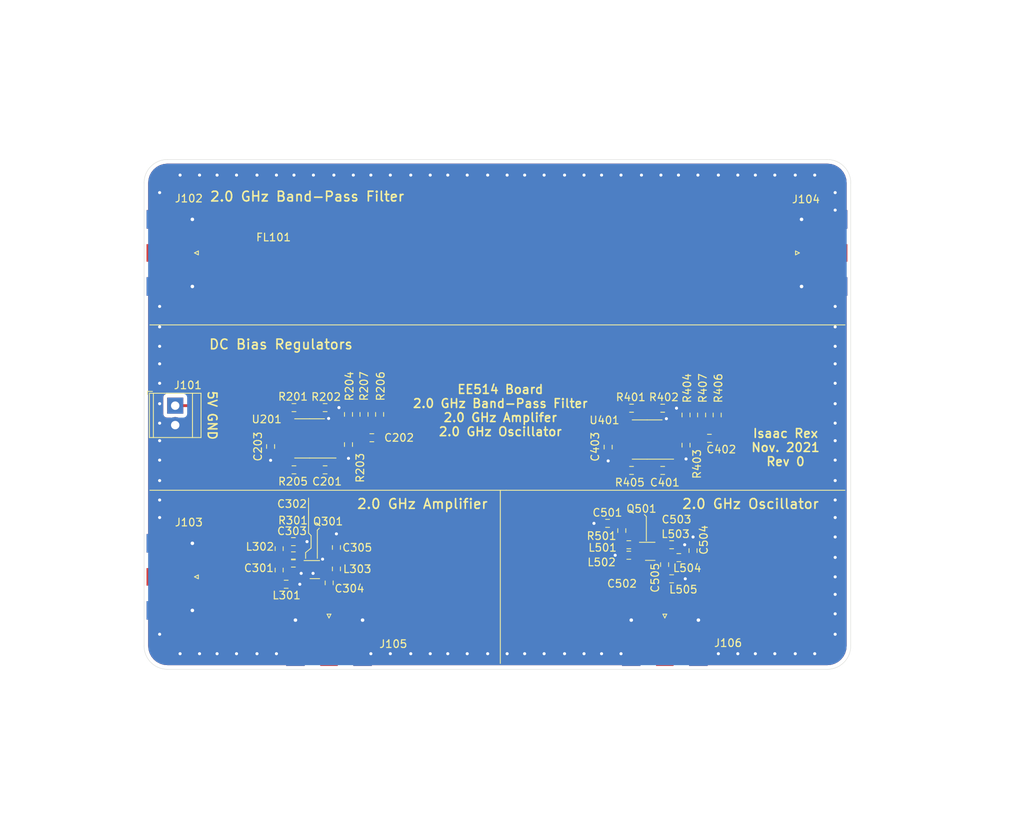
<source format=kicad_pcb>
(kicad_pcb (version 20171130) (host pcbnew "(5.1.6-0-10_14)")

  (general
    (thickness 1.6)
    (drawings 60)
    (tracks 293)
    (zones 0)
    (modules 52)
    (nets 34)
  )

  (page A4)
  (layers
    (0 F.Cu signal)
    (1 In1.Cu power)
    (2 In2.Cu power)
    (31 B.Cu signal)
    (32 B.Adhes user)
    (33 F.Adhes user)
    (34 B.Paste user)
    (35 F.Paste user)
    (36 B.SilkS user)
    (37 F.SilkS user)
    (38 B.Mask user)
    (39 F.Mask user)
    (40 Dwgs.User user)
    (41 Cmts.User user)
    (42 Eco1.User user)
    (43 Eco2.User user)
    (44 Edge.Cuts user)
    (45 Margin user)
    (46 B.CrtYd user)
    (47 F.CrtYd user)
    (48 B.Fab user)
    (49 F.Fab user)
  )

  (setup
    (last_trace_width 0.3048)
    (user_trace_width 0.09017)
    (user_trace_width 0.127)
    (user_trace_width 0.1778)
    (user_trace_width 0.2032)
    (user_trace_width 0.254)
    (user_trace_width 0.3048)
    (user_trace_width 0.3556)
    (user_trace_width 0.508)
    (user_trace_width 0.6096)
    (user_trace_width 0.8128)
    (trace_clearance 0.2032)
    (zone_clearance 2.032)
    (zone_45_only no)
    (trace_min 0.09017)
    (via_size 0.8)
    (via_drill 0.4)
    (via_min_size 0.4)
    (via_min_drill 0.3)
    (uvia_size 0.3)
    (uvia_drill 0.1)
    (uvias_allowed no)
    (uvia_min_size 0.2)
    (uvia_min_drill 0.1)
    (edge_width 0.05)
    (segment_width 0.2)
    (pcb_text_width 0.3)
    (pcb_text_size 1.5 1.5)
    (mod_edge_width 0.12)
    (mod_text_size 1 1)
    (mod_text_width 0.15)
    (pad_size 5.08 2.29)
    (pad_drill 0)
    (pad_to_mask_clearance 0.05)
    (aux_axis_origin 0 0)
    (grid_origin 106.68 134.112)
    (visible_elements FFFDFF7F)
    (pcbplotparams
      (layerselection 0x010fc_ffffffff)
      (usegerberextensions false)
      (usegerberattributes true)
      (usegerberadvancedattributes true)
      (creategerberjobfile true)
      (excludeedgelayer true)
      (linewidth 0.100000)
      (plotframeref false)
      (viasonmask true)
      (mode 1)
      (useauxorigin true)
      (hpglpennumber 1)
      (hpglpenspeed 20)
      (hpglpendiameter 15.000000)
      (psnegative false)
      (psa4output false)
      (plotreference true)
      (plotvalue true)
      (plotinvisibletext false)
      (padsonsilk false)
      (subtractmaskfromsilk false)
      (outputformat 1)
      (mirror false)
      (drillshape 0)
      (scaleselection 1)
      (outputdirectory "gerbers"))
  )

  (net 0 "")
  (net 1 "Net-(C201-Pad2)")
  (net 2 "Net-(C201-Pad1)")
  (net 3 "Net-(C202-Pad2)")
  (net 4 /Amplifier/V_BIAS_COLLECTOR)
  (net 5 /Amplifier/RF_IN)
  (net 6 "Net-(C301-Pad1)")
  (net 7 /Amplifier/V_BIAS_BASE)
  (net 8 GND)
  (net 9 "Net-(C303-Pad1)")
  (net 10 "Net-(C304-Pad2)")
  (net 11 /Amplifier/RF_OUT)
  (net 12 "Net-(C401-Pad2)")
  (net 13 "Net-(C401-Pad1)")
  (net 14 "Net-(C402-Pad2)")
  (net 15 /Oscillator/V_BASE_COLLECTOR)
  (net 16 /Oscillator/V_BASE_BIAS)
  (net 17 "Net-(C502-Pad1)")
  (net 18 "Net-(C503-Pad1)")
  (net 19 "Net-(C505-Pad2)")
  (net 20 /Oscillator/RF_OUT)
  (net 21 "Net-(FL101-Pad2)")
  (net 22 "Net-(FL101-Pad1)")
  (net 23 +5V)
  (net 24 "Net-(L501-Pad1)")
  (net 25 "Net-(L501-Pad2)")
  (net 26 "Net-(R203-Pad1)")
  (net 27 "Net-(R403-Pad1)")
  (net 28 "Net-(U201-Pad8)")
  (net 29 "Net-(U201-Pad5)")
  (net 30 "Net-(U201-Pad1)")
  (net 31 "Net-(U401-Pad8)")
  (net 32 "Net-(U401-Pad5)")
  (net 33 "Net-(U401-Pad1)")

  (net_class Default "This is the default net class."
    (clearance 0.2032)
    (trace_width 0.3048)
    (via_dia 0.8)
    (via_drill 0.4)
    (uvia_dia 0.3)
    (uvia_drill 0.1)
    (add_net +5V)
    (add_net /Amplifier/RF_IN)
    (add_net /Amplifier/RF_OUT)
    (add_net /Amplifier/V_BIAS_BASE)
    (add_net /Amplifier/V_BIAS_COLLECTOR)
    (add_net /Oscillator/RF_OUT)
    (add_net /Oscillator/V_BASE_BIAS)
    (add_net /Oscillator/V_BASE_COLLECTOR)
    (add_net GND)
    (add_net "Net-(C201-Pad1)")
    (add_net "Net-(C201-Pad2)")
    (add_net "Net-(C202-Pad2)")
    (add_net "Net-(C301-Pad1)")
    (add_net "Net-(C303-Pad1)")
    (add_net "Net-(C304-Pad2)")
    (add_net "Net-(C401-Pad1)")
    (add_net "Net-(C401-Pad2)")
    (add_net "Net-(C402-Pad2)")
    (add_net "Net-(C502-Pad1)")
    (add_net "Net-(C503-Pad1)")
    (add_net "Net-(C505-Pad2)")
    (add_net "Net-(FL101-Pad1)")
    (add_net "Net-(FL101-Pad2)")
    (add_net "Net-(L501-Pad1)")
    (add_net "Net-(L501-Pad2)")
    (add_net "Net-(R203-Pad1)")
    (add_net "Net-(R403-Pad1)")
    (add_net "Net-(U201-Pad1)")
    (add_net "Net-(U201-Pad5)")
    (add_net "Net-(U201-Pad8)")
    (add_net "Net-(U401-Pad1)")
    (add_net "Net-(U401-Pad5)")
    (add_net "Net-(U401-Pad8)")
  )

  (module irex_Aesthetic:Logo_irex_5.0x5.5mm_Copper (layer F.Cu) (tedit 5F9E28E2) (tstamp 619EF2BF)
    (at 190.373 97.282)
    (fp_text reference G*** (at -0.19 -4.12) (layer F.SilkS) hide
      (effects (font (size 1.524 1.524) (thickness 0.3)))
    )
    (fp_text value IREX_LOGO (at 0.21 4.39) (layer F.SilkS) hide
      (effects (font (size 1.524 1.524) (thickness 0.3)))
    )
    (fp_poly (pts (xy 0.032401 -2.722668) (xy 0.283569 -2.635537) (xy 0.540446 -2.497555) (xy 0.800925 -2.309669)
      (xy 1.062894 -2.072827) (xy 1.324245 -1.787977) (xy 1.340993 -1.768023) (xy 1.429541 -1.660973)
      (xy 1.50329 -1.569898) (xy 1.555508 -1.503257) (xy 1.579464 -1.469508) (xy 1.580273 -1.467389)
      (xy 1.557459 -1.447573) (xy 1.501562 -1.418248) (xy 1.49413 -1.414905) (xy 1.42562 -1.367625)
      (xy 1.355135 -1.293771) (xy 1.331852 -1.26191) (xy 1.294943 -1.200538) (xy 1.272326 -1.141888)
      (xy 1.260586 -1.069277) (xy 1.256303 -0.96602) (xy 1.255889 -0.891061) (xy 1.257722 -0.762573)
      (xy 1.266284 -0.669416) (xy 1.28617 -0.590521) (xy 1.321972 -0.504813) (xy 1.354647 -0.438077)
      (xy 1.485754 -0.225471) (xy 1.64397 -0.051227) (xy 1.823162 0.080251) (xy 2.017194 0.164558)
      (xy 2.219931 0.197289) (xy 2.239918 0.197556) (xy 2.423109 0.197556) (xy 2.457771 0.359834)
      (xy 2.482415 0.527475) (xy 2.492862 0.718899) (xy 2.489419 0.91409) (xy 2.472391 1.093035)
      (xy 2.444532 1.227667) (xy 2.341511 1.477438) (xy 2.185969 1.711169) (xy 1.980151 1.926486)
      (xy 1.726301 2.121013) (xy 1.448608 2.281424) (xy 1.360095 2.321039) (xy 1.246261 2.365138)
      (xy 1.12249 2.40858) (xy 1.004164 2.446222) (xy 0.906667 2.472922) (xy 0.845383 2.483538)
      (xy 0.84389 2.483556) (xy 0.833371 2.457702) (xy 0.822279 2.389479) (xy 0.81281 2.292895)
      (xy 0.811809 2.278945) (xy 0.769618 2.018182) (xy 0.67788 1.769974) (xy 0.546463 1.544079)
      (xy 0.356809 1.310367) (xy 0.137033 1.123069) (xy -0.070555 1.000539) (xy -0.304825 0.906499)
      (xy -0.52187 0.86334) (xy -0.719698 0.870895) (xy -0.896311 0.928999) (xy -1.049715 1.037483)
      (xy -1.09651 1.086134) (xy -1.185787 1.187815) (xy -1.216666 1.108963) (xy -1.258663 0.982552)
      (xy -1.303752 0.81417) (xy -1.348903 0.617957) (xy -1.391085 0.408053) (xy -1.427267 0.198599)
      (xy -1.454418 0.003734) (xy -1.45545 -0.005076) (xy -1.474943 -0.22512) (xy -1.48111 -0.358927)
      (xy -1.043602 -0.358927) (xy -1.027132 -0.177418) (xy -0.979948 -0.023928) (xy -0.907279 0.096736)
      (xy -0.81435 0.179767) (xy -0.706389 0.22036) (xy -0.588621 0.213706) (xy -0.476896 0.162249)
      (xy -0.367726 0.058117) (xy -0.287678 -0.082806) (xy -0.239435 -0.247442) (xy -0.225677 -0.422712)
      (xy -0.249087 -0.59554) (xy -0.295614 -0.721726) (xy -0.381677 -0.849953) (xy -0.482138 -0.928887)
      (xy -0.590509 -0.961676) (xy -0.700303 -0.951467) (xy -0.805033 -0.901405) (xy -0.89821 -0.814638)
      (xy -0.973349 -0.694312) (xy -1.02396 -0.543574) (xy -1.043558 -0.36557) (xy -1.043602 -0.358927)
      (xy -1.48111 -0.358927) (xy -1.486083 -0.466807) (xy -1.489109 -0.716982) (xy -1.484259 -0.962489)
      (xy -1.471774 -1.190175) (xy -1.451892 -1.386882) (xy -1.427773 -1.526999) (xy -1.335549 -1.847121)
      (xy -1.214923 -2.121391) (xy -1.191707 -2.15698) (xy 0.116232 -2.15698) (xy 0.122141 -2.067799)
      (xy 0.173827 -1.969988) (xy 0.208845 -1.9304) (xy 0.299888 -1.864136) (xy 0.396956 -1.832939)
      (xy 0.484306 -1.839846) (xy 0.530578 -1.868311) (xy 0.555775 -1.924822) (xy 0.563382 -2.009769)
      (xy 0.552958 -2.097812) (xy 0.535386 -2.146452) (xy 0.49001 -2.197875) (xy 0.423898 -2.243374)
      (xy 0.309932 -2.280729) (xy 0.21645 -2.272647) (xy 0.149776 -2.22833) (xy 0.116232 -2.15698)
      (xy -1.191707 -2.15698) (xy -1.066638 -2.348695) (xy -0.891436 -2.527919) (xy -0.69006 -2.657949)
      (xy -0.665741 -2.669477) (xy -0.444363 -2.740586) (xy -0.210946 -2.758) (xy 0.032401 -2.722668)) (layer F.Cu) (width 0.01))
    (fp_poly (pts (xy -1.357232 1.192008) (xy -1.329687 1.257733) (xy -1.291965 1.348307) (xy -1.287935 1.358009)
      (xy -1.140885 1.659542) (xy -0.966468 1.92554) (xy -0.769187 2.150636) (xy -0.553545 2.329462)
      (xy -0.392691 2.424935) (xy -0.232472 2.4982) (xy -0.083532 2.548629) (xy 0.069907 2.579112)
      (xy 0.243625 2.59254) (xy 0.453398 2.591804) (xy 0.508 2.589951) (xy 0.675206 2.581497)
      (xy 0.805895 2.568575) (xy 0.919981 2.547867) (xy 1.037381 2.516054) (xy 1.128889 2.486512)
      (xy 1.462964 2.348533) (xy 1.763383 2.168359) (xy 2.039709 1.9401) (xy 2.080888 1.900145)
      (xy 2.181403 1.802746) (xy 2.24502 1.74678) (xy 2.272171 1.732851) (xy 2.263287 1.761565)
      (xy 2.2188 1.833525) (xy 2.139141 1.949337) (xy 2.127633 1.965652) (xy 1.94882 2.170448)
      (xy 1.723229 2.346514) (xy 1.453451 2.492478) (xy 1.142078 2.606968) (xy 0.791704 2.688611)
      (xy 0.747889 2.696018) (xy 0.625756 2.710237) (xy 0.462176 2.721345) (xy 0.272073 2.729071)
      (xy 0.070372 2.733141) (xy -0.128 2.733285) (xy -0.30812 2.729231) (xy -0.455061 2.720706)
      (xy -0.479778 2.718377) (xy -0.660427 2.697385) (xy -0.863752 2.669746) (xy -1.075616 2.637752)
      (xy -1.281882 2.603693) (xy -1.468413 2.56986) (xy -1.621072 2.538544) (xy -1.687832 2.522616)
      (xy -1.944611 2.442317) (xy -2.152363 2.347741) (xy -2.310021 2.240433) (xy -2.416518 2.121938)
      (xy -2.470787 1.993801) (xy -2.471761 1.857566) (xy -2.418374 1.714778) (xy -2.331077 1.5913)
      (xy -2.195621 1.470396) (xy -2.009141 1.362699) (xy -1.775985 1.270475) (xy -1.635755 1.228854)
      (xy -1.523017 1.19939) (xy -1.433627 1.177368) (xy -1.379497 1.165648) (xy -1.368882 1.16478)
      (xy -1.357232 1.192008)) (layer F.Cu) (width 0.01))
  )

  (module Connector_Coaxial:SMA_Molex_73251-1153_EdgeMount_Horizontal (layer F.Cu) (tedit 619E55D3) (tstamp 619DBC35)
    (at 111.263 79.756)
    (descr "Molex SMA RF Connectors, Edge Mount, (http://www.molex.com/pdm_docs/sd/732511150_sd.pdf)")
    (tags "sma edge")
    (path /61A6BE15)
    (attr smd)
    (fp_text reference J102 (at 1.259 -7.112) (layer F.SilkS)
      (effects (font (size 1 1) (thickness 0.15)))
    )
    (fp_text value SMA (at -1.72 -7.11) (layer F.Fab)
      (effects (font (size 1 1) (thickness 0.15)))
    )
    (fp_line (start 2.5 0.25) (end 2.5 -0.25) (layer F.Fab) (width 0.1))
    (fp_line (start 2 0) (end 2.5 0.25) (layer F.Fab) (width 0.1))
    (fp_line (start 2.5 -0.25) (end 2 0) (layer F.Fab) (width 0.1))
    (fp_line (start 2.5 0.25) (end 2 0) (layer F.SilkS) (width 0.12))
    (fp_line (start 2.5 -0.25) (end 2.5 0.25) (layer F.SilkS) (width 0.12))
    (fp_line (start 2 0) (end 2.5 -0.25) (layer F.SilkS) (width 0.12))
    (fp_line (start -4.76 -0.38) (end 0.49 -0.38) (layer F.Fab) (width 0.1))
    (fp_line (start -4.76 0.38) (end 0.49 0.38) (layer F.Fab) (width 0.1))
    (fp_line (start 0.49 -0.38) (end 0.49 0.38) (layer F.Fab) (width 0.1))
    (fp_line (start 0.49 3.75) (end 0.49 4.76) (layer F.Fab) (width 0.1))
    (fp_line (start 0.49 -4.76) (end 0.49 -3.75) (layer F.Fab) (width 0.1))
    (fp_line (start -14.29 -6.09) (end -14.29 6.09) (layer F.CrtYd) (width 0.05))
    (fp_line (start -14.29 6.09) (end 2.71 6.09) (layer F.CrtYd) (width 0.05))
    (fp_line (start 2.71 -6.09) (end 2.71 6.09) (layer B.CrtYd) (width 0.05))
    (fp_line (start -14.29 -6.09) (end 2.71 -6.09) (layer B.CrtYd) (width 0.05))
    (fp_line (start -14.29 -6.09) (end -14.29 6.09) (layer B.CrtYd) (width 0.05))
    (fp_line (start -14.29 6.09) (end 2.71 6.09) (layer B.CrtYd) (width 0.05))
    (fp_line (start 2.71 -6.09) (end 2.71 6.09) (layer F.CrtYd) (width 0.05))
    (fp_line (start 2.71 -6.09) (end -14.29 -6.09) (layer F.CrtYd) (width 0.05))
    (fp_line (start -4.76 -3.75) (end 0.49 -3.75) (layer F.Fab) (width 0.1))
    (fp_line (start -4.76 3.75) (end 0.49 3.75) (layer F.Fab) (width 0.1))
    (fp_line (start -13.79 -2.65) (end -5.91 -2.65) (layer F.Fab) (width 0.1))
    (fp_line (start -13.79 -2.65) (end -13.79 2.65) (layer F.Fab) (width 0.1))
    (fp_line (start -13.79 2.65) (end -5.91 2.65) (layer F.Fab) (width 0.1))
    (fp_line (start -4.76 -3.75) (end -4.76 3.75) (layer F.Fab) (width 0.1))
    (fp_line (start 0.49 -4.76) (end -5.91 -4.76) (layer F.Fab) (width 0.1))
    (fp_line (start -5.91 -4.76) (end -5.91 4.76) (layer F.Fab) (width 0.1))
    (fp_line (start -5.91 4.76) (end 0.49 4.76) (layer F.Fab) (width 0.1))
    (fp_text user %R (at -1.5 7) (layer F.Fab)
      (effects (font (size 1 1) (thickness 0.15)))
    )
    (pad 2 smd rect (at 1.27 4.38) (size 0.95 0.46) (layers B.Cu)
      (net 8 GND))
    (pad 2 smd rect (at 1.27 -4.38) (size 0.95 0.46) (layers B.Cu)
      (net 8 GND))
    (pad 2 smd rect (at 1.27 4.38) (size 0.95 0.46) (layers F.Cu)
      (net 8 GND))
    (pad 2 smd rect (at 1.27 -4.38) (size 0.95 0.46) (layers F.Cu)
      (net 8 GND))
    (pad 2 thru_hole circle (at 1.72 4.38) (size 0.97 0.97) (drill 0.46) (layers *.Cu)
      (net 8 GND))
    (pad 2 thru_hole circle (at 1.72 -4.38) (size 0.97 0.97) (drill 0.46) (layers *.Cu)
      (net 8 GND))
    (pad 2 smd rect (at -1.72 4.38) (size 5.08 2.42) (layers B.Cu B.Paste B.Mask)
      (net 8 GND))
    (pad 2 smd rect (at -1.72 -4.38) (size 5.08 2.42) (layers B.Cu B.Paste B.Mask)
      (net 8 GND))
    (pad 2 smd rect (at -1.72 4.38) (size 5.08 2.42) (layers F.Cu F.Paste F.Mask)
      (net 8 GND))
    (pad 2 smd rect (at -1.72 -4.38) (size 5.08 2.42) (layers F.Cu F.Paste F.Mask)
      (net 8 GND))
    (pad 1 smd rect (at -1.72 0) (size 5.08 2.29) (layers F.Cu F.Paste F.Mask)
      (net 22 "Net-(FL101-Pad1)") (clearance 2.032))
    (model ${KISYS3DMOD}/Connector_Coaxial.3dshapes/SMA_Molex_73251-1153_EdgeMount_Horizontal.wrl
      (offset (xyz -0.0254 0 0))
      (scale (xyz 1 1 1))
      (rotate (xyz 0 0 0))
    )
    (model ${KIPRJMOD}/libraries/3D_Models/732511153.stp
      (offset (xyz -14.224 0 0.3302))
      (scale (xyz 1 1 1))
      (rotate (xyz 0 0 0))
    )
  )

  (module "EE514 Board:C_1.7pF_Microstrip" (layer F.Cu) (tedit 619DB878) (tstamp 619E8404)
    (at 173.5836 114.0714)
    (descr "1.7pF microstrip capacitor (JLC2313)")
    (path /61A25C89/61A791FB)
    (fp_text reference C503 (at 2.5654 0.4826) (layer F.SilkS)
      (effects (font (size 1 1) (thickness 0.15)))
    )
    (fp_text value 1.7pF (at 0 4.826) (layer F.Fab)
      (effects (font (size 1 1) (thickness 0.15)))
    )
    (pad 1 smd rect (at 0 1.778) (size 1.0668 3.81) (layers F.Cu F.Mask)
      (net 18 "Net-(C503-Pad1)"))
  )

  (module "EE514 Board:C_1.7pF_Microstrip" (layer F.Cu) (tedit 619DB878) (tstamp 619E8410)
    (at 171.704 119.761)
    (descr "1.7pF microstrip capacitor (JLC2313)")
    (path /61A25C89/61A78B2C)
    (fp_text reference C502 (at -2.667 3.175) (layer F.SilkS)
      (effects (font (size 1 1) (thickness 0.15)))
    )
    (fp_text value 1.7pF (at 0 4.826) (layer F.Fab)
      (effects (font (size 1 1) (thickness 0.15)))
    )
    (pad 1 smd rect (at 0 1.778) (size 1.0668 3.81) (layers F.Cu F.Mask)
      (net 17 "Net-(C502-Pad1)"))
  )

  (module "EE514 Board:C_0603_1608Metric_Pad0.98x0.95mm_HandSolder" (layer F.Cu) (tedit 61940122) (tstamp 619E00EA)
    (at 167.2336 105.1052 90)
    (path /61A25C38/61A92622)
    (fp_text reference C403 (at 0.0432 -1.7018 90) (layer F.SilkS)
      (effects (font (size 1 1) (thickness 0.15)))
    )
    (fp_text value 0.1uF (at 0.0254 2.1082 90) (layer F.Fab)
      (effects (font (size 1 1) (thickness 0.15)))
    )
    (fp_line (start 0.8 0.4125) (end -0.8 0.4125) (layer F.Fab) (width 0.1))
    (fp_line (start -0.254724 -0.5225) (end 0.254724 -0.5225) (layer F.SilkS) (width 0.12))
    (fp_line (start -0.8 -0.4125) (end 0.8 -0.4125) (layer F.Fab) (width 0.1))
    (fp_line (start -0.8 0.4125) (end -0.8 -0.4125) (layer F.Fab) (width 0.1))
    (fp_line (start 0.8 -0.4125) (end 0.8 0.4125) (layer F.Fab) (width 0.1))
    (fp_line (start -1.65 0.73) (end -1.65 -0.73) (layer F.CrtYd) (width 0.05))
    (fp_line (start -1.65 -0.73) (end 1.65 -0.73) (layer F.CrtYd) (width 0.05))
    (fp_line (start 1.65 -0.73) (end 1.65 0.73) (layer F.CrtYd) (width 0.05))
    (fp_line (start 1.65 0.73) (end -1.65 0.73) (layer F.CrtYd) (width 0.05))
    (fp_line (start -0.254724 0.5225) (end 0.254724 0.5225) (layer F.SilkS) (width 0.12))
    (fp_text user %R (at 0 0 90) (layer F.Fab)
      (effects (font (size 0.4 0.4) (thickness 0.06)))
    )
    (pad 2 smd rect (at 0.9125 0 90) (size 0.975 0.95) (layers F.Cu F.Paste F.Mask)
      (net 23 +5V))
    (pad 1 smd rect (at -0.9125 0 90) (size 0.975 0.95) (layers F.Cu F.Paste F.Mask)
      (net 8 GND))
    (model ${KISYS3DMOD}/Capacitor_SMD.3dshapes/C_0603_1608Metric.wrl
      (at (xyz 0 0 0))
      (scale (xyz 1 1 1))
      (rotate (xyz 0 0 0))
    )
  )

  (module "EE514 Board:C_0603_1608Metric_Pad0.98x0.95mm_HandSolder" (layer F.Cu) (tedit 61940122) (tstamp 619E3AB7)
    (at 123.19 105.029 90)
    (path /619DA041/61A92622)
    (fp_text reference C203 (at 0 -1.651 90) (layer F.SilkS)
      (effects (font (size 1 1) (thickness 0.15)))
    )
    (fp_text value 0.1uF (at 0.0254 2.1082 90) (layer F.Fab)
      (effects (font (size 1 1) (thickness 0.15)))
    )
    (fp_line (start 0.8 0.4125) (end -0.8 0.4125) (layer F.Fab) (width 0.1))
    (fp_line (start -0.254724 -0.5225) (end 0.254724 -0.5225) (layer F.SilkS) (width 0.12))
    (fp_line (start -0.8 -0.4125) (end 0.8 -0.4125) (layer F.Fab) (width 0.1))
    (fp_line (start -0.8 0.4125) (end -0.8 -0.4125) (layer F.Fab) (width 0.1))
    (fp_line (start 0.8 -0.4125) (end 0.8 0.4125) (layer F.Fab) (width 0.1))
    (fp_line (start -1.65 0.73) (end -1.65 -0.73) (layer F.CrtYd) (width 0.05))
    (fp_line (start -1.65 -0.73) (end 1.65 -0.73) (layer F.CrtYd) (width 0.05))
    (fp_line (start 1.65 -0.73) (end 1.65 0.73) (layer F.CrtYd) (width 0.05))
    (fp_line (start 1.65 0.73) (end -1.65 0.73) (layer F.CrtYd) (width 0.05))
    (fp_line (start -0.254724 0.5225) (end 0.254724 0.5225) (layer F.SilkS) (width 0.12))
    (fp_text user %R (at 0 0 90) (layer F.Fab)
      (effects (font (size 0.4 0.4) (thickness 0.06)))
    )
    (pad 2 smd rect (at 0.9125 0 90) (size 0.975 0.95) (layers F.Cu F.Paste F.Mask)
      (net 23 +5V))
    (pad 1 smd rect (at -0.9125 0 90) (size 0.975 0.95) (layers F.Cu F.Paste F.Mask)
      (net 8 GND))
    (model ${KISYS3DMOD}/Capacitor_SMD.3dshapes/C_0603_1608Metric.wrl
      (at (xyz 0 0 0))
      (scale (xyz 1 1 1))
      (rotate (xyz 0 0 0))
    )
  )

  (module Package_SO:SOIC-8_3.9x4.9mm_P1.27mm (layer F.Cu) (tedit 5D9F72B1) (tstamp 619DBED9)
    (at 172.321 104.1168 180)
    (descr "SOIC, 8 Pin (JEDEC MS-012AA, https://www.analog.com/media/en/package-pcb-resources/package/pkg_pdf/soic_narrow-r/r_8.pdf), generated with kicad-footprint-generator ipc_gullwing_generator.py")
    (tags "SOIC SO")
    (path /61A25C38/619DA257)
    (attr smd)
    (fp_text reference U401 (at 5.57 2.5168) (layer F.SilkS)
      (effects (font (size 1 1) (thickness 0.15)))
    )
    (fp_text value TLC2201 (at 0 3.4) (layer F.Fab)
      (effects (font (size 1 1) (thickness 0.15)))
    )
    (fp_line (start 3.7 -2.7) (end -3.7 -2.7) (layer F.CrtYd) (width 0.05))
    (fp_line (start 3.7 2.7) (end 3.7 -2.7) (layer F.CrtYd) (width 0.05))
    (fp_line (start -3.7 2.7) (end 3.7 2.7) (layer F.CrtYd) (width 0.05))
    (fp_line (start -3.7 -2.7) (end -3.7 2.7) (layer F.CrtYd) (width 0.05))
    (fp_line (start -1.95 -1.475) (end -0.975 -2.45) (layer F.Fab) (width 0.1))
    (fp_line (start -1.95 2.45) (end -1.95 -1.475) (layer F.Fab) (width 0.1))
    (fp_line (start 1.95 2.45) (end -1.95 2.45) (layer F.Fab) (width 0.1))
    (fp_line (start 1.95 -2.45) (end 1.95 2.45) (layer F.Fab) (width 0.1))
    (fp_line (start -0.975 -2.45) (end 1.95 -2.45) (layer F.Fab) (width 0.1))
    (fp_line (start 0 -2.56) (end -3.45 -2.56) (layer F.SilkS) (width 0.12))
    (fp_line (start 0 -2.56) (end 1.95 -2.56) (layer F.SilkS) (width 0.12))
    (fp_line (start 0 2.56) (end -1.95 2.56) (layer F.SilkS) (width 0.12))
    (fp_line (start 0 2.56) (end 1.95 2.56) (layer F.SilkS) (width 0.12))
    (fp_text user %R (at 0 0) (layer F.Fab)
      (effects (font (size 0.98 0.98) (thickness 0.15)))
    )
    (pad 1 smd roundrect (at -2.475 -1.905 180) (size 1.95 0.6) (layers F.Cu F.Paste F.Mask) (roundrect_rratio 0.25)
      (net 33 "Net-(U401-Pad1)"))
    (pad 2 smd roundrect (at -2.475 -0.635 180) (size 1.95 0.6) (layers F.Cu F.Paste F.Mask) (roundrect_rratio 0.25)
      (net 12 "Net-(C401-Pad2)"))
    (pad 3 smd roundrect (at -2.475 0.635 180) (size 1.95 0.6) (layers F.Cu F.Paste F.Mask) (roundrect_rratio 0.25)
      (net 27 "Net-(R403-Pad1)"))
    (pad 4 smd roundrect (at -2.475 1.905 180) (size 1.95 0.6) (layers F.Cu F.Paste F.Mask) (roundrect_rratio 0.25)
      (net 8 GND))
    (pad 5 smd roundrect (at 2.475 1.905 180) (size 1.95 0.6) (layers F.Cu F.Paste F.Mask) (roundrect_rratio 0.25)
      (net 32 "Net-(U401-Pad5)"))
    (pad 6 smd roundrect (at 2.475 0.635 180) (size 1.95 0.6) (layers F.Cu F.Paste F.Mask) (roundrect_rratio 0.25)
      (net 13 "Net-(C401-Pad1)"))
    (pad 7 smd roundrect (at 2.475 -0.635 180) (size 1.95 0.6) (layers F.Cu F.Paste F.Mask) (roundrect_rratio 0.25)
      (net 23 +5V))
    (pad 8 smd roundrect (at 2.475 -1.905 180) (size 1.95 0.6) (layers F.Cu F.Paste F.Mask) (roundrect_rratio 0.25)
      (net 31 "Net-(U401-Pad8)"))
    (model ${KISYS3DMOD}/Package_SO.3dshapes/SOIC-8_3.9x4.9mm_P1.27mm.wrl
      (at (xyz 0 0 0))
      (scale (xyz 1 1 1))
      (rotate (xyz 0 0 0))
    )
  )

  (module Package_SO:SOIC-8_3.9x4.9mm_P1.27mm (layer F.Cu) (tedit 5D9F72B1) (tstamp 619E3AF0)
    (at 128.2774 103.9718 180)
    (descr "SOIC, 8 Pin (JEDEC MS-012AA, https://www.analog.com/media/en/package-pcb-resources/package/pkg_pdf/soic_narrow-r/r_8.pdf), generated with kicad-footprint-generator ipc_gullwing_generator.py")
    (tags "SOIC SO")
    (path /619DA041/619DA257)
    (attr smd)
    (fp_text reference U201 (at 5.5954 2.4988) (layer F.SilkS)
      (effects (font (size 1 1) (thickness 0.15)))
    )
    (fp_text value TLC2201 (at 0 3.4) (layer F.Fab)
      (effects (font (size 1 1) (thickness 0.15)))
    )
    (fp_line (start 0 2.56) (end 1.95 2.56) (layer F.SilkS) (width 0.12))
    (fp_line (start 0 2.56) (end -1.95 2.56) (layer F.SilkS) (width 0.12))
    (fp_line (start 0 -2.56) (end 1.95 -2.56) (layer F.SilkS) (width 0.12))
    (fp_line (start 0 -2.56) (end -3.45 -2.56) (layer F.SilkS) (width 0.12))
    (fp_line (start -0.975 -2.45) (end 1.95 -2.45) (layer F.Fab) (width 0.1))
    (fp_line (start 1.95 -2.45) (end 1.95 2.45) (layer F.Fab) (width 0.1))
    (fp_line (start 1.95 2.45) (end -1.95 2.45) (layer F.Fab) (width 0.1))
    (fp_line (start -1.95 2.45) (end -1.95 -1.475) (layer F.Fab) (width 0.1))
    (fp_line (start -1.95 -1.475) (end -0.975 -2.45) (layer F.Fab) (width 0.1))
    (fp_line (start -3.7 -2.7) (end -3.7 2.7) (layer F.CrtYd) (width 0.05))
    (fp_line (start -3.7 2.7) (end 3.7 2.7) (layer F.CrtYd) (width 0.05))
    (fp_line (start 3.7 2.7) (end 3.7 -2.7) (layer F.CrtYd) (width 0.05))
    (fp_line (start 3.7 -2.7) (end -3.7 -2.7) (layer F.CrtYd) (width 0.05))
    (fp_text user %R (at 0 0) (layer F.Fab)
      (effects (font (size 0.98 0.98) (thickness 0.15)))
    )
    (pad 8 smd roundrect (at 2.475 -1.905 180) (size 1.95 0.6) (layers F.Cu F.Paste F.Mask) (roundrect_rratio 0.25)
      (net 28 "Net-(U201-Pad8)"))
    (pad 7 smd roundrect (at 2.475 -0.635 180) (size 1.95 0.6) (layers F.Cu F.Paste F.Mask) (roundrect_rratio 0.25)
      (net 23 +5V))
    (pad 6 smd roundrect (at 2.475 0.635 180) (size 1.95 0.6) (layers F.Cu F.Paste F.Mask) (roundrect_rratio 0.25)
      (net 2 "Net-(C201-Pad1)"))
    (pad 5 smd roundrect (at 2.475 1.905 180) (size 1.95 0.6) (layers F.Cu F.Paste F.Mask) (roundrect_rratio 0.25)
      (net 29 "Net-(U201-Pad5)"))
    (pad 4 smd roundrect (at -2.475 1.905 180) (size 1.95 0.6) (layers F.Cu F.Paste F.Mask) (roundrect_rratio 0.25)
      (net 8 GND))
    (pad 3 smd roundrect (at -2.475 0.635 180) (size 1.95 0.6) (layers F.Cu F.Paste F.Mask) (roundrect_rratio 0.25)
      (net 26 "Net-(R203-Pad1)"))
    (pad 2 smd roundrect (at -2.475 -0.635 180) (size 1.95 0.6) (layers F.Cu F.Paste F.Mask) (roundrect_rratio 0.25)
      (net 1 "Net-(C201-Pad2)"))
    (pad 1 smd roundrect (at -2.475 -1.905 180) (size 1.95 0.6) (layers F.Cu F.Paste F.Mask) (roundrect_rratio 0.25)
      (net 30 "Net-(U201-Pad1)"))
    (model ${KISYS3DMOD}/Package_SO.3dshapes/SOIC-8_3.9x4.9mm_P1.27mm.wrl
      (at (xyz 0 0 0))
      (scale (xyz 1 1 1))
      (rotate (xyz 0 0 0))
    )
  )

  (module "EE514 Board:R_0603_1608Metric_Pad0.98x0.95mm_HandSolder" (layer F.Cu) (tedit 619400D6) (tstamp 619E8428)
    (at 169.0116 116.0018 90)
    (descr "Resistor SMD 0603 (1608 Metric), square (rectangular) end terminal, IPC_7351 nominal with elongated pad for handsoldering. (Body size source: IPC-SM-782 page 72, https://www.pcb-3d.com/wordpress/wp-content/uploads/ipc-sm-782a_amendment_1_and_2.pdf), generated with kicad-footprint-generator")
    (tags "resistor handsolder")
    (path /61A25C89/61A269E1)
    (attr smd)
    (fp_text reference R501 (at -0.7112 -2.6416 180) (layer F.SilkS)
      (effects (font (size 1 1) (thickness 0.15)))
    )
    (fp_text value 200 (at 0 1.43 90) (layer F.Fab)
      (effects (font (size 1 1) (thickness 0.15)))
    )
    (fp_line (start 1.65 0.73) (end -1.65 0.73) (layer F.CrtYd) (width 0.05))
    (fp_line (start 1.65 -0.73) (end 1.65 0.73) (layer F.CrtYd) (width 0.05))
    (fp_line (start -1.65 -0.73) (end 1.65 -0.73) (layer F.CrtYd) (width 0.05))
    (fp_line (start -1.65 0.73) (end -1.65 -0.73) (layer F.CrtYd) (width 0.05))
    (fp_line (start -0.254724 0.5225) (end 0.254724 0.5225) (layer F.SilkS) (width 0.12))
    (fp_line (start -0.254724 -0.5225) (end 0.254724 -0.5225) (layer F.SilkS) (width 0.12))
    (fp_line (start 0.8 0.4125) (end -0.8 0.4125) (layer F.Fab) (width 0.1))
    (fp_line (start 0.8 -0.4125) (end 0.8 0.4125) (layer F.Fab) (width 0.1))
    (fp_line (start -0.8 -0.4125) (end 0.8 -0.4125) (layer F.Fab) (width 0.1))
    (fp_line (start -0.8 0.4125) (end -0.8 -0.4125) (layer F.Fab) (width 0.1))
    (fp_text user %R (at 0 0 90) (layer F.Fab)
      (effects (font (size 0.4 0.4) (thickness 0.06)))
    )
    (pad 2 smd rect (at 0.9125 0 90) (size 0.975 0.95) (layers F.Cu F.Paste F.Mask)
      (net 16 /Oscillator/V_BASE_BIAS))
    (pad 1 smd rect (at -0.9125 0 90) (size 0.975 0.95) (layers F.Cu F.Paste F.Mask)
      (net 24 "Net-(L501-Pad1)"))
    (model ${KISYS3DMOD}/Resistor_SMD.3dshapes/R_0603_1608Metric.wrl
      (at (xyz 0 0 0))
      (scale (xyz 1 1 1))
      (rotate (xyz 0 0 0))
    )
  )

  (module "EE514 Board:R_0603_1608Metric_Pad0.98x0.95mm_HandSolder" (layer F.Cu) (tedit 619400D6) (tstamp 619DBE94)
    (at 179.4256 100.9142 270)
    (descr "Resistor SMD 0603 (1608 Metric), square (rectangular) end terminal, IPC_7351 nominal with elongated pad for handsoldering. (Body size source: IPC-SM-782 page 72, https://www.pcb-3d.com/wordpress/wp-content/uploads/ipc-sm-782a_amendment_1_and_2.pdf), generated with kicad-footprint-generator")
    (tags "resistor handsolder")
    (path /61A25C38/619E33C1)
    (attr smd)
    (fp_text reference R407 (at -3.5052 -0.1524 90) (layer F.SilkS)
      (effects (font (size 1 1) (thickness 0.15)))
    )
    (fp_text value 75 (at 0 1.43 90) (layer F.Fab)
      (effects (font (size 1 1) (thickness 0.15)))
    )
    (fp_line (start 1.65 0.73) (end -1.65 0.73) (layer F.CrtYd) (width 0.05))
    (fp_line (start 1.65 -0.73) (end 1.65 0.73) (layer F.CrtYd) (width 0.05))
    (fp_line (start -1.65 -0.73) (end 1.65 -0.73) (layer F.CrtYd) (width 0.05))
    (fp_line (start -1.65 0.73) (end -1.65 -0.73) (layer F.CrtYd) (width 0.05))
    (fp_line (start -0.254724 0.5225) (end 0.254724 0.5225) (layer F.SilkS) (width 0.12))
    (fp_line (start -0.254724 -0.5225) (end 0.254724 -0.5225) (layer F.SilkS) (width 0.12))
    (fp_line (start 0.8 0.4125) (end -0.8 0.4125) (layer F.Fab) (width 0.1))
    (fp_line (start 0.8 -0.4125) (end 0.8 0.4125) (layer F.Fab) (width 0.1))
    (fp_line (start -0.8 -0.4125) (end 0.8 -0.4125) (layer F.Fab) (width 0.1))
    (fp_line (start -0.8 0.4125) (end -0.8 -0.4125) (layer F.Fab) (width 0.1))
    (fp_text user %R (at 0 0 90) (layer F.Fab)
      (effects (font (size 0.4 0.4) (thickness 0.06)))
    )
    (pad 2 smd rect (at 0.9125 0 270) (size 0.975 0.95) (layers F.Cu F.Paste F.Mask)
      (net 15 /Oscillator/V_BASE_COLLECTOR))
    (pad 1 smd rect (at -0.9125 0 270) (size 0.975 0.95) (layers F.Cu F.Paste F.Mask)
      (net 23 +5V))
    (model ${KISYS3DMOD}/Resistor_SMD.3dshapes/R_0603_1608Metric.wrl
      (at (xyz 0 0 0))
      (scale (xyz 1 1 1))
      (rotate (xyz 0 0 0))
    )
  )

  (module "EE514 Board:R_0603_1608Metric_Pad0.98x0.95mm_HandSolder" (layer F.Cu) (tedit 619400D6) (tstamp 619DBE83)
    (at 181.4576 100.9142 270)
    (descr "Resistor SMD 0603 (1608 Metric), square (rectangular) end terminal, IPC_7351 nominal with elongated pad for handsoldering. (Body size source: IPC-SM-782 page 72, https://www.pcb-3d.com/wordpress/wp-content/uploads/ipc-sm-782a_amendment_1_and_2.pdf), generated with kicad-footprint-generator")
    (tags "resistor handsolder")
    (path /61A25C38/619E4375)
    (attr smd)
    (fp_text reference R406 (at -3.5052 -0.1524 90) (layer F.SilkS)
      (effects (font (size 1 1) (thickness 0.15)))
    )
    (fp_text value 18 (at 0 1.43 90) (layer F.Fab)
      (effects (font (size 1 1) (thickness 0.15)))
    )
    (fp_line (start 1.65 0.73) (end -1.65 0.73) (layer F.CrtYd) (width 0.05))
    (fp_line (start 1.65 -0.73) (end 1.65 0.73) (layer F.CrtYd) (width 0.05))
    (fp_line (start -1.65 -0.73) (end 1.65 -0.73) (layer F.CrtYd) (width 0.05))
    (fp_line (start -1.65 0.73) (end -1.65 -0.73) (layer F.CrtYd) (width 0.05))
    (fp_line (start -0.254724 0.5225) (end 0.254724 0.5225) (layer F.SilkS) (width 0.12))
    (fp_line (start -0.254724 -0.5225) (end 0.254724 -0.5225) (layer F.SilkS) (width 0.12))
    (fp_line (start 0.8 0.4125) (end -0.8 0.4125) (layer F.Fab) (width 0.1))
    (fp_line (start 0.8 -0.4125) (end 0.8 0.4125) (layer F.Fab) (width 0.1))
    (fp_line (start -0.8 -0.4125) (end 0.8 -0.4125) (layer F.Fab) (width 0.1))
    (fp_line (start -0.8 0.4125) (end -0.8 -0.4125) (layer F.Fab) (width 0.1))
    (fp_text user %R (at 0 0 90) (layer F.Fab)
      (effects (font (size 0.4 0.4) (thickness 0.06)))
    )
    (pad 2 smd rect (at 0.9125 0 270) (size 0.975 0.95) (layers F.Cu F.Paste F.Mask)
      (net 14 "Net-(C402-Pad2)"))
    (pad 1 smd rect (at -0.9125 0 270) (size 0.975 0.95) (layers F.Cu F.Paste F.Mask)
      (net 23 +5V))
    (model ${KISYS3DMOD}/Resistor_SMD.3dshapes/R_0603_1608Metric.wrl
      (at (xyz 0 0 0))
      (scale (xyz 1 1 1))
      (rotate (xyz 0 0 0))
    )
  )

  (module "EE514 Board:R_0603_1608Metric_Pad0.98x0.95mm_HandSolder" (layer F.Cu) (tedit 619400D6) (tstamp 619DBE72)
    (at 170.2816 108.1532)
    (descr "Resistor SMD 0603 (1608 Metric), square (rectangular) end terminal, IPC_7351 nominal with elongated pad for handsoldering. (Body size source: IPC-SM-782 page 72, https://www.pcb-3d.com/wordpress/wp-content/uploads/ipc-sm-782a_amendment_1_and_2.pdf), generated with kicad-footprint-generator")
    (tags "resistor handsolder")
    (path /61A25C38/619EAF57)
    (attr smd)
    (fp_text reference R405 (at -0.2286 1.5748) (layer F.SilkS)
      (effects (font (size 1 1) (thickness 0.15)))
    )
    (fp_text value 3.3k (at 0 1.43) (layer F.Fab)
      (effects (font (size 1 1) (thickness 0.15)))
    )
    (fp_line (start 1.65 0.73) (end -1.65 0.73) (layer F.CrtYd) (width 0.05))
    (fp_line (start 1.65 -0.73) (end 1.65 0.73) (layer F.CrtYd) (width 0.05))
    (fp_line (start -1.65 -0.73) (end 1.65 -0.73) (layer F.CrtYd) (width 0.05))
    (fp_line (start -1.65 0.73) (end -1.65 -0.73) (layer F.CrtYd) (width 0.05))
    (fp_line (start -0.254724 0.5225) (end 0.254724 0.5225) (layer F.SilkS) (width 0.12))
    (fp_line (start -0.254724 -0.5225) (end 0.254724 -0.5225) (layer F.SilkS) (width 0.12))
    (fp_line (start 0.8 0.4125) (end -0.8 0.4125) (layer F.Fab) (width 0.1))
    (fp_line (start 0.8 -0.4125) (end 0.8 0.4125) (layer F.Fab) (width 0.1))
    (fp_line (start -0.8 -0.4125) (end 0.8 -0.4125) (layer F.Fab) (width 0.1))
    (fp_line (start -0.8 0.4125) (end -0.8 -0.4125) (layer F.Fab) (width 0.1))
    (fp_text user %R (at 0 0) (layer F.Fab)
      (effects (font (size 0.4 0.4) (thickness 0.06)))
    )
    (pad 2 smd rect (at 0.9125 0) (size 0.975 0.95) (layers F.Cu F.Paste F.Mask)
      (net 13 "Net-(C401-Pad1)"))
    (pad 1 smd rect (at -0.9125 0) (size 0.975 0.95) (layers F.Cu F.Paste F.Mask)
      (net 16 /Oscillator/V_BASE_BIAS))
    (model ${KISYS3DMOD}/Resistor_SMD.3dshapes/R_0603_1608Metric.wrl
      (at (xyz 0 0 0))
      (scale (xyz 1 1 1))
      (rotate (xyz 0 0 0))
    )
  )

  (module "EE514 Board:R_0603_1608Metric_Pad0.98x0.95mm_HandSolder" (layer F.Cu) (tedit 619400D6) (tstamp 619DBE61)
    (at 177.3936 100.9142 270)
    (descr "Resistor SMD 0603 (1608 Metric), square (rectangular) end terminal, IPC_7351 nominal with elongated pad for handsoldering. (Body size source: IPC-SM-782 page 72, https://www.pcb-3d.com/wordpress/wp-content/uploads/ipc-sm-782a_amendment_1_and_2.pdf), generated with kicad-footprint-generator")
    (tags "resistor handsolder")
    (path /61A25C38/619E1D0B)
    (attr smd)
    (fp_text reference R404 (at -3.5052 -0.1524 90) (layer F.SilkS)
      (effects (font (size 1 1) (thickness 0.15)))
    )
    (fp_text value 7.5k (at 0 1.43 90) (layer F.Fab)
      (effects (font (size 1 1) (thickness 0.15)))
    )
    (fp_line (start 1.65 0.73) (end -1.65 0.73) (layer F.CrtYd) (width 0.05))
    (fp_line (start 1.65 -0.73) (end 1.65 0.73) (layer F.CrtYd) (width 0.05))
    (fp_line (start -1.65 -0.73) (end 1.65 -0.73) (layer F.CrtYd) (width 0.05))
    (fp_line (start -1.65 0.73) (end -1.65 -0.73) (layer F.CrtYd) (width 0.05))
    (fp_line (start -0.254724 0.5225) (end 0.254724 0.5225) (layer F.SilkS) (width 0.12))
    (fp_line (start -0.254724 -0.5225) (end 0.254724 -0.5225) (layer F.SilkS) (width 0.12))
    (fp_line (start 0.8 0.4125) (end -0.8 0.4125) (layer F.Fab) (width 0.1))
    (fp_line (start 0.8 -0.4125) (end 0.8 0.4125) (layer F.Fab) (width 0.1))
    (fp_line (start -0.8 -0.4125) (end 0.8 -0.4125) (layer F.Fab) (width 0.1))
    (fp_line (start -0.8 0.4125) (end -0.8 -0.4125) (layer F.Fab) (width 0.1))
    (fp_text user %R (at 0 0 90) (layer F.Fab)
      (effects (font (size 0.4 0.4) (thickness 0.06)))
    )
    (pad 2 smd rect (at 0.9125 0 270) (size 0.975 0.95) (layers F.Cu F.Paste F.Mask)
      (net 27 "Net-(R403-Pad1)"))
    (pad 1 smd rect (at -0.9125 0 270) (size 0.975 0.95) (layers F.Cu F.Paste F.Mask)
      (net 15 /Oscillator/V_BASE_COLLECTOR))
    (model ${KISYS3DMOD}/Resistor_SMD.3dshapes/R_0603_1608Metric.wrl
      (at (xyz 0 0 0))
      (scale (xyz 1 1 1))
      (rotate (xyz 0 0 0))
    )
  )

  (module "EE514 Board:R_0603_1608Metric_Pad0.98x0.95mm_HandSolder" (layer F.Cu) (tedit 619400D6) (tstamp 619DBE50)
    (at 177.3936 104.8512 270)
    (descr "Resistor SMD 0603 (1608 Metric), square (rectangular) end terminal, IPC_7351 nominal with elongated pad for handsoldering. (Body size source: IPC-SM-782 page 72, https://www.pcb-3d.com/wordpress/wp-content/uploads/ipc-sm-782a_amendment_1_and_2.pdf), generated with kicad-footprint-generator")
    (tags "resistor handsolder")
    (path /61A25C38/619E11CE)
    (attr smd)
    (fp_text reference R403 (at 2.4638 -1.43 90) (layer F.SilkS)
      (effects (font (size 1 1) (thickness 0.15)))
    )
    (fp_text value 11k (at 0 1.43 90) (layer F.Fab)
      (effects (font (size 1 1) (thickness 0.15)))
    )
    (fp_line (start 1.65 0.73) (end -1.65 0.73) (layer F.CrtYd) (width 0.05))
    (fp_line (start 1.65 -0.73) (end 1.65 0.73) (layer F.CrtYd) (width 0.05))
    (fp_line (start -1.65 -0.73) (end 1.65 -0.73) (layer F.CrtYd) (width 0.05))
    (fp_line (start -1.65 0.73) (end -1.65 -0.73) (layer F.CrtYd) (width 0.05))
    (fp_line (start -0.254724 0.5225) (end 0.254724 0.5225) (layer F.SilkS) (width 0.12))
    (fp_line (start -0.254724 -0.5225) (end 0.254724 -0.5225) (layer F.SilkS) (width 0.12))
    (fp_line (start 0.8 0.4125) (end -0.8 0.4125) (layer F.Fab) (width 0.1))
    (fp_line (start 0.8 -0.4125) (end 0.8 0.4125) (layer F.Fab) (width 0.1))
    (fp_line (start -0.8 -0.4125) (end 0.8 -0.4125) (layer F.Fab) (width 0.1))
    (fp_line (start -0.8 0.4125) (end -0.8 -0.4125) (layer F.Fab) (width 0.1))
    (fp_text user %R (at 0 0 90) (layer F.Fab)
      (effects (font (size 0.4 0.4) (thickness 0.06)))
    )
    (pad 2 smd rect (at 0.9125 0 270) (size 0.975 0.95) (layers F.Cu F.Paste F.Mask)
      (net 8 GND))
    (pad 1 smd rect (at -0.9125 0 270) (size 0.975 0.95) (layers F.Cu F.Paste F.Mask)
      (net 27 "Net-(R403-Pad1)"))
    (model ${KISYS3DMOD}/Resistor_SMD.3dshapes/R_0603_1608Metric.wrl
      (at (xyz 0 0 0))
      (scale (xyz 1 1 1))
      (rotate (xyz 0 0 0))
    )
  )

  (module "EE514 Board:R_0603_1608Metric_Pad0.98x0.95mm_HandSolder" (layer F.Cu) (tedit 619400D6) (tstamp 619DBE3F)
    (at 174.3456 100.0252)
    (descr "Resistor SMD 0603 (1608 Metric), square (rectangular) end terminal, IPC_7351 nominal with elongated pad for handsoldering. (Body size source: IPC-SM-782 page 72, https://www.pcb-3d.com/wordpress/wp-content/uploads/ipc-sm-782a_amendment_1_and_2.pdf), generated with kicad-footprint-generator")
    (tags "resistor handsolder")
    (path /61A25C38/619DE309)
    (attr smd)
    (fp_text reference R402 (at 0.1524 -1.43) (layer F.SilkS)
      (effects (font (size 1 1) (thickness 0.15)))
    )
    (fp_text value 470 (at 0 1.43) (layer F.Fab)
      (effects (font (size 1 1) (thickness 0.15)))
    )
    (fp_line (start 1.65 0.73) (end -1.65 0.73) (layer F.CrtYd) (width 0.05))
    (fp_line (start 1.65 -0.73) (end 1.65 0.73) (layer F.CrtYd) (width 0.05))
    (fp_line (start -1.65 -0.73) (end 1.65 -0.73) (layer F.CrtYd) (width 0.05))
    (fp_line (start -1.65 0.73) (end -1.65 -0.73) (layer F.CrtYd) (width 0.05))
    (fp_line (start -0.254724 0.5225) (end 0.254724 0.5225) (layer F.SilkS) (width 0.12))
    (fp_line (start -0.254724 -0.5225) (end 0.254724 -0.5225) (layer F.SilkS) (width 0.12))
    (fp_line (start 0.8 0.4125) (end -0.8 0.4125) (layer F.Fab) (width 0.1))
    (fp_line (start 0.8 -0.4125) (end 0.8 0.4125) (layer F.Fab) (width 0.1))
    (fp_line (start -0.8 -0.4125) (end 0.8 -0.4125) (layer F.Fab) (width 0.1))
    (fp_line (start -0.8 0.4125) (end -0.8 -0.4125) (layer F.Fab) (width 0.1))
    (fp_text user %R (at 0 0) (layer F.Fab)
      (effects (font (size 0.4 0.4) (thickness 0.06)))
    )
    (pad 2 smd rect (at 0.9125 0) (size 0.975 0.95) (layers F.Cu F.Paste F.Mask)
      (net 8 GND))
    (pad 1 smd rect (at -0.9125 0) (size 0.975 0.95) (layers F.Cu F.Paste F.Mask)
      (net 12 "Net-(C401-Pad2)"))
    (model ${KISYS3DMOD}/Resistor_SMD.3dshapes/R_0603_1608Metric.wrl
      (at (xyz 0 0 0))
      (scale (xyz 1 1 1))
      (rotate (xyz 0 0 0))
    )
  )

  (module "EE514 Board:R_0603_1608Metric_Pad0.98x0.95mm_HandSolder" (layer F.Cu) (tedit 619400D6) (tstamp 619DBE2E)
    (at 170.2816 100.0252)
    (descr "Resistor SMD 0603 (1608 Metric), square (rectangular) end terminal, IPC_7351 nominal with elongated pad for handsoldering. (Body size source: IPC-SM-782 page 72, https://www.pcb-3d.com/wordpress/wp-content/uploads/ipc-sm-782a_amendment_1_and_2.pdf), generated with kicad-footprint-generator")
    (tags "resistor handsolder")
    (path /61A25C38/619DCBBE)
    (attr smd)
    (fp_text reference R401 (at -0.1016 -1.43) (layer F.SilkS)
      (effects (font (size 1 1) (thickness 0.15)))
    )
    (fp_text value 1.5k (at 0 1.43) (layer F.Fab)
      (effects (font (size 1 1) (thickness 0.15)))
    )
    (fp_line (start 1.65 0.73) (end -1.65 0.73) (layer F.CrtYd) (width 0.05))
    (fp_line (start 1.65 -0.73) (end 1.65 0.73) (layer F.CrtYd) (width 0.05))
    (fp_line (start -1.65 -0.73) (end 1.65 -0.73) (layer F.CrtYd) (width 0.05))
    (fp_line (start -1.65 0.73) (end -1.65 -0.73) (layer F.CrtYd) (width 0.05))
    (fp_line (start -0.254724 0.5225) (end 0.254724 0.5225) (layer F.SilkS) (width 0.12))
    (fp_line (start -0.254724 -0.5225) (end 0.254724 -0.5225) (layer F.SilkS) (width 0.12))
    (fp_line (start 0.8 0.4125) (end -0.8 0.4125) (layer F.Fab) (width 0.1))
    (fp_line (start 0.8 -0.4125) (end 0.8 0.4125) (layer F.Fab) (width 0.1))
    (fp_line (start -0.8 -0.4125) (end 0.8 -0.4125) (layer F.Fab) (width 0.1))
    (fp_line (start -0.8 0.4125) (end -0.8 -0.4125) (layer F.Fab) (width 0.1))
    (fp_text user %R (at 0 0) (layer F.Fab)
      (effects (font (size 0.4 0.4) (thickness 0.06)))
    )
    (pad 2 smd rect (at 0.9125 0) (size 0.975 0.95) (layers F.Cu F.Paste F.Mask)
      (net 12 "Net-(C401-Pad2)"))
    (pad 1 smd rect (at -0.9125 0) (size 0.975 0.95) (layers F.Cu F.Paste F.Mask)
      (net 23 +5V))
    (model ${KISYS3DMOD}/Resistor_SMD.3dshapes/R_0603_1608Metric.wrl
      (at (xyz 0 0 0))
      (scale (xyz 1 1 1))
      (rotate (xyz 0 0 0))
    )
  )

  (module "EE514 Board:R_0603_1608Metric_Pad0.98x0.95mm_HandSolder" (layer F.Cu) (tedit 619400D6) (tstamp 619E3BC2)
    (at 126.1618 119.3038 180)
    (descr "Resistor SMD 0603 (1608 Metric), square (rectangular) end terminal, IPC_7351 nominal with elongated pad for handsoldering. (Body size source: IPC-SM-782 page 72, https://www.pcb-3d.com/wordpress/wp-content/uploads/ipc-sm-782a_amendment_1_and_2.pdf), generated with kicad-footprint-generator")
    (tags "resistor handsolder")
    (path /619F939D/619FD160)
    (attr smd)
    (fp_text reference R301 (at 0.0508 4.6228) (layer F.SilkS)
      (effects (font (size 1 1) (thickness 0.15)))
    )
    (fp_text value 1 (at 0 1.43) (layer F.Fab)
      (effects (font (size 1 1) (thickness 0.15)))
    )
    (fp_line (start -0.8 0.4125) (end -0.8 -0.4125) (layer F.Fab) (width 0.1))
    (fp_line (start -0.8 -0.4125) (end 0.8 -0.4125) (layer F.Fab) (width 0.1))
    (fp_line (start 0.8 -0.4125) (end 0.8 0.4125) (layer F.Fab) (width 0.1))
    (fp_line (start 0.8 0.4125) (end -0.8 0.4125) (layer F.Fab) (width 0.1))
    (fp_line (start -0.254724 -0.5225) (end 0.254724 -0.5225) (layer F.SilkS) (width 0.12))
    (fp_line (start -0.254724 0.5225) (end 0.254724 0.5225) (layer F.SilkS) (width 0.12))
    (fp_line (start -1.65 0.73) (end -1.65 -0.73) (layer F.CrtYd) (width 0.05))
    (fp_line (start -1.65 -0.73) (end 1.65 -0.73) (layer F.CrtYd) (width 0.05))
    (fp_line (start 1.65 -0.73) (end 1.65 0.73) (layer F.CrtYd) (width 0.05))
    (fp_line (start 1.65 0.73) (end -1.65 0.73) (layer F.CrtYd) (width 0.05))
    (fp_text user %R (at 0 0) (layer F.Fab)
      (effects (font (size 0.4 0.4) (thickness 0.06)))
    )
    (pad 1 smd rect (at -0.9125 0 180) (size 0.975 0.95) (layers F.Cu F.Paste F.Mask)
      (net 9 "Net-(C303-Pad1)"))
    (pad 2 smd rect (at 0.9125 0 180) (size 0.975 0.95) (layers F.Cu F.Paste F.Mask)
      (net 6 "Net-(C301-Pad1)"))
    (model ${KISYS3DMOD}/Resistor_SMD.3dshapes/R_0603_1608Metric.wrl
      (at (xyz 0 0 0))
      (scale (xyz 1 1 1))
      (rotate (xyz 0 0 0))
    )
  )

  (module "EE514 Board:R_0603_1608Metric_Pad0.98x0.95mm_HandSolder" (layer F.Cu) (tedit 619400D6) (tstamp 619E3B92)
    (at 135.382 100.838 270)
    (descr "Resistor SMD 0603 (1608 Metric), square (rectangular) end terminal, IPC_7351 nominal with elongated pad for handsoldering. (Body size source: IPC-SM-782 page 72, https://www.pcb-3d.com/wordpress/wp-content/uploads/ipc-sm-782a_amendment_1_and_2.pdf), generated with kicad-footprint-generator")
    (tags "resistor handsolder")
    (path /619DA041/619E33C1)
    (attr smd)
    (fp_text reference R207 (at -3.683 0 90) (layer F.SilkS)
      (effects (font (size 1 1) (thickness 0.15)))
    )
    (fp_text value 75 (at 0 1.43 90) (layer F.Fab)
      (effects (font (size 1 1) (thickness 0.15)))
    )
    (fp_line (start -0.8 0.4125) (end -0.8 -0.4125) (layer F.Fab) (width 0.1))
    (fp_line (start -0.8 -0.4125) (end 0.8 -0.4125) (layer F.Fab) (width 0.1))
    (fp_line (start 0.8 -0.4125) (end 0.8 0.4125) (layer F.Fab) (width 0.1))
    (fp_line (start 0.8 0.4125) (end -0.8 0.4125) (layer F.Fab) (width 0.1))
    (fp_line (start -0.254724 -0.5225) (end 0.254724 -0.5225) (layer F.SilkS) (width 0.12))
    (fp_line (start -0.254724 0.5225) (end 0.254724 0.5225) (layer F.SilkS) (width 0.12))
    (fp_line (start -1.65 0.73) (end -1.65 -0.73) (layer F.CrtYd) (width 0.05))
    (fp_line (start -1.65 -0.73) (end 1.65 -0.73) (layer F.CrtYd) (width 0.05))
    (fp_line (start 1.65 -0.73) (end 1.65 0.73) (layer F.CrtYd) (width 0.05))
    (fp_line (start 1.65 0.73) (end -1.65 0.73) (layer F.CrtYd) (width 0.05))
    (fp_text user %R (at 0 0 90) (layer F.Fab)
      (effects (font (size 0.4 0.4) (thickness 0.06)))
    )
    (pad 1 smd rect (at -0.9125 0 270) (size 0.975 0.95) (layers F.Cu F.Paste F.Mask)
      (net 23 +5V))
    (pad 2 smd rect (at 0.9125 0 270) (size 0.975 0.95) (layers F.Cu F.Paste F.Mask)
      (net 4 /Amplifier/V_BIAS_COLLECTOR))
    (model ${KISYS3DMOD}/Resistor_SMD.3dshapes/R_0603_1608Metric.wrl
      (at (xyz 0 0 0))
      (scale (xyz 1 1 1))
      (rotate (xyz 0 0 0))
    )
  )

  (module "EE514 Board:R_0603_1608Metric_Pad0.98x0.95mm_HandSolder" (layer F.Cu) (tedit 619400D6) (tstamp 619E3BF2)
    (at 137.414 100.838 270)
    (descr "Resistor SMD 0603 (1608 Metric), square (rectangular) end terminal, IPC_7351 nominal with elongated pad for handsoldering. (Body size source: IPC-SM-782 page 72, https://www.pcb-3d.com/wordpress/wp-content/uploads/ipc-sm-782a_amendment_1_and_2.pdf), generated with kicad-footprint-generator")
    (tags "resistor handsolder")
    (path /619DA041/619E4375)
    (attr smd)
    (fp_text reference R206 (at -3.683 -0.127 90) (layer F.SilkS)
      (effects (font (size 1 1) (thickness 0.15)))
    )
    (fp_text value 18 (at 0 1.43 90) (layer F.Fab)
      (effects (font (size 1 1) (thickness 0.15)))
    )
    (fp_line (start -0.8 0.4125) (end -0.8 -0.4125) (layer F.Fab) (width 0.1))
    (fp_line (start -0.8 -0.4125) (end 0.8 -0.4125) (layer F.Fab) (width 0.1))
    (fp_line (start 0.8 -0.4125) (end 0.8 0.4125) (layer F.Fab) (width 0.1))
    (fp_line (start 0.8 0.4125) (end -0.8 0.4125) (layer F.Fab) (width 0.1))
    (fp_line (start -0.254724 -0.5225) (end 0.254724 -0.5225) (layer F.SilkS) (width 0.12))
    (fp_line (start -0.254724 0.5225) (end 0.254724 0.5225) (layer F.SilkS) (width 0.12))
    (fp_line (start -1.65 0.73) (end -1.65 -0.73) (layer F.CrtYd) (width 0.05))
    (fp_line (start -1.65 -0.73) (end 1.65 -0.73) (layer F.CrtYd) (width 0.05))
    (fp_line (start 1.65 -0.73) (end 1.65 0.73) (layer F.CrtYd) (width 0.05))
    (fp_line (start 1.65 0.73) (end -1.65 0.73) (layer F.CrtYd) (width 0.05))
    (fp_text user %R (at 0 0 90) (layer F.Fab)
      (effects (font (size 0.4 0.4) (thickness 0.06)))
    )
    (pad 1 smd rect (at -0.9125 0 270) (size 0.975 0.95) (layers F.Cu F.Paste F.Mask)
      (net 23 +5V))
    (pad 2 smd rect (at 0.9125 0 270) (size 0.975 0.95) (layers F.Cu F.Paste F.Mask)
      (net 3 "Net-(C202-Pad2)"))
    (model ${KISYS3DMOD}/Resistor_SMD.3dshapes/R_0603_1608Metric.wrl
      (at (xyz 0 0 0))
      (scale (xyz 1 1 1))
      (rotate (xyz 0 0 0))
    )
  )

  (module "EE514 Board:R_0603_1608Metric_Pad0.98x0.95mm_HandSolder" (layer F.Cu) (tedit 619400D6) (tstamp 619E3C22)
    (at 126.238 108.077)
    (descr "Resistor SMD 0603 (1608 Metric), square (rectangular) end terminal, IPC_7351 nominal with elongated pad for handsoldering. (Body size source: IPC-SM-782 page 72, https://www.pcb-3d.com/wordpress/wp-content/uploads/ipc-sm-782a_amendment_1_and_2.pdf), generated with kicad-footprint-generator")
    (tags "resistor handsolder")
    (path /619DA041/619EAF57)
    (attr smd)
    (fp_text reference R205 (at -0.127 1.524) (layer F.SilkS)
      (effects (font (size 1 1) (thickness 0.15)))
    )
    (fp_text value 3.3k (at 0 1.43) (layer F.Fab)
      (effects (font (size 1 1) (thickness 0.15)))
    )
    (fp_line (start -0.8 0.4125) (end -0.8 -0.4125) (layer F.Fab) (width 0.1))
    (fp_line (start -0.8 -0.4125) (end 0.8 -0.4125) (layer F.Fab) (width 0.1))
    (fp_line (start 0.8 -0.4125) (end 0.8 0.4125) (layer F.Fab) (width 0.1))
    (fp_line (start 0.8 0.4125) (end -0.8 0.4125) (layer F.Fab) (width 0.1))
    (fp_line (start -0.254724 -0.5225) (end 0.254724 -0.5225) (layer F.SilkS) (width 0.12))
    (fp_line (start -0.254724 0.5225) (end 0.254724 0.5225) (layer F.SilkS) (width 0.12))
    (fp_line (start -1.65 0.73) (end -1.65 -0.73) (layer F.CrtYd) (width 0.05))
    (fp_line (start -1.65 -0.73) (end 1.65 -0.73) (layer F.CrtYd) (width 0.05))
    (fp_line (start 1.65 -0.73) (end 1.65 0.73) (layer F.CrtYd) (width 0.05))
    (fp_line (start 1.65 0.73) (end -1.65 0.73) (layer F.CrtYd) (width 0.05))
    (fp_text user %R (at 0 0) (layer F.Fab)
      (effects (font (size 0.4 0.4) (thickness 0.06)))
    )
    (pad 1 smd rect (at -0.9125 0) (size 0.975 0.95) (layers F.Cu F.Paste F.Mask)
      (net 7 /Amplifier/V_BIAS_BASE))
    (pad 2 smd rect (at 0.9125 0) (size 0.975 0.95) (layers F.Cu F.Paste F.Mask)
      (net 2 "Net-(C201-Pad1)"))
    (model ${KISYS3DMOD}/Resistor_SMD.3dshapes/R_0603_1608Metric.wrl
      (at (xyz 0 0 0))
      (scale (xyz 1 1 1))
      (rotate (xyz 0 0 0))
    )
  )

  (module "EE514 Board:R_0603_1608Metric_Pad0.98x0.95mm_HandSolder" (layer F.Cu) (tedit 619400D6) (tstamp 619E3D42)
    (at 133.35 100.838 270)
    (descr "Resistor SMD 0603 (1608 Metric), square (rectangular) end terminal, IPC_7351 nominal with elongated pad for handsoldering. (Body size source: IPC-SM-782 page 72, https://www.pcb-3d.com/wordpress/wp-content/uploads/ipc-sm-782a_amendment_1_and_2.pdf), generated with kicad-footprint-generator")
    (tags "resistor handsolder")
    (path /619DA041/619E1D0B)
    (attr smd)
    (fp_text reference R204 (at -3.683 -0.127 90) (layer F.SilkS)
      (effects (font (size 1 1) (thickness 0.15)))
    )
    (fp_text value 7.5k (at 0 1.43 90) (layer F.Fab)
      (effects (font (size 1 1) (thickness 0.15)))
    )
    (fp_line (start -0.8 0.4125) (end -0.8 -0.4125) (layer F.Fab) (width 0.1))
    (fp_line (start -0.8 -0.4125) (end 0.8 -0.4125) (layer F.Fab) (width 0.1))
    (fp_line (start 0.8 -0.4125) (end 0.8 0.4125) (layer F.Fab) (width 0.1))
    (fp_line (start 0.8 0.4125) (end -0.8 0.4125) (layer F.Fab) (width 0.1))
    (fp_line (start -0.254724 -0.5225) (end 0.254724 -0.5225) (layer F.SilkS) (width 0.12))
    (fp_line (start -0.254724 0.5225) (end 0.254724 0.5225) (layer F.SilkS) (width 0.12))
    (fp_line (start -1.65 0.73) (end -1.65 -0.73) (layer F.CrtYd) (width 0.05))
    (fp_line (start -1.65 -0.73) (end 1.65 -0.73) (layer F.CrtYd) (width 0.05))
    (fp_line (start 1.65 -0.73) (end 1.65 0.73) (layer F.CrtYd) (width 0.05))
    (fp_line (start 1.65 0.73) (end -1.65 0.73) (layer F.CrtYd) (width 0.05))
    (fp_text user %R (at 0 0 90) (layer F.Fab)
      (effects (font (size 0.4 0.4) (thickness 0.06)))
    )
    (pad 1 smd rect (at -0.9125 0 270) (size 0.975 0.95) (layers F.Cu F.Paste F.Mask)
      (net 4 /Amplifier/V_BIAS_COLLECTOR))
    (pad 2 smd rect (at 0.9125 0 270) (size 0.975 0.95) (layers F.Cu F.Paste F.Mask)
      (net 26 "Net-(R203-Pad1)"))
    (model ${KISYS3DMOD}/Resistor_SMD.3dshapes/R_0603_1608Metric.wrl
      (at (xyz 0 0 0))
      (scale (xyz 1 1 1))
      (rotate (xyz 0 0 0))
    )
  )

  (module "EE514 Board:R_0603_1608Metric_Pad0.98x0.95mm_HandSolder" (layer F.Cu) (tedit 619400D6) (tstamp 619E3B32)
    (at 133.35 104.775 270)
    (descr "Resistor SMD 0603 (1608 Metric), square (rectangular) end terminal, IPC_7351 nominal with elongated pad for handsoldering. (Body size source: IPC-SM-782 page 72, https://www.pcb-3d.com/wordpress/wp-content/uploads/ipc-sm-782a_amendment_1_and_2.pdf), generated with kicad-footprint-generator")
    (tags "resistor handsolder")
    (path /619DA041/619E11CE)
    (attr smd)
    (fp_text reference R203 (at 3.048 -1.524 90) (layer F.SilkS)
      (effects (font (size 1 1) (thickness 0.15)))
    )
    (fp_text value 11k (at 0 1.43 90) (layer F.Fab)
      (effects (font (size 1 1) (thickness 0.15)))
    )
    (fp_line (start -0.8 0.4125) (end -0.8 -0.4125) (layer F.Fab) (width 0.1))
    (fp_line (start -0.8 -0.4125) (end 0.8 -0.4125) (layer F.Fab) (width 0.1))
    (fp_line (start 0.8 -0.4125) (end 0.8 0.4125) (layer F.Fab) (width 0.1))
    (fp_line (start 0.8 0.4125) (end -0.8 0.4125) (layer F.Fab) (width 0.1))
    (fp_line (start -0.254724 -0.5225) (end 0.254724 -0.5225) (layer F.SilkS) (width 0.12))
    (fp_line (start -0.254724 0.5225) (end 0.254724 0.5225) (layer F.SilkS) (width 0.12))
    (fp_line (start -1.65 0.73) (end -1.65 -0.73) (layer F.CrtYd) (width 0.05))
    (fp_line (start -1.65 -0.73) (end 1.65 -0.73) (layer F.CrtYd) (width 0.05))
    (fp_line (start 1.65 -0.73) (end 1.65 0.73) (layer F.CrtYd) (width 0.05))
    (fp_line (start 1.65 0.73) (end -1.65 0.73) (layer F.CrtYd) (width 0.05))
    (fp_text user %R (at 0 0 90) (layer F.Fab)
      (effects (font (size 0.4 0.4) (thickness 0.06)))
    )
    (pad 1 smd rect (at -0.9125 0 270) (size 0.975 0.95) (layers F.Cu F.Paste F.Mask)
      (net 26 "Net-(R203-Pad1)"))
    (pad 2 smd rect (at 0.9125 0 270) (size 0.975 0.95) (layers F.Cu F.Paste F.Mask)
      (net 8 GND))
    (model ${KISYS3DMOD}/Resistor_SMD.3dshapes/R_0603_1608Metric.wrl
      (at (xyz 0 0 0))
      (scale (xyz 1 1 1))
      (rotate (xyz 0 0 0))
    )
  )

  (module "EE514 Board:R_0603_1608Metric_Pad0.98x0.95mm_HandSolder" (layer F.Cu) (tedit 619400D6) (tstamp 619E3B62)
    (at 130.302 99.949)
    (descr "Resistor SMD 0603 (1608 Metric), square (rectangular) end terminal, IPC_7351 nominal with elongated pad for handsoldering. (Body size source: IPC-SM-782 page 72, https://www.pcb-3d.com/wordpress/wp-content/uploads/ipc-sm-782a_amendment_1_and_2.pdf), generated with kicad-footprint-generator")
    (tags "resistor handsolder")
    (path /619DA041/619DE309)
    (attr smd)
    (fp_text reference R202 (at 0.127 -1.397) (layer F.SilkS)
      (effects (font (size 1 1) (thickness 0.15)))
    )
    (fp_text value 470 (at 0 1.43) (layer F.Fab)
      (effects (font (size 1 1) (thickness 0.15)))
    )
    (fp_line (start -0.8 0.4125) (end -0.8 -0.4125) (layer F.Fab) (width 0.1))
    (fp_line (start -0.8 -0.4125) (end 0.8 -0.4125) (layer F.Fab) (width 0.1))
    (fp_line (start 0.8 -0.4125) (end 0.8 0.4125) (layer F.Fab) (width 0.1))
    (fp_line (start 0.8 0.4125) (end -0.8 0.4125) (layer F.Fab) (width 0.1))
    (fp_line (start -0.254724 -0.5225) (end 0.254724 -0.5225) (layer F.SilkS) (width 0.12))
    (fp_line (start -0.254724 0.5225) (end 0.254724 0.5225) (layer F.SilkS) (width 0.12))
    (fp_line (start -1.65 0.73) (end -1.65 -0.73) (layer F.CrtYd) (width 0.05))
    (fp_line (start -1.65 -0.73) (end 1.65 -0.73) (layer F.CrtYd) (width 0.05))
    (fp_line (start 1.65 -0.73) (end 1.65 0.73) (layer F.CrtYd) (width 0.05))
    (fp_line (start 1.65 0.73) (end -1.65 0.73) (layer F.CrtYd) (width 0.05))
    (fp_text user %R (at 0 0) (layer F.Fab)
      (effects (font (size 0.4 0.4) (thickness 0.06)))
    )
    (pad 1 smd rect (at -0.9125 0) (size 0.975 0.95) (layers F.Cu F.Paste F.Mask)
      (net 1 "Net-(C201-Pad2)"))
    (pad 2 smd rect (at 0.9125 0) (size 0.975 0.95) (layers F.Cu F.Paste F.Mask)
      (net 8 GND))
    (model ${KISYS3DMOD}/Resistor_SMD.3dshapes/R_0603_1608Metric.wrl
      (at (xyz 0 0 0))
      (scale (xyz 1 1 1))
      (rotate (xyz 0 0 0))
    )
  )

  (module "EE514 Board:R_0603_1608Metric_Pad0.98x0.95mm_HandSolder" (layer F.Cu) (tedit 619400D6) (tstamp 619E3CE2)
    (at 126.238 99.949)
    (descr "Resistor SMD 0603 (1608 Metric), square (rectangular) end terminal, IPC_7351 nominal with elongated pad for handsoldering. (Body size source: IPC-SM-782 page 72, https://www.pcb-3d.com/wordpress/wp-content/uploads/ipc-sm-782a_amendment_1_and_2.pdf), generated with kicad-footprint-generator")
    (tags "resistor handsolder")
    (path /619DA041/619DCBBE)
    (attr smd)
    (fp_text reference R201 (at -0.127 -1.43) (layer F.SilkS)
      (effects (font (size 1 1) (thickness 0.15)))
    )
    (fp_text value 1.5k (at 0 1.43) (layer F.Fab)
      (effects (font (size 1 1) (thickness 0.15)))
    )
    (fp_line (start -0.8 0.4125) (end -0.8 -0.4125) (layer F.Fab) (width 0.1))
    (fp_line (start -0.8 -0.4125) (end 0.8 -0.4125) (layer F.Fab) (width 0.1))
    (fp_line (start 0.8 -0.4125) (end 0.8 0.4125) (layer F.Fab) (width 0.1))
    (fp_line (start 0.8 0.4125) (end -0.8 0.4125) (layer F.Fab) (width 0.1))
    (fp_line (start -0.254724 -0.5225) (end 0.254724 -0.5225) (layer F.SilkS) (width 0.12))
    (fp_line (start -0.254724 0.5225) (end 0.254724 0.5225) (layer F.SilkS) (width 0.12))
    (fp_line (start -1.65 0.73) (end -1.65 -0.73) (layer F.CrtYd) (width 0.05))
    (fp_line (start -1.65 -0.73) (end 1.65 -0.73) (layer F.CrtYd) (width 0.05))
    (fp_line (start 1.65 -0.73) (end 1.65 0.73) (layer F.CrtYd) (width 0.05))
    (fp_line (start 1.65 0.73) (end -1.65 0.73) (layer F.CrtYd) (width 0.05))
    (fp_text user %R (at 0 0) (layer F.Fab)
      (effects (font (size 0.4 0.4) (thickness 0.06)))
    )
    (pad 1 smd rect (at -0.9125 0) (size 0.975 0.95) (layers F.Cu F.Paste F.Mask)
      (net 23 +5V))
    (pad 2 smd rect (at 0.9125 0) (size 0.975 0.95) (layers F.Cu F.Paste F.Mask)
      (net 1 "Net-(C201-Pad2)"))
    (model ${KISYS3DMOD}/Resistor_SMD.3dshapes/R_0603_1608Metric.wrl
      (at (xyz 0 0 0))
      (scale (xyz 1 1 1))
      (rotate (xyz 0 0 0))
    )
  )

  (module "EE514 Board:SOT-343_2.0x1.25mm_P1.3mm" (layer F.Cu) (tedit 619480A5) (tstamp 619E84EB)
    (at 172.72 118.6942)
    (descr "Ifineon SOT343 package with larger pin 2")
    (path /61A25C89/61A28894)
    (attr smd)
    (fp_text reference Q501 (at -1.143 -5.5372) (layer F.SilkS)
      (effects (font (size 1 1) (thickness 0.15)))
    )
    (fp_text value BFP620 (at 0 4.2) (layer F.Fab)
      (effects (font (size 1 1) (thickness 0.15)))
    )
    (fp_line (start 0.625 -1) (end -0.19 -1) (layer F.Fab) (width 0.1))
    (fp_line (start 0.625 1) (end 0.625 -1) (layer F.Fab) (width 0.1))
    (fp_line (start -0.625 1) (end 0.625 1) (layer F.Fab) (width 0.1))
    (fp_line (start -0.625 -0.57) (end -0.625 1) (layer F.Fab) (width 0.1))
    (fp_line (start -0.19 -1) (end -0.625 -0.57) (layer F.Fab) (width 0.1))
    (fp_line (start -1.56 1.2) (end -1.56 -1.15) (layer F.CrtYd) (width 0.05))
    (fp_line (start 1.56 1.2) (end 1.56 -1.15) (layer F.CrtYd) (width 0.05))
    (fp_line (start -1.56 -1.15) (end 1.56 -1.15) (layer F.CrtYd) (width 0.05))
    (fp_line (start -1.56 1.2) (end 1.56 1.2) (layer F.CrtYd) (width 0.05))
    (fp_line (start -0.625 1.2) (end 0.625 1.2) (layer F.SilkS) (width 0.12))
    (fp_line (start -1.41 -1.16) (end 0.625 -1.16) (layer F.SilkS) (width 0.12))
    (fp_text user %R (at 0 2.4) (layer F.Fab)
      (effects (font (size 1 1) (thickness 0.15)))
    )
    (pad 4 smd rect (at 1.01 -0.65 270) (size 0.6 0.8) (layers F.Cu F.Paste F.Mask)
      (net 18 "Net-(C503-Pad1)"))
    (pad 3 smd rect (at 1.01 0.65 270) (size 0.6 0.8) (layers F.Cu F.Paste F.Mask)
      (net 19 "Net-(C505-Pad2)"))
    (pad 1 smd rect (at -1.01 -0.65 270) (size 0.6 0.8) (layers F.Cu F.Paste F.Mask)
      (net 25 "Net-(L501-Pad2)"))
    (pad 2 smd rect (at -1.01 0.5 270) (size 0.9 0.8) (layers F.Cu F.Paste F.Mask)
      (net 17 "Net-(C502-Pad1)"))
    (model ${KIPRJMOD}/libraries/3D_Models/SOT-343.step
      (at (xyz 0 0 0))
      (scale (xyz 1 1 1))
      (rotate (xyz -90 0 90))
    )
  )

  (module "EE514 Board:SOT-343_2.0x1.25mm_P1.3mm" (layer F.Cu) (tedit 619480A5) (tstamp 619E3DA5)
    (at 128.9618 121.0776)
    (descr "Ifineon SOT343 package with larger pin 2")
    (path /619F939D/619FFFB2)
    (attr smd)
    (fp_text reference Q301 (at 1.7212 -6.2696) (layer F.SilkS)
      (effects (font (size 1 1) (thickness 0.15)))
    )
    (fp_text value BFP620 (at 0 4.2) (layer F.Fab)
      (effects (font (size 1 1) (thickness 0.15)))
    )
    (fp_line (start -1.41 -1.16) (end 0.625 -1.16) (layer F.SilkS) (width 0.12))
    (fp_line (start -0.625 1.2) (end 0.625 1.2) (layer F.SilkS) (width 0.12))
    (fp_line (start -1.56 1.2) (end 1.56 1.2) (layer F.CrtYd) (width 0.05))
    (fp_line (start -1.56 -1.15) (end 1.56 -1.15) (layer F.CrtYd) (width 0.05))
    (fp_line (start 1.56 1.2) (end 1.56 -1.15) (layer F.CrtYd) (width 0.05))
    (fp_line (start -1.56 1.2) (end -1.56 -1.15) (layer F.CrtYd) (width 0.05))
    (fp_line (start -0.19 -1) (end -0.625 -0.57) (layer F.Fab) (width 0.1))
    (fp_line (start -0.625 -0.57) (end -0.625 1) (layer F.Fab) (width 0.1))
    (fp_line (start -0.625 1) (end 0.625 1) (layer F.Fab) (width 0.1))
    (fp_line (start 0.625 1) (end 0.625 -1) (layer F.Fab) (width 0.1))
    (fp_line (start 0.625 -1) (end -0.19 -1) (layer F.Fab) (width 0.1))
    (fp_text user %R (at 0 2.4) (layer F.Fab)
      (effects (font (size 1 1) (thickness 0.15)))
    )
    (pad 2 smd rect (at -1.01 0.5 270) (size 0.9 0.8) (layers F.Cu F.Paste F.Mask)
      (net 8 GND))
    (pad 1 smd rect (at -1.01 -0.65 270) (size 0.6 0.8) (layers F.Cu F.Paste F.Mask)
      (net 9 "Net-(C303-Pad1)"))
    (pad 3 smd rect (at 1.01 0.65 270) (size 0.6 0.8) (layers F.Cu F.Paste F.Mask)
      (net 10 "Net-(C304-Pad2)"))
    (pad 4 smd rect (at 1.01 -0.65 270) (size 0.6 0.8) (layers F.Cu F.Paste F.Mask)
      (net 8 GND))
    (model ${KIPRJMOD}/libraries/3D_Models/SOT-343.step
      (at (xyz 0 0 0))
      (scale (xyz 1 1 1))
      (rotate (xyz -90 0 90))
    )
  )

  (module "EE514 Board:L_0603_1608Metric_Pad0.98x0.95mm_HandSolder" (layer F.Cu) (tedit 619403F3) (tstamp 619E8488)
    (at 175.514 122.301)
    (path /61A25C89/61A3759B)
    (fp_text reference L505 (at 1.524 1.397) (layer F.SilkS)
      (effects (font (size 1 1) (thickness 0.15)))
    )
    (fp_text value 2.2nH (at 0.0254 2.2352) (layer F.Fab)
      (effects (font (size 1 1) (thickness 0.15)))
    )
    (fp_line (start -0.8 0.4125) (end -0.8 -0.4125) (layer F.Fab) (width 0.1))
    (fp_line (start -1.65 0.73) (end -1.65 -0.73) (layer F.CrtYd) (width 0.05))
    (fp_line (start -1.65 -0.73) (end 1.65 -0.73) (layer F.CrtYd) (width 0.05))
    (fp_line (start 1.65 -0.73) (end 1.65 0.73) (layer F.CrtYd) (width 0.05))
    (fp_line (start 0.8 0.4125) (end -0.8 0.4125) (layer F.Fab) (width 0.1))
    (fp_line (start -0.254724 -0.5225) (end 0.254724 -0.5225) (layer F.SilkS) (width 0.12))
    (fp_line (start -0.8 -0.4125) (end 0.8 -0.4125) (layer F.Fab) (width 0.1))
    (fp_line (start 0.8 -0.4125) (end 0.8 0.4125) (layer F.Fab) (width 0.1))
    (fp_line (start -0.254724 0.5225) (end 0.254724 0.5225) (layer F.SilkS) (width 0.12))
    (fp_line (start 1.65 0.73) (end -1.65 0.73) (layer F.CrtYd) (width 0.05))
    (fp_text user %R (at 0 0) (layer F.Fab)
      (effects (font (size 0.4 0.4) (thickness 0.06)))
    )
    (pad 2 smd rect (at 0.9125 0) (size 0.975 0.95) (layers F.Cu F.Paste F.Mask)
      (net 8 GND))
    (pad 1 smd rect (at -0.9125 0) (size 0.975 0.95) (layers F.Cu F.Paste F.Mask)
      (net 20 /Oscillator/RF_OUT))
    (model ${KISYS3DMOD}/Inductor_SMD.3dshapes/L_0603_1608Metric.wrl
      (at (xyz 0 0 0))
      (scale (xyz 1 1 1))
      (rotate (xyz 0 0 0))
    )
  )

  (module "EE514 Board:L_0603_1608Metric_Pad0.98x0.95mm_HandSolder" (layer F.Cu) (tedit 619403F3) (tstamp 619E8458)
    (at 176.4538 119.5324)
    (path /61A25C89/61A35084)
    (fp_text reference L504 (at 1.0922 1.3716) (layer F.SilkS)
      (effects (font (size 1 1) (thickness 0.15)))
    )
    (fp_text value 18nH (at 0.0254 2.2352) (layer F.Fab)
      (effects (font (size 1 1) (thickness 0.15)))
    )
    (fp_line (start -0.8 0.4125) (end -0.8 -0.4125) (layer F.Fab) (width 0.1))
    (fp_line (start -1.65 0.73) (end -1.65 -0.73) (layer F.CrtYd) (width 0.05))
    (fp_line (start -1.65 -0.73) (end 1.65 -0.73) (layer F.CrtYd) (width 0.05))
    (fp_line (start 1.65 -0.73) (end 1.65 0.73) (layer F.CrtYd) (width 0.05))
    (fp_line (start 0.8 0.4125) (end -0.8 0.4125) (layer F.Fab) (width 0.1))
    (fp_line (start -0.254724 -0.5225) (end 0.254724 -0.5225) (layer F.SilkS) (width 0.12))
    (fp_line (start -0.8 -0.4125) (end 0.8 -0.4125) (layer F.Fab) (width 0.1))
    (fp_line (start 0.8 -0.4125) (end 0.8 0.4125) (layer F.Fab) (width 0.1))
    (fp_line (start -0.254724 0.5225) (end 0.254724 0.5225) (layer F.SilkS) (width 0.12))
    (fp_line (start 1.65 0.73) (end -1.65 0.73) (layer F.CrtYd) (width 0.05))
    (fp_text user %R (at 0 0) (layer F.Fab)
      (effects (font (size 0.4 0.4) (thickness 0.06)))
    )
    (pad 2 smd rect (at 0.9125 0) (size 0.975 0.95) (layers F.Cu F.Paste F.Mask)
      (net 15 /Oscillator/V_BASE_COLLECTOR))
    (pad 1 smd rect (at -0.9125 0) (size 0.975 0.95) (layers F.Cu F.Paste F.Mask)
      (net 19 "Net-(C505-Pad2)"))
    (model ${KISYS3DMOD}/Inductor_SMD.3dshapes/L_0603_1608Metric.wrl
      (at (xyz 0 0 0))
      (scale (xyz 1 1 1))
      (rotate (xyz 0 0 0))
    )
  )

  (module "EE514 Board:L_0603_1608Metric_Pad0.98x0.95mm_HandSolder" (layer F.Cu) (tedit 619403F3) (tstamp 619E84B8)
    (at 175.5121 117.856)
    (path /61A25C89/61A29A8F)
    (fp_text reference L503 (at 0.5099 -1.397) (layer F.SilkS)
      (effects (font (size 1 1) (thickness 0.15)))
    )
    (fp_text value 18nH (at 0.0254 2.2352) (layer F.Fab)
      (effects (font (size 1 1) (thickness 0.15)))
    )
    (fp_line (start -0.8 0.4125) (end -0.8 -0.4125) (layer F.Fab) (width 0.1))
    (fp_line (start -1.65 0.73) (end -1.65 -0.73) (layer F.CrtYd) (width 0.05))
    (fp_line (start -1.65 -0.73) (end 1.65 -0.73) (layer F.CrtYd) (width 0.05))
    (fp_line (start 1.65 -0.73) (end 1.65 0.73) (layer F.CrtYd) (width 0.05))
    (fp_line (start 0.8 0.4125) (end -0.8 0.4125) (layer F.Fab) (width 0.1))
    (fp_line (start -0.254724 -0.5225) (end 0.254724 -0.5225) (layer F.SilkS) (width 0.12))
    (fp_line (start -0.8 -0.4125) (end 0.8 -0.4125) (layer F.Fab) (width 0.1))
    (fp_line (start 0.8 -0.4125) (end 0.8 0.4125) (layer F.Fab) (width 0.1))
    (fp_line (start -0.254724 0.5225) (end 0.254724 0.5225) (layer F.SilkS) (width 0.12))
    (fp_line (start 1.65 0.73) (end -1.65 0.73) (layer F.CrtYd) (width 0.05))
    (fp_text user %R (at 0 0) (layer F.Fab)
      (effects (font (size 0.4 0.4) (thickness 0.06)))
    )
    (pad 2 smd rect (at 0.9125 0) (size 0.975 0.95) (layers F.Cu F.Paste F.Mask)
      (net 8 GND))
    (pad 1 smd rect (at -0.9125 0) (size 0.975 0.95) (layers F.Cu F.Paste F.Mask)
      (net 18 "Net-(C503-Pad1)"))
    (model ${KISYS3DMOD}/Inductor_SMD.3dshapes/L_0603_1608Metric.wrl
      (at (xyz 0 0 0))
      (scale (xyz 1 1 1))
      (rotate (xyz 0 0 0))
    )
  )

  (module "EE514 Board:L_0603_1608Metric_Pad0.98x0.95mm_HandSolder" (layer F.Cu) (tedit 619403F3) (tstamp 619E8521)
    (at 169.926 119.2276 180)
    (path /61A25C89/61A2EDC5)
    (fp_text reference L502 (at 3.556 -0.9144) (layer F.SilkS)
      (effects (font (size 1 1) (thickness 0.15)))
    )
    (fp_text value 18nH (at 0.0254 2.2352) (layer F.Fab)
      (effects (font (size 1 1) (thickness 0.15)))
    )
    (fp_line (start -0.8 0.4125) (end -0.8 -0.4125) (layer F.Fab) (width 0.1))
    (fp_line (start -1.65 0.73) (end -1.65 -0.73) (layer F.CrtYd) (width 0.05))
    (fp_line (start -1.65 -0.73) (end 1.65 -0.73) (layer F.CrtYd) (width 0.05))
    (fp_line (start 1.65 -0.73) (end 1.65 0.73) (layer F.CrtYd) (width 0.05))
    (fp_line (start 0.8 0.4125) (end -0.8 0.4125) (layer F.Fab) (width 0.1))
    (fp_line (start -0.254724 -0.5225) (end 0.254724 -0.5225) (layer F.SilkS) (width 0.12))
    (fp_line (start -0.8 -0.4125) (end 0.8 -0.4125) (layer F.Fab) (width 0.1))
    (fp_line (start 0.8 -0.4125) (end 0.8 0.4125) (layer F.Fab) (width 0.1))
    (fp_line (start -0.254724 0.5225) (end 0.254724 0.5225) (layer F.SilkS) (width 0.12))
    (fp_line (start 1.65 0.73) (end -1.65 0.73) (layer F.CrtYd) (width 0.05))
    (fp_text user %R (at 0 0) (layer F.Fab)
      (effects (font (size 0.4 0.4) (thickness 0.06)))
    )
    (pad 2 smd rect (at 0.9125 0 180) (size 0.975 0.95) (layers F.Cu F.Paste F.Mask)
      (net 8 GND))
    (pad 1 smd rect (at -0.9125 0 180) (size 0.975 0.95) (layers F.Cu F.Paste F.Mask)
      (net 17 "Net-(C502-Pad1)"))
    (model ${KISYS3DMOD}/Inductor_SMD.3dshapes/L_0603_1608Metric.wrl
      (at (xyz 0 0 0))
      (scale (xyz 1 1 1))
      (rotate (xyz 0 0 0))
    )
  )

  (module "EE514 Board:L_0603_1608Metric_Pad0.98x0.95mm_HandSolder" (layer F.Cu) (tedit 619403F3) (tstamp 619E8581)
    (at 169.926 117.856)
    (path /61A25C89/61A27460)
    (fp_text reference L501 (at -3.429 0.381) (layer F.SilkS)
      (effects (font (size 1 1) (thickness 0.15)))
    )
    (fp_text value 6.2nH (at 0.0254 2.2352) (layer F.Fab)
      (effects (font (size 1 1) (thickness 0.15)))
    )
    (fp_line (start -0.8 0.4125) (end -0.8 -0.4125) (layer F.Fab) (width 0.1))
    (fp_line (start -1.65 0.73) (end -1.65 -0.73) (layer F.CrtYd) (width 0.05))
    (fp_line (start -1.65 -0.73) (end 1.65 -0.73) (layer F.CrtYd) (width 0.05))
    (fp_line (start 1.65 -0.73) (end 1.65 0.73) (layer F.CrtYd) (width 0.05))
    (fp_line (start 0.8 0.4125) (end -0.8 0.4125) (layer F.Fab) (width 0.1))
    (fp_line (start -0.254724 -0.5225) (end 0.254724 -0.5225) (layer F.SilkS) (width 0.12))
    (fp_line (start -0.8 -0.4125) (end 0.8 -0.4125) (layer F.Fab) (width 0.1))
    (fp_line (start 0.8 -0.4125) (end 0.8 0.4125) (layer F.Fab) (width 0.1))
    (fp_line (start -0.254724 0.5225) (end 0.254724 0.5225) (layer F.SilkS) (width 0.12))
    (fp_line (start 1.65 0.73) (end -1.65 0.73) (layer F.CrtYd) (width 0.05))
    (fp_text user %R (at 0 0) (layer F.Fab)
      (effects (font (size 0.4 0.4) (thickness 0.06)))
    )
    (pad 2 smd rect (at 0.9125 0) (size 0.975 0.95) (layers F.Cu F.Paste F.Mask)
      (net 25 "Net-(L501-Pad2)"))
    (pad 1 smd rect (at -0.9125 0) (size 0.975 0.95) (layers F.Cu F.Paste F.Mask)
      (net 24 "Net-(L501-Pad1)"))
    (model ${KISYS3DMOD}/Inductor_SMD.3dshapes/L_0603_1608Metric.wrl
      (at (xyz 0 0 0))
      (scale (xyz 1 1 1))
      (rotate (xyz 0 0 0))
    )
  )

  (module "EE514 Board:L_0603_1608Metric_Pad0.98x0.95mm_HandSolder" (layer F.Cu) (tedit 619403F3) (tstamp 619E3C82)
    (at 131.7752 121.0056 90)
    (path /619F939D/61A02944)
    (fp_text reference L303 (at -0.0254 2.7178 180) (layer F.SilkS)
      (effects (font (size 1 1) (thickness 0.15)))
    )
    (fp_text value 1.8nH (at 0.0254 2.2352 90) (layer F.Fab)
      (effects (font (size 1 1) (thickness 0.15)))
    )
    (fp_line (start 1.65 0.73) (end -1.65 0.73) (layer F.CrtYd) (width 0.05))
    (fp_line (start -0.254724 0.5225) (end 0.254724 0.5225) (layer F.SilkS) (width 0.12))
    (fp_line (start 0.8 -0.4125) (end 0.8 0.4125) (layer F.Fab) (width 0.1))
    (fp_line (start -0.8 -0.4125) (end 0.8 -0.4125) (layer F.Fab) (width 0.1))
    (fp_line (start -0.254724 -0.5225) (end 0.254724 -0.5225) (layer F.SilkS) (width 0.12))
    (fp_line (start 0.8 0.4125) (end -0.8 0.4125) (layer F.Fab) (width 0.1))
    (fp_line (start 1.65 -0.73) (end 1.65 0.73) (layer F.CrtYd) (width 0.05))
    (fp_line (start -1.65 -0.73) (end 1.65 -0.73) (layer F.CrtYd) (width 0.05))
    (fp_line (start -1.65 0.73) (end -1.65 -0.73) (layer F.CrtYd) (width 0.05))
    (fp_line (start -0.8 0.4125) (end -0.8 -0.4125) (layer F.Fab) (width 0.1))
    (fp_text user %R (at 0 0 90) (layer F.Fab)
      (effects (font (size 0.4 0.4) (thickness 0.06)))
    )
    (pad 1 smd rect (at -0.9125 0 90) (size 0.975 0.95) (layers F.Cu F.Paste F.Mask)
      (net 10 "Net-(C304-Pad2)"))
    (pad 2 smd rect (at 0.9125 0 90) (size 0.975 0.95) (layers F.Cu F.Paste F.Mask)
      (net 4 /Amplifier/V_BIAS_COLLECTOR))
    (model ${KISYS3DMOD}/Inductor_SMD.3dshapes/L_0603_1608Metric.wrl
      (at (xyz 0 0 0))
      (scale (xyz 1 1 1))
      (rotate (xyz 0 0 0))
    )
  )

  (module "EE514 Board:L_0603_1608Metric_Pad0.98x0.95mm_HandSolder" (layer F.Cu) (tedit 619403F3) (tstamp 619E3D12)
    (at 124.3076 118.364 90)
    (path /619F939D/619FAFB2)
    (fp_text reference L302 (at 0.254 -2.5146 180) (layer F.SilkS)
      (effects (font (size 1 1) (thickness 0.15)))
    )
    (fp_text value 18nH (at 0.0254 2.2352 90) (layer F.Fab)
      (effects (font (size 1 1) (thickness 0.15)))
    )
    (fp_line (start 1.65 0.73) (end -1.65 0.73) (layer F.CrtYd) (width 0.05))
    (fp_line (start -0.254724 0.5225) (end 0.254724 0.5225) (layer F.SilkS) (width 0.12))
    (fp_line (start 0.8 -0.4125) (end 0.8 0.4125) (layer F.Fab) (width 0.1))
    (fp_line (start -0.8 -0.4125) (end 0.8 -0.4125) (layer F.Fab) (width 0.1))
    (fp_line (start -0.254724 -0.5225) (end 0.254724 -0.5225) (layer F.SilkS) (width 0.12))
    (fp_line (start 0.8 0.4125) (end -0.8 0.4125) (layer F.Fab) (width 0.1))
    (fp_line (start 1.65 -0.73) (end 1.65 0.73) (layer F.CrtYd) (width 0.05))
    (fp_line (start -1.65 -0.73) (end 1.65 -0.73) (layer F.CrtYd) (width 0.05))
    (fp_line (start -1.65 0.73) (end -1.65 -0.73) (layer F.CrtYd) (width 0.05))
    (fp_line (start -0.8 0.4125) (end -0.8 -0.4125) (layer F.Fab) (width 0.1))
    (fp_text user %R (at 0 0 90) (layer F.Fab)
      (effects (font (size 0.4 0.4) (thickness 0.06)))
    )
    (pad 1 smd rect (at -0.9125 0 90) (size 0.975 0.95) (layers F.Cu F.Paste F.Mask)
      (net 6 "Net-(C301-Pad1)"))
    (pad 2 smd rect (at 0.9125 0 90) (size 0.975 0.95) (layers F.Cu F.Paste F.Mask)
      (net 7 /Amplifier/V_BIAS_BASE))
    (model ${KISYS3DMOD}/Inductor_SMD.3dshapes/L_0603_1608Metric.wrl
      (at (xyz 0 0 0))
      (scale (xyz 1 1 1))
      (rotate (xyz 0 0 0))
    )
  )

  (module "EE514 Board:L_0603_1608Metric_Pad0.98x0.95mm_HandSolder" (layer F.Cu) (tedit 619403F3) (tstamp 619E3CB2)
    (at 125.222 123.0122)
    (path /619F939D/619F95E2)
    (fp_text reference L301 (at 0.0508 1.4478) (layer F.SilkS)
      (effects (font (size 1 1) (thickness 0.15)))
    )
    (fp_text value 1.3nH (at 0.0254 2.2352) (layer F.Fab)
      (effects (font (size 1 1) (thickness 0.15)))
    )
    (fp_line (start 1.65 0.73) (end -1.65 0.73) (layer F.CrtYd) (width 0.05))
    (fp_line (start -0.254724 0.5225) (end 0.254724 0.5225) (layer F.SilkS) (width 0.12))
    (fp_line (start 0.8 -0.4125) (end 0.8 0.4125) (layer F.Fab) (width 0.1))
    (fp_line (start -0.8 -0.4125) (end 0.8 -0.4125) (layer F.Fab) (width 0.1))
    (fp_line (start -0.254724 -0.5225) (end 0.254724 -0.5225) (layer F.SilkS) (width 0.12))
    (fp_line (start 0.8 0.4125) (end -0.8 0.4125) (layer F.Fab) (width 0.1))
    (fp_line (start 1.65 -0.73) (end 1.65 0.73) (layer F.CrtYd) (width 0.05))
    (fp_line (start -1.65 -0.73) (end 1.65 -0.73) (layer F.CrtYd) (width 0.05))
    (fp_line (start -1.65 0.73) (end -1.65 -0.73) (layer F.CrtYd) (width 0.05))
    (fp_line (start -0.8 0.4125) (end -0.8 -0.4125) (layer F.Fab) (width 0.1))
    (fp_text user %R (at 0 0) (layer F.Fab)
      (effects (font (size 0.4 0.4) (thickness 0.06)))
    )
    (pad 1 smd rect (at -0.9125 0) (size 0.975 0.95) (layers F.Cu F.Paste F.Mask)
      (net 5 /Amplifier/RF_IN))
    (pad 2 smd rect (at 0.9125 0) (size 0.975 0.95) (layers F.Cu F.Paste F.Mask)
      (net 8 GND))
    (model ${KISYS3DMOD}/Inductor_SMD.3dshapes/L_0603_1608Metric.wrl
      (at (xyz 0 0 0))
      (scale (xyz 1 1 1))
      (rotate (xyz 0 0 0))
    )
  )

  (module Connector_Coaxial:SMA_Molex_73251-1153_EdgeMount_Horizontal (layer F.Cu) (tedit 619E5592) (tstamp 619DBCE5)
    (at 174.625 129.413 90)
    (descr "Molex SMA RF Connectors, Edge Mount, (http://www.molex.com/pdm_docs/sd/732511150_sd.pdf)")
    (tags "sma edge")
    (path /61A65D8B)
    (attr smd)
    (fp_text reference J106 (at -1.27 8.255 180) (layer F.SilkS)
      (effects (font (size 1 1) (thickness 0.15)))
    )
    (fp_text value SMA (at -1.72 -7.11 90) (layer F.Fab)
      (effects (font (size 1 1) (thickness 0.15)))
    )
    (fp_line (start -5.91 4.76) (end 0.49 4.76) (layer F.Fab) (width 0.1))
    (fp_line (start -5.91 -4.76) (end -5.91 4.76) (layer F.Fab) (width 0.1))
    (fp_line (start 0.49 -4.76) (end -5.91 -4.76) (layer F.Fab) (width 0.1))
    (fp_line (start -4.76 -3.75) (end -4.76 3.75) (layer F.Fab) (width 0.1))
    (fp_line (start -13.79 2.65) (end -5.91 2.65) (layer F.Fab) (width 0.1))
    (fp_line (start -13.79 -2.65) (end -13.79 2.65) (layer F.Fab) (width 0.1))
    (fp_line (start -13.79 -2.65) (end -5.91 -2.65) (layer F.Fab) (width 0.1))
    (fp_line (start -4.76 3.75) (end 0.49 3.75) (layer F.Fab) (width 0.1))
    (fp_line (start -4.76 -3.75) (end 0.49 -3.75) (layer F.Fab) (width 0.1))
    (fp_line (start 2.71 -6.09) (end -14.29 -6.09) (layer F.CrtYd) (width 0.05))
    (fp_line (start 2.71 -6.09) (end 2.71 6.09) (layer F.CrtYd) (width 0.05))
    (fp_line (start -14.29 6.09) (end 2.71 6.09) (layer B.CrtYd) (width 0.05))
    (fp_line (start -14.29 -6.09) (end -14.29 6.09) (layer B.CrtYd) (width 0.05))
    (fp_line (start -14.29 -6.09) (end 2.71 -6.09) (layer B.CrtYd) (width 0.05))
    (fp_line (start 2.71 -6.09) (end 2.71 6.09) (layer B.CrtYd) (width 0.05))
    (fp_line (start -14.29 6.09) (end 2.71 6.09) (layer F.CrtYd) (width 0.05))
    (fp_line (start -14.29 -6.09) (end -14.29 6.09) (layer F.CrtYd) (width 0.05))
    (fp_line (start 0.49 -4.76) (end 0.49 -3.75) (layer F.Fab) (width 0.1))
    (fp_line (start 0.49 3.75) (end 0.49 4.76) (layer F.Fab) (width 0.1))
    (fp_line (start 0.49 -0.38) (end 0.49 0.38) (layer F.Fab) (width 0.1))
    (fp_line (start -4.76 0.38) (end 0.49 0.38) (layer F.Fab) (width 0.1))
    (fp_line (start -4.76 -0.38) (end 0.49 -0.38) (layer F.Fab) (width 0.1))
    (fp_line (start 2 0) (end 2.5 -0.25) (layer F.SilkS) (width 0.12))
    (fp_line (start 2.5 -0.25) (end 2.5 0.25) (layer F.SilkS) (width 0.12))
    (fp_line (start 2.5 0.25) (end 2 0) (layer F.SilkS) (width 0.12))
    (fp_line (start 2.5 -0.25) (end 2 0) (layer F.Fab) (width 0.1))
    (fp_line (start 2 0) (end 2.5 0.25) (layer F.Fab) (width 0.1))
    (fp_line (start 2.5 0.25) (end 2.5 -0.25) (layer F.Fab) (width 0.1))
    (fp_text user %R (at -1.5 7 90) (layer F.Fab)
      (effects (font (size 1 1) (thickness 0.15)))
    )
    (pad 1 smd rect (at -1.72 0 90) (size 5.08 2.29) (layers F.Cu F.Paste F.Mask)
      (net 20 /Oscillator/RF_OUT) (clearance 2.032))
    (pad 2 smd rect (at -1.72 -4.38 90) (size 5.08 2.42) (layers F.Cu F.Paste F.Mask)
      (net 8 GND))
    (pad 2 smd rect (at -1.72 4.38 90) (size 5.08 2.42) (layers F.Cu F.Paste F.Mask)
      (net 8 GND))
    (pad 2 smd rect (at -1.72 -4.38 90) (size 5.08 2.42) (layers B.Cu B.Paste B.Mask)
      (net 8 GND))
    (pad 2 smd rect (at -1.72 4.38 90) (size 5.08 2.42) (layers B.Cu B.Paste B.Mask)
      (net 8 GND))
    (pad 2 thru_hole circle (at 1.72 -4.38 90) (size 0.97 0.97) (drill 0.46) (layers *.Cu)
      (net 8 GND))
    (pad 2 thru_hole circle (at 1.72 4.38 90) (size 0.97 0.97) (drill 0.46) (layers *.Cu)
      (net 8 GND))
    (pad 2 smd rect (at 1.27 -4.38 90) (size 0.95 0.46) (layers F.Cu)
      (net 8 GND))
    (pad 2 smd rect (at 1.27 4.38 90) (size 0.95 0.46) (layers F.Cu)
      (net 8 GND))
    (pad 2 smd rect (at 1.27 -4.38 90) (size 0.95 0.46) (layers B.Cu)
      (net 8 GND))
    (pad 2 smd rect (at 1.27 4.38 90) (size 0.95 0.46) (layers B.Cu)
      (net 8 GND))
    (model ${KISYS3DMOD}/Connector_Coaxial.3dshapes/SMA_Molex_73251-1153_EdgeMount_Horizontal.wrl
      (at (xyz 0 0 0))
      (scale (xyz 1 1 1))
      (rotate (xyz 0 0 0))
    )
    (model ${KIPRJMOD}/libraries/3D_Models/732511153.stp
      (offset (xyz -14.224 0 0.3302))
      (scale (xyz 1 1 1))
      (rotate (xyz 0 0 0))
    )
  )

  (module Connector_Coaxial:SMA_Molex_73251-1153_EdgeMount_Horizontal (layer F.Cu) (tedit 619E55A0) (tstamp 619DBCB9)
    (at 130.81 129.413 90)
    (descr "Molex SMA RF Connectors, Edge Mount, (http://www.molex.com/pdm_docs/sd/732511150_sd.pdf)")
    (tags "sma edge")
    (path /61A64A88)
    (attr smd)
    (fp_text reference J105 (at -1.397 8.382 180) (layer F.SilkS)
      (effects (font (size 1 1) (thickness 0.15)))
    )
    (fp_text value SMA (at -1.72 -7.11 90) (layer F.Fab)
      (effects (font (size 1 1) (thickness 0.15)))
    )
    (fp_text user %R (at -1.5 7 90) (layer F.Fab)
      (effects (font (size 1 1) (thickness 0.15)))
    )
    (fp_line (start 2.5 0.25) (end 2.5 -0.25) (layer F.Fab) (width 0.1))
    (fp_line (start 2 0) (end 2.5 0.25) (layer F.Fab) (width 0.1))
    (fp_line (start 2.5 -0.25) (end 2 0) (layer F.Fab) (width 0.1))
    (fp_line (start 2.5 0.25) (end 2 0) (layer F.SilkS) (width 0.12))
    (fp_line (start 2.5 -0.25) (end 2.5 0.25) (layer F.SilkS) (width 0.12))
    (fp_line (start 2 0) (end 2.5 -0.25) (layer F.SilkS) (width 0.12))
    (fp_line (start -4.76 -0.38) (end 0.49 -0.38) (layer F.Fab) (width 0.1))
    (fp_line (start -4.76 0.38) (end 0.49 0.38) (layer F.Fab) (width 0.1))
    (fp_line (start 0.49 -0.38) (end 0.49 0.38) (layer F.Fab) (width 0.1))
    (fp_line (start 0.49 3.75) (end 0.49 4.76) (layer F.Fab) (width 0.1))
    (fp_line (start 0.49 -4.76) (end 0.49 -3.75) (layer F.Fab) (width 0.1))
    (fp_line (start -14.29 -6.09) (end -14.29 6.09) (layer F.CrtYd) (width 0.05))
    (fp_line (start -14.29 6.09) (end 2.71 6.09) (layer F.CrtYd) (width 0.05))
    (fp_line (start 2.71 -6.09) (end 2.71 6.09) (layer B.CrtYd) (width 0.05))
    (fp_line (start -14.29 -6.09) (end 2.71 -6.09) (layer B.CrtYd) (width 0.05))
    (fp_line (start -14.29 -6.09) (end -14.29 6.09) (layer B.CrtYd) (width 0.05))
    (fp_line (start -14.29 6.09) (end 2.71 6.09) (layer B.CrtYd) (width 0.05))
    (fp_line (start 2.71 -6.09) (end 2.71 6.09) (layer F.CrtYd) (width 0.05))
    (fp_line (start 2.71 -6.09) (end -14.29 -6.09) (layer F.CrtYd) (width 0.05))
    (fp_line (start -4.76 -3.75) (end 0.49 -3.75) (layer F.Fab) (width 0.1))
    (fp_line (start -4.76 3.75) (end 0.49 3.75) (layer F.Fab) (width 0.1))
    (fp_line (start -13.79 -2.65) (end -5.91 -2.65) (layer F.Fab) (width 0.1))
    (fp_line (start -13.79 -2.65) (end -13.79 2.65) (layer F.Fab) (width 0.1))
    (fp_line (start -13.79 2.65) (end -5.91 2.65) (layer F.Fab) (width 0.1))
    (fp_line (start -4.76 -3.75) (end -4.76 3.75) (layer F.Fab) (width 0.1))
    (fp_line (start 0.49 -4.76) (end -5.91 -4.76) (layer F.Fab) (width 0.1))
    (fp_line (start -5.91 -4.76) (end -5.91 4.76) (layer F.Fab) (width 0.1))
    (fp_line (start -5.91 4.76) (end 0.49 4.76) (layer F.Fab) (width 0.1))
    (pad 2 smd rect (at 1.27 4.38 90) (size 0.95 0.46) (layers B.Cu)
      (net 8 GND))
    (pad 2 smd rect (at 1.27 -4.38 90) (size 0.95 0.46) (layers B.Cu)
      (net 8 GND))
    (pad 2 smd rect (at 1.27 4.38 90) (size 0.95 0.46) (layers F.Cu)
      (net 8 GND))
    (pad 2 smd rect (at 1.27 -4.38 90) (size 0.95 0.46) (layers F.Cu)
      (net 8 GND))
    (pad 2 thru_hole circle (at 1.72 4.38 90) (size 0.97 0.97) (drill 0.46) (layers *.Cu)
      (net 8 GND))
    (pad 2 thru_hole circle (at 1.72 -4.38 90) (size 0.97 0.97) (drill 0.46) (layers *.Cu)
      (net 8 GND))
    (pad 2 smd rect (at -1.72 4.38 90) (size 5.08 2.42) (layers B.Cu B.Paste B.Mask)
      (net 8 GND))
    (pad 2 smd rect (at -1.72 -4.38 90) (size 5.08 2.42) (layers B.Cu B.Paste B.Mask)
      (net 8 GND))
    (pad 2 smd rect (at -1.72 4.38 90) (size 5.08 2.42) (layers F.Cu F.Paste F.Mask)
      (net 8 GND))
    (pad 2 smd rect (at -1.72 -4.38 90) (size 5.08 2.42) (layers F.Cu F.Paste F.Mask)
      (net 8 GND))
    (pad 1 smd rect (at -1.72 0 90) (size 5.08 2.29) (layers F.Cu F.Paste F.Mask)
      (net 11 /Amplifier/RF_OUT) (clearance 2.032))
    (model ${KISYS3DMOD}/Connector_Coaxial.3dshapes/SMA_Molex_73251-1153_EdgeMount_Horizontal.wrl
      (at (xyz 0 0 0))
      (scale (xyz 1 1 1))
      (rotate (xyz 0 0 0))
    )
    (model ${KIPRJMOD}/libraries/3D_Models/732511153.stp
      (offset (xyz -14.224 0 0.3302))
      (scale (xyz 1 1 1))
      (rotate (xyz 0 0 0))
    )
  )

  (module Connector_Coaxial:SMA_Molex_73251-1153_EdgeMount_Horizontal (layer F.Cu) (tedit 619E55CC) (tstamp 619E4ACB)
    (at 194.183 79.756 180)
    (descr "Molex SMA RF Connectors, Edge Mount, (http://www.molex.com/pdm_docs/sd/732511150_sd.pdf)")
    (tags "sma edge")
    (path /61A6DCB8)
    (attr smd)
    (fp_text reference J104 (at 1.143 7) (layer F.SilkS)
      (effects (font (size 1 1) (thickness 0.15)))
    )
    (fp_text value SMA (at -1.72 -7.11) (layer F.Fab)
      (effects (font (size 1 1) (thickness 0.15)))
    )
    (fp_line (start 2.5 0.25) (end 2.5 -0.25) (layer F.Fab) (width 0.1))
    (fp_line (start 2 0) (end 2.5 0.25) (layer F.Fab) (width 0.1))
    (fp_line (start 2.5 -0.25) (end 2 0) (layer F.Fab) (width 0.1))
    (fp_line (start 2.5 0.25) (end 2 0) (layer F.SilkS) (width 0.12))
    (fp_line (start 2.5 -0.25) (end 2.5 0.25) (layer F.SilkS) (width 0.12))
    (fp_line (start 2 0) (end 2.5 -0.25) (layer F.SilkS) (width 0.12))
    (fp_line (start -4.76 -0.38) (end 0.49 -0.38) (layer F.Fab) (width 0.1))
    (fp_line (start -4.76 0.38) (end 0.49 0.38) (layer F.Fab) (width 0.1))
    (fp_line (start 0.49 -0.38) (end 0.49 0.38) (layer F.Fab) (width 0.1))
    (fp_line (start 0.49 3.75) (end 0.49 4.76) (layer F.Fab) (width 0.1))
    (fp_line (start 0.49 -4.76) (end 0.49 -3.75) (layer F.Fab) (width 0.1))
    (fp_line (start -14.29 -6.09) (end -14.29 6.09) (layer F.CrtYd) (width 0.05))
    (fp_line (start -14.29 6.09) (end 2.71 6.09) (layer F.CrtYd) (width 0.05))
    (fp_line (start 2.71 -6.09) (end 2.71 6.09) (layer B.CrtYd) (width 0.05))
    (fp_line (start -14.29 -6.09) (end 2.71 -6.09) (layer B.CrtYd) (width 0.05))
    (fp_line (start -14.29 -6.09) (end -14.29 6.09) (layer B.CrtYd) (width 0.05))
    (fp_line (start -14.29 6.09) (end 2.71 6.09) (layer B.CrtYd) (width 0.05))
    (fp_line (start 2.71 -6.09) (end 2.71 6.09) (layer F.CrtYd) (width 0.05))
    (fp_line (start 2.71 -6.09) (end -14.29 -6.09) (layer F.CrtYd) (width 0.05))
    (fp_line (start -4.76 -3.75) (end 0.49 -3.75) (layer F.Fab) (width 0.1))
    (fp_line (start -4.76 3.75) (end 0.49 3.75) (layer F.Fab) (width 0.1))
    (fp_line (start -13.79 -2.65) (end -5.91 -2.65) (layer F.Fab) (width 0.1))
    (fp_line (start -13.79 -2.65) (end -13.79 2.65) (layer F.Fab) (width 0.1))
    (fp_line (start -13.79 2.65) (end -5.91 2.65) (layer F.Fab) (width 0.1))
    (fp_line (start -4.76 -3.75) (end -4.76 3.75) (layer F.Fab) (width 0.1))
    (fp_line (start 0.49 -4.76) (end -5.91 -4.76) (layer F.Fab) (width 0.1))
    (fp_line (start -5.91 -4.76) (end -5.91 4.76) (layer F.Fab) (width 0.1))
    (fp_line (start -5.91 4.76) (end 0.49 4.76) (layer F.Fab) (width 0.1))
    (fp_text user %R (at -1.5 7) (layer F.Fab)
      (effects (font (size 1 1) (thickness 0.15)))
    )
    (pad 2 smd rect (at 1.27 4.38 180) (size 0.95 0.46) (layers B.Cu)
      (net 8 GND))
    (pad 2 smd rect (at 1.27 -4.38 180) (size 0.95 0.46) (layers B.Cu)
      (net 8 GND))
    (pad 2 smd rect (at 1.27 4.38 180) (size 0.95 0.46) (layers F.Cu)
      (net 8 GND))
    (pad 2 smd rect (at 1.27 -4.38 180) (size 0.95 0.46) (layers F.Cu)
      (net 8 GND))
    (pad 2 thru_hole circle (at 1.72 4.38 180) (size 0.97 0.97) (drill 0.46) (layers *.Cu)
      (net 8 GND))
    (pad 2 thru_hole circle (at 1.72 -4.38 180) (size 0.97 0.97) (drill 0.46) (layers *.Cu)
      (net 8 GND))
    (pad 2 smd rect (at -1.72 4.38 180) (size 5.08 2.42) (layers B.Cu B.Paste B.Mask)
      (net 8 GND))
    (pad 2 smd rect (at -1.72 -4.38 180) (size 5.08 2.42) (layers B.Cu B.Paste B.Mask)
      (net 8 GND))
    (pad 2 smd rect (at -1.72 4.38 180) (size 5.08 2.42) (layers F.Cu F.Paste F.Mask)
      (net 8 GND))
    (pad 2 smd rect (at -1.72 -4.38 180) (size 5.08 2.42) (layers F.Cu F.Paste F.Mask)
      (net 8 GND))
    (pad 1 smd rect (at -1.72 0 180) (size 5.08 2.29) (layers F.Cu F.Paste F.Mask)
      (net 21 "Net-(FL101-Pad2)") (clearance 2.032))
    (model ${KISYS3DMOD}/Connector_Coaxial.3dshapes/SMA_Molex_73251-1153_EdgeMount_Horizontal.wrl
      (at (xyz 0 0 0))
      (scale (xyz 1 1 1))
      (rotate (xyz 0 0 0))
    )
    (model ${KIPRJMOD}/libraries/3D_Models/732511153.stp
      (offset (xyz -14.224 0 0.3302))
      (scale (xyz 1 1 1))
      (rotate (xyz 0 0 0))
    )
  )

  (module Connector_Coaxial:SMA_Molex_73251-1153_EdgeMount_Horizontal (layer F.Cu) (tedit 619E552F) (tstamp 619DBC61)
    (at 111.263 122.047)
    (descr "Molex SMA RF Connectors, Edge Mount, (http://www.molex.com/pdm_docs/sd/732511150_sd.pdf)")
    (tags "sma edge")
    (path /61A5D45F)
    (attr smd)
    (fp_text reference J103 (at 1.259 -7.112) (layer F.SilkS)
      (effects (font (size 1 1) (thickness 0.15)))
    )
    (fp_text value SMA (at -1.72 -7.11) (layer F.Fab)
      (effects (font (size 1 1) (thickness 0.15)))
    )
    (fp_line (start -5.91 4.76) (end 0.49 4.76) (layer F.Fab) (width 0.1))
    (fp_line (start -5.91 -4.76) (end -5.91 4.76) (layer F.Fab) (width 0.1))
    (fp_line (start 0.49 -4.76) (end -5.91 -4.76) (layer F.Fab) (width 0.1))
    (fp_line (start -4.76 -3.75) (end -4.76 3.75) (layer F.Fab) (width 0.1))
    (fp_line (start -13.79 2.65) (end -5.91 2.65) (layer F.Fab) (width 0.1))
    (fp_line (start -13.79 -2.65) (end -13.79 2.65) (layer F.Fab) (width 0.1))
    (fp_line (start -13.79 -2.65) (end -5.91 -2.65) (layer F.Fab) (width 0.1))
    (fp_line (start -4.76 3.75) (end 0.49 3.75) (layer F.Fab) (width 0.1))
    (fp_line (start -4.76 -3.75) (end 0.49 -3.75) (layer F.Fab) (width 0.1))
    (fp_line (start 2.71 -6.09) (end -14.29 -6.09) (layer F.CrtYd) (width 0.05))
    (fp_line (start 2.71 -6.09) (end 2.71 6.09) (layer F.CrtYd) (width 0.05))
    (fp_line (start -14.29 6.09) (end 2.71 6.09) (layer B.CrtYd) (width 0.05))
    (fp_line (start -14.29 -6.09) (end -14.29 6.09) (layer B.CrtYd) (width 0.05))
    (fp_line (start -14.29 -6.09) (end 2.71 -6.09) (layer B.CrtYd) (width 0.05))
    (fp_line (start 2.71 -6.09) (end 2.71 6.09) (layer B.CrtYd) (width 0.05))
    (fp_line (start -14.29 6.09) (end 2.71 6.09) (layer F.CrtYd) (width 0.05))
    (fp_line (start -14.29 -6.09) (end -14.29 6.09) (layer F.CrtYd) (width 0.05))
    (fp_line (start 0.49 -4.76) (end 0.49 -3.75) (layer F.Fab) (width 0.1))
    (fp_line (start 0.49 3.75) (end 0.49 4.76) (layer F.Fab) (width 0.1))
    (fp_line (start 0.49 -0.38) (end 0.49 0.38) (layer F.Fab) (width 0.1))
    (fp_line (start -4.76 0.38) (end 0.49 0.38) (layer F.Fab) (width 0.1))
    (fp_line (start -4.76 -0.38) (end 0.49 -0.38) (layer F.Fab) (width 0.1))
    (fp_line (start 2 0) (end 2.5 -0.25) (layer F.SilkS) (width 0.12))
    (fp_line (start 2.5 -0.25) (end 2.5 0.25) (layer F.SilkS) (width 0.12))
    (fp_line (start 2.5 0.25) (end 2 0) (layer F.SilkS) (width 0.12))
    (fp_line (start 2.5 -0.25) (end 2 0) (layer F.Fab) (width 0.1))
    (fp_line (start 2 0) (end 2.5 0.25) (layer F.Fab) (width 0.1))
    (fp_line (start 2.5 0.25) (end 2.5 -0.25) (layer F.Fab) (width 0.1))
    (fp_text user %R (at -1.5 7) (layer F.Fab)
      (effects (font (size 1 1) (thickness 0.15)))
    )
    (pad 1 smd rect (at -1.72 0) (size 5.08 2.29) (layers F.Cu F.Paste F.Mask)
      (net 5 /Amplifier/RF_IN) (clearance 2.032))
    (pad 2 smd rect (at -1.72 -4.38) (size 5.08 2.42) (layers F.Cu F.Paste F.Mask)
      (net 8 GND))
    (pad 2 smd rect (at -1.72 4.38) (size 5.08 2.42) (layers F.Cu F.Paste F.Mask)
      (net 8 GND))
    (pad 2 smd rect (at -1.72 -4.38) (size 5.08 2.42) (layers B.Cu B.Paste B.Mask)
      (net 8 GND))
    (pad 2 smd rect (at -1.72 4.38) (size 5.08 2.42) (layers B.Cu B.Paste B.Mask)
      (net 8 GND))
    (pad 2 thru_hole circle (at 1.72 -4.38) (size 0.97 0.97) (drill 0.46) (layers *.Cu)
      (net 8 GND))
    (pad 2 thru_hole circle (at 1.72 4.38) (size 0.97 0.97) (drill 0.46) (layers *.Cu)
      (net 8 GND))
    (pad 2 smd rect (at 1.27 -4.38) (size 0.95 0.46) (layers F.Cu)
      (net 8 GND))
    (pad 2 smd rect (at 1.27 4.38) (size 0.95 0.46) (layers F.Cu)
      (net 8 GND))
    (pad 2 smd rect (at 1.27 -4.38) (size 0.95 0.46) (layers B.Cu)
      (net 8 GND))
    (pad 2 smd rect (at 1.27 4.38) (size 0.95 0.46) (layers B.Cu)
      (net 8 GND))
    (model ${KISYS3DMOD}/Connector_Coaxial.3dshapes/SMA_Molex_73251-1153_EdgeMount_Horizontal.wrl
      (offset (xyz 12.319 0 0.3302))
      (scale (xyz 1 1 1))
      (rotate (xyz 0 0 180))
    )
    (model ${KIPRJMOD}/libraries/3D_Models/732511153.stp
      (offset (xyz -14.224 0 0.3302))
      (scale (xyz 1 1 1))
      (rotate (xyz 0 0 0))
    )
  )

  (module TerminalBlock_TE-Connectivity:TerminalBlock_TE_282834-2_1x02_P2.54mm_Horizontal (layer F.Cu) (tedit 5B1EC513) (tstamp 619DBC09)
    (at 110.744 99.695 270)
    (descr "Terminal Block TE 282834-2, 2 pins, pitch 2.54mm, size 5.54x6.5mm^2, drill diamater 1.1mm, pad diameter 2.1mm, see http://www.te.com/commerce/DocumentDelivery/DDEController?Action=showdoc&DocId=Customer+Drawing%7F282834%7FC1%7Fpdf%7FEnglish%7FENG_CD_282834_C1.pdf, script-generated using https://github.com/pointhi/kicad-footprint-generator/scripts/TerminalBlock_TE-Connectivity")
    (tags "THT Terminal Block TE 282834-2 pitch 2.54mm size 5.54x6.5mm^2 drill 1.1mm pad 2.1mm")
    (path /61A58E13)
    (fp_text reference J101 (at -2.667 -1.651 180) (layer F.SilkS)
      (effects (font (size 1 1) (thickness 0.15)))
    )
    (fp_text value Screw_Terminal_01x02 (at 1.27 4.37 90) (layer F.Fab)
      (effects (font (size 1 1) (thickness 0.15)))
    )
    (fp_circle (center 0 0) (end 1.1 0) (layer F.Fab) (width 0.1))
    (fp_circle (center 2.54 0) (end 3.64 0) (layer F.Fab) (width 0.1))
    (fp_line (start -1.5 -3.25) (end 4.04 -3.25) (layer F.Fab) (width 0.1))
    (fp_line (start 4.04 -3.25) (end 4.04 3.25) (layer F.Fab) (width 0.1))
    (fp_line (start 4.04 3.25) (end -1.1 3.25) (layer F.Fab) (width 0.1))
    (fp_line (start -1.1 3.25) (end -1.5 2.85) (layer F.Fab) (width 0.1))
    (fp_line (start -1.5 2.85) (end -1.5 -3.25) (layer F.Fab) (width 0.1))
    (fp_line (start -1.5 2.85) (end 4.04 2.85) (layer F.Fab) (width 0.1))
    (fp_line (start -1.62 2.85) (end 4.16 2.85) (layer F.SilkS) (width 0.12))
    (fp_line (start -1.5 -2.25) (end 4.04 -2.25) (layer F.Fab) (width 0.1))
    (fp_line (start -1.62 -2.25) (end 4.16 -2.25) (layer F.SilkS) (width 0.12))
    (fp_line (start -1.62 -3.37) (end 4.16 -3.37) (layer F.SilkS) (width 0.12))
    (fp_line (start -1.62 3.37) (end 4.16 3.37) (layer F.SilkS) (width 0.12))
    (fp_line (start -1.62 -3.37) (end -1.62 3.37) (layer F.SilkS) (width 0.12))
    (fp_line (start 4.16 -3.37) (end 4.16 3.37) (layer F.SilkS) (width 0.12))
    (fp_line (start 0.835 -0.7) (end -0.701 0.835) (layer F.Fab) (width 0.1))
    (fp_line (start 0.701 -0.835) (end -0.835 0.7) (layer F.Fab) (width 0.1))
    (fp_line (start 3.375 -0.7) (end 1.84 0.835) (layer F.Fab) (width 0.1))
    (fp_line (start 3.241 -0.835) (end 1.706 0.7) (layer F.Fab) (width 0.1))
    (fp_line (start -1.86 2.97) (end -1.86 3.61) (layer F.SilkS) (width 0.12))
    (fp_line (start -1.86 3.61) (end -1.46 3.61) (layer F.SilkS) (width 0.12))
    (fp_line (start -2 -3.75) (end -2 3.75) (layer F.CrtYd) (width 0.05))
    (fp_line (start -2 3.75) (end 4.54 3.75) (layer F.CrtYd) (width 0.05))
    (fp_line (start 4.54 3.75) (end 4.54 -3.75) (layer F.CrtYd) (width 0.05))
    (fp_line (start 4.54 -3.75) (end -2 -3.75) (layer F.CrtYd) (width 0.05))
    (fp_text user %R (at 1.27 2 90) (layer F.Fab)
      (effects (font (size 1 1) (thickness 0.15)))
    )
    (pad 2 thru_hole circle (at 2.54 0 270) (size 2.1 2.1) (drill 1.1) (layers *.Cu *.Mask)
      (net 8 GND))
    (pad 1 thru_hole rect (at 0 0 270) (size 2.1 2.1) (drill 1.1) (layers *.Cu *.Mask)
      (net 23 +5V))
    (model ${KISYS3DMOD}/TerminalBlock_TE-Connectivity.3dshapes/TerminalBlock_TE_282834-2_1x02_P2.54mm_Horizontal.wrl
      (at (xyz 0 0 0))
      (scale (xyz 1 1 1))
      (rotate (xyz 0 0 0))
    )
    (model ${KIPRJMOD}/libraries/3D_Models/1x02_screw_terminal.step
      (offset (xyz 4.0132 -0 0))
      (scale (xyz 1 1 1))
      (rotate (xyz -90 0 180))
    )
  )

  (module "EE514 Board:Filter_2.0GHz_Bandpass_Edge-Coupled_JLC" (layer F.Cu) (tedit 619DAD91) (tstamp 619DC40C)
    (at 119.4689 80.264)
    (descr "2.0GHz center frequency, 6% bandwidth, edge-coupled filter (JLC2313)")
    (path /61A69A2A)
    (fp_text reference FL101 (at 4.1021 -2.54) (layer F.SilkS)
      (effects (font (size 1 1) (thickness 0.15)))
    )
    (fp_text value BPF-2 (at 15.93596 2.21996) (layer F.Fab)
      (effects (font (size 1 1) (thickness 0.15)))
    )
    (fp_poly (pts (xy 68.5038 0.55245) (xy -0.508 0.55245) (xy -0.508 -1.29794) (xy 68.5038 -1.29794)) (layer F.Mask) (width 0.1))
    (fp_poly (pts (xy 23.113999 -0.044449) (xy 23.114 0.04445) (xy 0 0.044451) (xy 0 -0.04445)) (layer F.Cu) (width 0))
    (fp_poly (pts (xy 67.995799 -0.788669) (xy 67.9958 -0.69977) (xy 44.8818 -0.699769) (xy 44.8818 -0.78867)) (layer F.Cu) (width 0))
    (fp_poly (pts (xy 67.995799 -0.610869) (xy 67.9958 -0.52197) (xy 44.8818 -0.521969) (xy 44.8818 -0.61087)) (layer F.Cu) (width 0))
    (fp_poly (pts (xy 44.8818 -0.619761) (xy 44.881801 -0.513081) (xy 23.114001 -0.513081) (xy 23.114001 -0.619761)) (layer F.Cu) (width 0))
    (fp_poly (pts (xy 44.881799 -0.23114) (xy 44.8818 -0.12446) (xy 23.114 -0.12446) (xy 23.114 -0.23114)) (layer F.Cu) (width 0))
    (fp_poly (pts (xy 23.113999 -0.222249) (xy 23.114 -0.13335) (xy 0 -0.133349) (xy 0 -0.22225)) (layer F.Cu) (width 0))
    (pad 2 smd rect (at 67.9577 -0.74422) (size 0.0762 0.0762) (layers F.Cu F.Mask)
      (net 21 "Net-(FL101-Pad2)"))
    (pad 1 smd rect (at 0.0381 0) (size 0.0762 0.0762) (layers F.Cu F.Mask)
      (net 22 "Net-(FL101-Pad1)"))
  )

  (module "EE514 Board:C_0603_1608Metric_Pad0.98x0.95mm_HandSolder" (layer F.Cu) (tedit 61940122) (tstamp 619E8551)
    (at 174.5996 120.4468 90)
    (path /61A25C89/61A36B8E)
    (fp_text reference C505 (at -1.7272 -1.2446 90) (layer F.SilkS)
      (effects (font (size 1 1) (thickness 0.15)))
    )
    (fp_text value 3pF (at 0.0254 2.1082 90) (layer F.Fab)
      (effects (font (size 1 1) (thickness 0.15)))
    )
    (fp_line (start -0.254724 0.5225) (end 0.254724 0.5225) (layer F.SilkS) (width 0.12))
    (fp_line (start 1.65 0.73) (end -1.65 0.73) (layer F.CrtYd) (width 0.05))
    (fp_line (start 1.65 -0.73) (end 1.65 0.73) (layer F.CrtYd) (width 0.05))
    (fp_line (start -1.65 -0.73) (end 1.65 -0.73) (layer F.CrtYd) (width 0.05))
    (fp_line (start -1.65 0.73) (end -1.65 -0.73) (layer F.CrtYd) (width 0.05))
    (fp_line (start 0.8 -0.4125) (end 0.8 0.4125) (layer F.Fab) (width 0.1))
    (fp_line (start -0.8 0.4125) (end -0.8 -0.4125) (layer F.Fab) (width 0.1))
    (fp_line (start -0.8 -0.4125) (end 0.8 -0.4125) (layer F.Fab) (width 0.1))
    (fp_line (start -0.254724 -0.5225) (end 0.254724 -0.5225) (layer F.SilkS) (width 0.12))
    (fp_line (start 0.8 0.4125) (end -0.8 0.4125) (layer F.Fab) (width 0.1))
    (fp_text user %R (at 0 0 90) (layer F.Fab)
      (effects (font (size 0.4 0.4) (thickness 0.06)))
    )
    (pad 1 smd rect (at -0.9125 0 90) (size 0.975 0.95) (layers F.Cu F.Paste F.Mask)
      (net 20 /Oscillator/RF_OUT))
    (pad 2 smd rect (at 0.9125 0 90) (size 0.975 0.95) (layers F.Cu F.Paste F.Mask)
      (net 19 "Net-(C505-Pad2)"))
    (model ${KISYS3DMOD}/Capacitor_SMD.3dshapes/C_0603_1608Metric.wrl
      (at (xyz 0 0 0))
      (scale (xyz 1 1 1))
      (rotate (xyz 0 0 0))
    )
  )

  (module "EE514 Board:C_0603_1608Metric_Pad0.98x0.95mm_HandSolder" (layer F.Cu) (tedit 61940122) (tstamp 619E85B1)
    (at 178.308 118.618 270)
    (path /61A25C89/61A35966)
    (fp_text reference C504 (at -1.397 -1.397 90) (layer F.SilkS)
      (effects (font (size 1 1) (thickness 0.15)))
    )
    (fp_text value 7.5pF (at 0.0254 2.1082 90) (layer F.Fab)
      (effects (font (size 1 1) (thickness 0.15)))
    )
    (fp_line (start -0.254724 0.5225) (end 0.254724 0.5225) (layer F.SilkS) (width 0.12))
    (fp_line (start 1.65 0.73) (end -1.65 0.73) (layer F.CrtYd) (width 0.05))
    (fp_line (start 1.65 -0.73) (end 1.65 0.73) (layer F.CrtYd) (width 0.05))
    (fp_line (start -1.65 -0.73) (end 1.65 -0.73) (layer F.CrtYd) (width 0.05))
    (fp_line (start -1.65 0.73) (end -1.65 -0.73) (layer F.CrtYd) (width 0.05))
    (fp_line (start 0.8 -0.4125) (end 0.8 0.4125) (layer F.Fab) (width 0.1))
    (fp_line (start -0.8 0.4125) (end -0.8 -0.4125) (layer F.Fab) (width 0.1))
    (fp_line (start -0.8 -0.4125) (end 0.8 -0.4125) (layer F.Fab) (width 0.1))
    (fp_line (start -0.254724 -0.5225) (end 0.254724 -0.5225) (layer F.SilkS) (width 0.12))
    (fp_line (start 0.8 0.4125) (end -0.8 0.4125) (layer F.Fab) (width 0.1))
    (fp_text user %R (at 0 0 90) (layer F.Fab)
      (effects (font (size 0.4 0.4) (thickness 0.06)))
    )
    (pad 1 smd rect (at -0.9125 0 270) (size 0.975 0.95) (layers F.Cu F.Paste F.Mask)
      (net 8 GND))
    (pad 2 smd rect (at 0.9125 0 270) (size 0.975 0.95) (layers F.Cu F.Paste F.Mask)
      (net 15 /Oscillator/V_BASE_COLLECTOR))
    (model ${KISYS3DMOD}/Capacitor_SMD.3dshapes/C_0603_1608Metric.wrl
      (at (xyz 0 0 0))
      (scale (xyz 1 1 1))
      (rotate (xyz 0 0 0))
    )
  )

  (module "EE514 Board:C_0603_1608Metric_Pad0.98x0.95mm_HandSolder" (layer F.Cu) (tedit 61940122) (tstamp 619E85E1)
    (at 167.1574 115.062)
    (path /61A25C89/61A26349)
    (fp_text reference C501 (at -0.0254 -1.397) (layer F.SilkS)
      (effects (font (size 1 1) (thickness 0.15)))
    )
    (fp_text value 7.5pF (at 0.0254 2.1082) (layer F.Fab)
      (effects (font (size 1 1) (thickness 0.15)))
    )
    (fp_line (start -0.254724 0.5225) (end 0.254724 0.5225) (layer F.SilkS) (width 0.12))
    (fp_line (start 1.65 0.73) (end -1.65 0.73) (layer F.CrtYd) (width 0.05))
    (fp_line (start 1.65 -0.73) (end 1.65 0.73) (layer F.CrtYd) (width 0.05))
    (fp_line (start -1.65 -0.73) (end 1.65 -0.73) (layer F.CrtYd) (width 0.05))
    (fp_line (start -1.65 0.73) (end -1.65 -0.73) (layer F.CrtYd) (width 0.05))
    (fp_line (start 0.8 -0.4125) (end 0.8 0.4125) (layer F.Fab) (width 0.1))
    (fp_line (start -0.8 0.4125) (end -0.8 -0.4125) (layer F.Fab) (width 0.1))
    (fp_line (start -0.8 -0.4125) (end 0.8 -0.4125) (layer F.Fab) (width 0.1))
    (fp_line (start -0.254724 -0.5225) (end 0.254724 -0.5225) (layer F.SilkS) (width 0.12))
    (fp_line (start 0.8 0.4125) (end -0.8 0.4125) (layer F.Fab) (width 0.1))
    (fp_text user %R (at 0 0) (layer F.Fab)
      (effects (font (size 0.4 0.4) (thickness 0.06)))
    )
    (pad 1 smd rect (at -0.9125 0) (size 0.975 0.95) (layers F.Cu F.Paste F.Mask)
      (net 8 GND))
    (pad 2 smd rect (at 0.9125 0) (size 0.975 0.95) (layers F.Cu F.Paste F.Mask)
      (net 16 /Oscillator/V_BASE_BIAS))
    (model ${KISYS3DMOD}/Capacitor_SMD.3dshapes/C_0603_1608Metric.wrl
      (at (xyz 0 0 0))
      (scale (xyz 1 1 1))
      (rotate (xyz 0 0 0))
    )
  )

  (module "EE514 Board:C_0603_1608Metric_Pad0.98x0.95mm_HandSolder" (layer F.Cu) (tedit 61940122) (tstamp 619DBB9D)
    (at 180.4416 103.9622)
    (path /61A25C38/619E4E78)
    (fp_text reference C402 (at 1.5494 1.4478) (layer F.SilkS)
      (effects (font (size 1 1) (thickness 0.15)))
    )
    (fp_text value 12nF (at 0.0254 2.1082) (layer F.Fab)
      (effects (font (size 1 1) (thickness 0.15)))
    )
    (fp_line (start -0.254724 0.5225) (end 0.254724 0.5225) (layer F.SilkS) (width 0.12))
    (fp_line (start 1.65 0.73) (end -1.65 0.73) (layer F.CrtYd) (width 0.05))
    (fp_line (start 1.65 -0.73) (end 1.65 0.73) (layer F.CrtYd) (width 0.05))
    (fp_line (start -1.65 -0.73) (end 1.65 -0.73) (layer F.CrtYd) (width 0.05))
    (fp_line (start -1.65 0.73) (end -1.65 -0.73) (layer F.CrtYd) (width 0.05))
    (fp_line (start 0.8 -0.4125) (end 0.8 0.4125) (layer F.Fab) (width 0.1))
    (fp_line (start -0.8 0.4125) (end -0.8 -0.4125) (layer F.Fab) (width 0.1))
    (fp_line (start -0.8 -0.4125) (end 0.8 -0.4125) (layer F.Fab) (width 0.1))
    (fp_line (start -0.254724 -0.5225) (end 0.254724 -0.5225) (layer F.SilkS) (width 0.12))
    (fp_line (start 0.8 0.4125) (end -0.8 0.4125) (layer F.Fab) (width 0.1))
    (fp_text user %R (at 0 0) (layer F.Fab)
      (effects (font (size 0.4 0.4) (thickness 0.06)))
    )
    (pad 1 smd rect (at -0.9125 0) (size 0.975 0.95) (layers F.Cu F.Paste F.Mask)
      (net 15 /Oscillator/V_BASE_COLLECTOR))
    (pad 2 smd rect (at 0.9125 0) (size 0.975 0.95) (layers F.Cu F.Paste F.Mask)
      (net 14 "Net-(C402-Pad2)"))
    (model ${KISYS3DMOD}/Capacitor_SMD.3dshapes/C_0603_1608Metric.wrl
      (at (xyz 0 0 0))
      (scale (xyz 1 1 1))
      (rotate (xyz 0 0 0))
    )
  )

  (module "EE514 Board:C_0603_1608Metric_Pad0.98x0.95mm_HandSolder" (layer F.Cu) (tedit 61940122) (tstamp 619DBB8C)
    (at 174.3456 108.1532)
    (path /61A25C38/619DA822)
    (fp_text reference C401 (at 0.2794 1.5748) (layer F.SilkS)
      (effects (font (size 1 1) (thickness 0.15)))
    )
    (fp_text value 12nF (at 0.0254 2.1082) (layer F.Fab)
      (effects (font (size 1 1) (thickness 0.15)))
    )
    (fp_line (start -0.254724 0.5225) (end 0.254724 0.5225) (layer F.SilkS) (width 0.12))
    (fp_line (start 1.65 0.73) (end -1.65 0.73) (layer F.CrtYd) (width 0.05))
    (fp_line (start 1.65 -0.73) (end 1.65 0.73) (layer F.CrtYd) (width 0.05))
    (fp_line (start -1.65 -0.73) (end 1.65 -0.73) (layer F.CrtYd) (width 0.05))
    (fp_line (start -1.65 0.73) (end -1.65 -0.73) (layer F.CrtYd) (width 0.05))
    (fp_line (start 0.8 -0.4125) (end 0.8 0.4125) (layer F.Fab) (width 0.1))
    (fp_line (start -0.8 0.4125) (end -0.8 -0.4125) (layer F.Fab) (width 0.1))
    (fp_line (start -0.8 -0.4125) (end 0.8 -0.4125) (layer F.Fab) (width 0.1))
    (fp_line (start -0.254724 -0.5225) (end 0.254724 -0.5225) (layer F.SilkS) (width 0.12))
    (fp_line (start 0.8 0.4125) (end -0.8 0.4125) (layer F.Fab) (width 0.1))
    (fp_text user %R (at 0 0) (layer F.Fab)
      (effects (font (size 0.4 0.4) (thickness 0.06)))
    )
    (pad 1 smd rect (at -0.9125 0) (size 0.975 0.95) (layers F.Cu F.Paste F.Mask)
      (net 13 "Net-(C401-Pad1)"))
    (pad 2 smd rect (at 0.9125 0) (size 0.975 0.95) (layers F.Cu F.Paste F.Mask)
      (net 12 "Net-(C401-Pad2)"))
    (model ${KISYS3DMOD}/Capacitor_SMD.3dshapes/C_0603_1608Metric.wrl
      (at (xyz 0 0 0))
      (scale (xyz 1 1 1))
      (rotate (xyz 0 0 0))
    )
  )

  (module "EE514 Board:C_0603_1608Metric_Pad0.98x0.95mm_HandSolder" (layer F.Cu) (tedit 61940122) (tstamp 619E3E9B)
    (at 131.7752 118.2116 270)
    (path /619F939D/61A0CF71)
    (fp_text reference C305 (at 0.0254 -2.7178 180) (layer F.SilkS)
      (effects (font (size 1 1) (thickness 0.15)))
    )
    (fp_text value 7.5pF (at 0.0254 2.1082 90) (layer F.Fab)
      (effects (font (size 1 1) (thickness 0.15)))
    )
    (fp_line (start 0.8 0.4125) (end -0.8 0.4125) (layer F.Fab) (width 0.1))
    (fp_line (start -0.254724 -0.5225) (end 0.254724 -0.5225) (layer F.SilkS) (width 0.12))
    (fp_line (start -0.8 -0.4125) (end 0.8 -0.4125) (layer F.Fab) (width 0.1))
    (fp_line (start -0.8 0.4125) (end -0.8 -0.4125) (layer F.Fab) (width 0.1))
    (fp_line (start 0.8 -0.4125) (end 0.8 0.4125) (layer F.Fab) (width 0.1))
    (fp_line (start -1.65 0.73) (end -1.65 -0.73) (layer F.CrtYd) (width 0.05))
    (fp_line (start -1.65 -0.73) (end 1.65 -0.73) (layer F.CrtYd) (width 0.05))
    (fp_line (start 1.65 -0.73) (end 1.65 0.73) (layer F.CrtYd) (width 0.05))
    (fp_line (start 1.65 0.73) (end -1.65 0.73) (layer F.CrtYd) (width 0.05))
    (fp_line (start -0.254724 0.5225) (end 0.254724 0.5225) (layer F.SilkS) (width 0.12))
    (fp_text user %R (at 0 0 90) (layer F.Fab)
      (effects (font (size 0.4 0.4) (thickness 0.06)))
    )
    (pad 2 smd rect (at 0.9125 0 270) (size 0.975 0.95) (layers F.Cu F.Paste F.Mask)
      (net 4 /Amplifier/V_BIAS_COLLECTOR))
    (pad 1 smd rect (at -0.9125 0 270) (size 0.975 0.95) (layers F.Cu F.Paste F.Mask)
      (net 8 GND))
    (model ${KISYS3DMOD}/Capacitor_SMD.3dshapes/C_0603_1608Metric.wrl
      (at (xyz 0 0 0))
      (scale (xyz 1 1 1))
      (rotate (xyz 0 0 0))
    )
  )

  (module "EE514 Board:C_0603_1608Metric_Pad0.98x0.95mm_HandSolder" (layer F.Cu) (tedit 61940122) (tstamp 619E3E0B)
    (at 130.8354 122.8344 90)
    (path /619F939D/61A1BF8A)
    (fp_text reference C304 (at -0.7366 2.6416 180) (layer F.SilkS)
      (effects (font (size 1 1) (thickness 0.15)))
    )
    (fp_text value 6.8pF (at 0.0254 2.1082 90) (layer F.Fab)
      (effects (font (size 1 1) (thickness 0.15)))
    )
    (fp_line (start 0.8 0.4125) (end -0.8 0.4125) (layer F.Fab) (width 0.1))
    (fp_line (start -0.254724 -0.5225) (end 0.254724 -0.5225) (layer F.SilkS) (width 0.12))
    (fp_line (start -0.8 -0.4125) (end 0.8 -0.4125) (layer F.Fab) (width 0.1))
    (fp_line (start -0.8 0.4125) (end -0.8 -0.4125) (layer F.Fab) (width 0.1))
    (fp_line (start 0.8 -0.4125) (end 0.8 0.4125) (layer F.Fab) (width 0.1))
    (fp_line (start -1.65 0.73) (end -1.65 -0.73) (layer F.CrtYd) (width 0.05))
    (fp_line (start -1.65 -0.73) (end 1.65 -0.73) (layer F.CrtYd) (width 0.05))
    (fp_line (start 1.65 -0.73) (end 1.65 0.73) (layer F.CrtYd) (width 0.05))
    (fp_line (start 1.65 0.73) (end -1.65 0.73) (layer F.CrtYd) (width 0.05))
    (fp_line (start -0.254724 0.5225) (end 0.254724 0.5225) (layer F.SilkS) (width 0.12))
    (fp_text user %R (at 0 0 90) (layer F.Fab)
      (effects (font (size 0.4 0.4) (thickness 0.06)))
    )
    (pad 2 smd rect (at 0.9125 0 90) (size 0.975 0.95) (layers F.Cu F.Paste F.Mask)
      (net 10 "Net-(C304-Pad2)"))
    (pad 1 smd rect (at -0.9125 0 90) (size 0.975 0.95) (layers F.Cu F.Paste F.Mask)
      (net 11 /Amplifier/RF_OUT))
    (model ${KISYS3DMOD}/Capacitor_SMD.3dshapes/C_0603_1608Metric.wrl
      (at (xyz 0 0 0))
      (scale (xyz 1 1 1))
      (rotate (xyz 0 0 0))
    )
  )

  (module "EE514 Board:C_0603_1608Metric_Pad0.98x0.95mm_HandSolder" (layer F.Cu) (tedit 61940122) (tstamp 619E3E6B)
    (at 126.1618 120.2436 180)
    (path /619F939D/619FDCF2)
    (fp_text reference C303 (at 0.1778 4.1656) (layer F.SilkS)
      (effects (font (size 1 1) (thickness 0.15)))
    )
    (fp_text value 7.5pF (at 0.0254 2.1082) (layer F.Fab)
      (effects (font (size 1 1) (thickness 0.15)))
    )
    (fp_line (start 0.8 0.4125) (end -0.8 0.4125) (layer F.Fab) (width 0.1))
    (fp_line (start -0.254724 -0.5225) (end 0.254724 -0.5225) (layer F.SilkS) (width 0.12))
    (fp_line (start -0.8 -0.4125) (end 0.8 -0.4125) (layer F.Fab) (width 0.1))
    (fp_line (start -0.8 0.4125) (end -0.8 -0.4125) (layer F.Fab) (width 0.1))
    (fp_line (start 0.8 -0.4125) (end 0.8 0.4125) (layer F.Fab) (width 0.1))
    (fp_line (start -1.65 0.73) (end -1.65 -0.73) (layer F.CrtYd) (width 0.05))
    (fp_line (start -1.65 -0.73) (end 1.65 -0.73) (layer F.CrtYd) (width 0.05))
    (fp_line (start 1.65 -0.73) (end 1.65 0.73) (layer F.CrtYd) (width 0.05))
    (fp_line (start 1.65 0.73) (end -1.65 0.73) (layer F.CrtYd) (width 0.05))
    (fp_line (start -0.254724 0.5225) (end 0.254724 0.5225) (layer F.SilkS) (width 0.12))
    (fp_text user %R (at 0 0) (layer F.Fab)
      (effects (font (size 0.4 0.4) (thickness 0.06)))
    )
    (pad 2 smd rect (at 0.9125 0 180) (size 0.975 0.95) (layers F.Cu F.Paste F.Mask)
      (net 6 "Net-(C301-Pad1)"))
    (pad 1 smd rect (at -0.9125 0 180) (size 0.975 0.95) (layers F.Cu F.Paste F.Mask)
      (net 9 "Net-(C303-Pad1)"))
    (model ${KISYS3DMOD}/Capacitor_SMD.3dshapes/C_0603_1608Metric.wrl
      (at (xyz 0 0 0))
      (scale (xyz 1 1 1))
      (rotate (xyz 0 0 0))
    )
  )

  (module "EE514 Board:C_0603_1608Metric_Pad0.98x0.95mm_HandSolder" (layer F.Cu) (tedit 61940122) (tstamp 619E3E3B)
    (at 126.1618 117.4496 180)
    (path /619F939D/619FB9A2)
    (fp_text reference C302 (at 0.1778 4.9276) (layer F.SilkS)
      (effects (font (size 1 1) (thickness 0.15)))
    )
    (fp_text value 7.5pF (at 0.0254 2.1082) (layer F.Fab)
      (effects (font (size 1 1) (thickness 0.15)))
    )
    (fp_line (start 0.8 0.4125) (end -0.8 0.4125) (layer F.Fab) (width 0.1))
    (fp_line (start -0.254724 -0.5225) (end 0.254724 -0.5225) (layer F.SilkS) (width 0.12))
    (fp_line (start -0.8 -0.4125) (end 0.8 -0.4125) (layer F.Fab) (width 0.1))
    (fp_line (start -0.8 0.4125) (end -0.8 -0.4125) (layer F.Fab) (width 0.1))
    (fp_line (start 0.8 -0.4125) (end 0.8 0.4125) (layer F.Fab) (width 0.1))
    (fp_line (start -1.65 0.73) (end -1.65 -0.73) (layer F.CrtYd) (width 0.05))
    (fp_line (start -1.65 -0.73) (end 1.65 -0.73) (layer F.CrtYd) (width 0.05))
    (fp_line (start 1.65 -0.73) (end 1.65 0.73) (layer F.CrtYd) (width 0.05))
    (fp_line (start 1.65 0.73) (end -1.65 0.73) (layer F.CrtYd) (width 0.05))
    (fp_line (start -0.254724 0.5225) (end 0.254724 0.5225) (layer F.SilkS) (width 0.12))
    (fp_text user %R (at 0 0) (layer F.Fab)
      (effects (font (size 0.4 0.4) (thickness 0.06)))
    )
    (pad 2 smd rect (at 0.9125 0 180) (size 0.975 0.95) (layers F.Cu F.Paste F.Mask)
      (net 7 /Amplifier/V_BIAS_BASE))
    (pad 1 smd rect (at -0.9125 0 180) (size 0.975 0.95) (layers F.Cu F.Paste F.Mask)
      (net 8 GND))
    (model ${KISYS3DMOD}/Capacitor_SMD.3dshapes/C_0603_1608Metric.wrl
      (at (xyz 0 0 0))
      (scale (xyz 1 1 1))
      (rotate (xyz 0 0 0))
    )
  )

  (module "EE514 Board:C_0603_1608Metric_Pad0.98x0.95mm_HandSolder" (layer F.Cu) (tedit 61940122) (tstamp 619E3D72)
    (at 124.3076 121.158 270)
    (path /619F939D/619FA456)
    (fp_text reference C301 (at -0.254 2.6416 180) (layer F.SilkS)
      (effects (font (size 1 1) (thickness 0.15)))
    )
    (fp_text value 4.7pF (at 0.0254 2.1082 90) (layer F.Fab)
      (effects (font (size 1 1) (thickness 0.15)))
    )
    (fp_line (start 0.8 0.4125) (end -0.8 0.4125) (layer F.Fab) (width 0.1))
    (fp_line (start -0.254724 -0.5225) (end 0.254724 -0.5225) (layer F.SilkS) (width 0.12))
    (fp_line (start -0.8 -0.4125) (end 0.8 -0.4125) (layer F.Fab) (width 0.1))
    (fp_line (start -0.8 0.4125) (end -0.8 -0.4125) (layer F.Fab) (width 0.1))
    (fp_line (start 0.8 -0.4125) (end 0.8 0.4125) (layer F.Fab) (width 0.1))
    (fp_line (start -1.65 0.73) (end -1.65 -0.73) (layer F.CrtYd) (width 0.05))
    (fp_line (start -1.65 -0.73) (end 1.65 -0.73) (layer F.CrtYd) (width 0.05))
    (fp_line (start 1.65 -0.73) (end 1.65 0.73) (layer F.CrtYd) (width 0.05))
    (fp_line (start 1.65 0.73) (end -1.65 0.73) (layer F.CrtYd) (width 0.05))
    (fp_line (start -0.254724 0.5225) (end 0.254724 0.5225) (layer F.SilkS) (width 0.12))
    (fp_text user %R (at 0 0 90) (layer F.Fab)
      (effects (font (size 0.4 0.4) (thickness 0.06)))
    )
    (pad 2 smd rect (at 0.9125 0 270) (size 0.975 0.95) (layers F.Cu F.Paste F.Mask)
      (net 5 /Amplifier/RF_IN))
    (pad 1 smd rect (at -0.9125 0 270) (size 0.975 0.95) (layers F.Cu F.Paste F.Mask)
      (net 6 "Net-(C301-Pad1)"))
    (model ${KISYS3DMOD}/Capacitor_SMD.3dshapes/C_0603_1608Metric.wrl
      (at (xyz 0 0 0))
      (scale (xyz 1 1 1))
      (rotate (xyz 0 0 0))
    )
  )

  (module "EE514 Board:C_0603_1608Metric_Pad0.98x0.95mm_HandSolder" (layer F.Cu) (tedit 61940122) (tstamp 619E3C52)
    (at 136.398 103.886)
    (path /619DA041/619E4E78)
    (fp_text reference C202 (at 3.556 0) (layer F.SilkS)
      (effects (font (size 1 1) (thickness 0.15)))
    )
    (fp_text value 12nF (at 0.0254 2.1082) (layer F.Fab)
      (effects (font (size 1 1) (thickness 0.15)))
    )
    (fp_line (start 0.8 0.4125) (end -0.8 0.4125) (layer F.Fab) (width 0.1))
    (fp_line (start -0.254724 -0.5225) (end 0.254724 -0.5225) (layer F.SilkS) (width 0.12))
    (fp_line (start -0.8 -0.4125) (end 0.8 -0.4125) (layer F.Fab) (width 0.1))
    (fp_line (start -0.8 0.4125) (end -0.8 -0.4125) (layer F.Fab) (width 0.1))
    (fp_line (start 0.8 -0.4125) (end 0.8 0.4125) (layer F.Fab) (width 0.1))
    (fp_line (start -1.65 0.73) (end -1.65 -0.73) (layer F.CrtYd) (width 0.05))
    (fp_line (start -1.65 -0.73) (end 1.65 -0.73) (layer F.CrtYd) (width 0.05))
    (fp_line (start 1.65 -0.73) (end 1.65 0.73) (layer F.CrtYd) (width 0.05))
    (fp_line (start 1.65 0.73) (end -1.65 0.73) (layer F.CrtYd) (width 0.05))
    (fp_line (start -0.254724 0.5225) (end 0.254724 0.5225) (layer F.SilkS) (width 0.12))
    (fp_text user %R (at 0 0) (layer F.Fab)
      (effects (font (size 0.4 0.4) (thickness 0.06)))
    )
    (pad 2 smd rect (at 0.9125 0) (size 0.975 0.95) (layers F.Cu F.Paste F.Mask)
      (net 3 "Net-(C202-Pad2)"))
    (pad 1 smd rect (at -0.9125 0) (size 0.975 0.95) (layers F.Cu F.Paste F.Mask)
      (net 4 /Amplifier/V_BIAS_COLLECTOR))
    (model ${KISYS3DMOD}/Capacitor_SMD.3dshapes/C_0603_1608Metric.wrl
      (at (xyz 0 0 0))
      (scale (xyz 1 1 1))
      (rotate (xyz 0 0 0))
    )
  )

  (module "EE514 Board:C_0603_1608Metric_Pad0.98x0.95mm_HandSolder" (layer F.Cu) (tedit 61940122) (tstamp 619E3DDB)
    (at 130.302 108.077)
    (path /619DA041/619DA822)
    (fp_text reference C201 (at 0.254 1.524) (layer F.SilkS)
      (effects (font (size 1 1) (thickness 0.15)))
    )
    (fp_text value 12nF (at 0.0254 2.1082) (layer F.Fab)
      (effects (font (size 1 1) (thickness 0.15)))
    )
    (fp_line (start 0.8 0.4125) (end -0.8 0.4125) (layer F.Fab) (width 0.1))
    (fp_line (start -0.254724 -0.5225) (end 0.254724 -0.5225) (layer F.SilkS) (width 0.12))
    (fp_line (start -0.8 -0.4125) (end 0.8 -0.4125) (layer F.Fab) (width 0.1))
    (fp_line (start -0.8 0.4125) (end -0.8 -0.4125) (layer F.Fab) (width 0.1))
    (fp_line (start 0.8 -0.4125) (end 0.8 0.4125) (layer F.Fab) (width 0.1))
    (fp_line (start -1.65 0.73) (end -1.65 -0.73) (layer F.CrtYd) (width 0.05))
    (fp_line (start -1.65 -0.73) (end 1.65 -0.73) (layer F.CrtYd) (width 0.05))
    (fp_line (start 1.65 -0.73) (end 1.65 0.73) (layer F.CrtYd) (width 0.05))
    (fp_line (start 1.65 0.73) (end -1.65 0.73) (layer F.CrtYd) (width 0.05))
    (fp_line (start -0.254724 0.5225) (end 0.254724 0.5225) (layer F.SilkS) (width 0.12))
    (fp_text user %R (at 0 0) (layer F.Fab)
      (effects (font (size 0.4 0.4) (thickness 0.06)))
    )
    (pad 2 smd rect (at 0.9125 0) (size 0.975 0.95) (layers F.Cu F.Paste F.Mask)
      (net 1 "Net-(C201-Pad2)"))
    (pad 1 smd rect (at -0.9125 0) (size 0.975 0.95) (layers F.Cu F.Paste F.Mask)
      (net 2 "Net-(C201-Pad1)"))
    (model ${KISYS3DMOD}/Capacitor_SMD.3dshapes/C_0603_1608Metric.wrl
      (at (xyz 0 0 0))
      (scale (xyz 1 1 1))
      (rotate (xyz 0 0 0))
    )
  )

  (gr_line (start 109.728 67.564) (end 195.834 67.564) (layer F.Mask) (width 5.08) (tstamp 619E5EB1))
  (gr_line (start 195.834 134.112) (end 109.728 134.112) (layer F.Mask) (width 5.08) (tstamp 619E5EC7))
  (gr_arc (start 195.834 70.612) (end 198.882 70.612) (angle -90) (layer F.Mask) (width 5.08) (tstamp 619E5EAF))
  (gr_line (start 106.68 131.064) (end 106.68 70.612) (layer F.Mask) (width 5.08) (tstamp 619E5ECA))
  (gr_line (start 198.882 70.612) (end 198.882 131.064) (layer F.Mask) (width 5.08) (tstamp 619E5EAD))
  (gr_arc (start 109.728 70.612) (end 109.728 67.564) (angle -90) (layer F.Mask) (width 5.08) (tstamp 619E5EAC))
  (gr_arc (start 109.728 131.064) (end 106.68 131.064) (angle -90) (layer F.Mask) (width 5.08) (tstamp 619E5EC4))
  (gr_arc (start 195.834 131.064) (end 195.834 134.112) (angle -90) (layer F.Mask) (width 5.08) (tstamp 619E5EAA))
  (gr_line (start 109.728 67.564) (end 195.834 67.564) (layer B.Mask) (width 5.08) (tstamp 619E57F9))
  (gr_line (start 198.882 70.612) (end 198.882 131.064) (layer Edge.Cuts) (width 0.05) (tstamp 619E57F8))
  (gr_line (start 195.834 134.112) (end 109.728 134.112) (layer B.Mask) (width 5.08) (tstamp 619E57F7))
  (gr_arc (start 109.728 70.612) (end 109.728 67.564) (angle -90) (layer Edge.Cuts) (width 0.05) (tstamp 619E57F6))
  (gr_arc (start 109.728 131.064) (end 106.68 131.064) (angle -90) (layer Edge.Cuts) (width 0.05) (tstamp 619E57F5))
  (gr_arc (start 195.834 131.064) (end 195.834 134.112) (angle -90) (layer Edge.Cuts) (width 0.05) (tstamp 619E57F4))
  (gr_arc (start 195.834 70.612) (end 198.882 70.612) (angle -90) (layer B.Mask) (width 5.08) (tstamp 619E57F3))
  (gr_line (start 106.68 131.064) (end 106.68 70.612) (layer B.Mask) (width 5.08) (tstamp 619E57F2))
  (gr_text GND (at 115.57 104.267 270) (layer F.SilkS)
    (effects (font (size 1.143 1.143) (thickness 0.2032)) (justify right))
  )
  (gr_text 5V (at 115.57 97.663 270) (layer F.SilkS)
    (effects (font (size 1.143 1.143) (thickness 0.2032)) (justify left))
  )
  (gr_text "Isaac Rex\nNov. 2021\nRev 0" (at 190.373 105.156) (layer F.SilkS) (tstamp 619F102E)
    (effects (font (size 1.143 1.143) (thickness 0.2032)))
  )
  (gr_text "EE514 Board\n2.0 GHz Band-Pass Filter\n2.0 GHz Amplifer\n2.0 GHz Oscillator" (at 153.162 100.33) (layer F.SilkS)
    (effects (font (size 1.143 1.143) (thickness 0.2032)))
  )
  (gr_text "2.0 GHz Oscillator" (at 176.784 112.522) (layer F.SilkS) (tstamp 619EEF55)
    (effects (font (size 1.27 1.27) (thickness 0.2032)) (justify left))
  )
  (gr_text "2.0 GHz Amplifier" (at 134.366 112.522) (layer F.SilkS) (tstamp 619EF46B)
    (effects (font (size 1.27 1.27) (thickness 0.2032)) (justify left))
  )
  (gr_text "2.0 GHz Band-Pass Filter" (at 115.189 72.39) (layer F.SilkS) (tstamp 619EEF4F)
    (effects (font (size 1.27 1.27) (thickness 0.2032)) (justify left))
  )
  (gr_text "DC Bias Regulators" (at 115.062 91.694) (layer F.SilkS)
    (effects (font (size 1.27 1.27) (thickness 0.2032)) (justify left))
  )
  (gr_line (start 153.924 110.744) (end 198.12 110.744) (layer F.SilkS) (width 0.12))
  (gr_line (start 107.442 110.744) (end 153.924 110.744) (layer F.SilkS) (width 0.12))
  (gr_line (start 153.162 110.744) (end 153.162 133.35) (layer F.SilkS) (width 0.12))
  (gr_line (start 107.442 89.154) (end 198.12 89.154) (layer F.SilkS) (width 0.12))
  (gr_line (start 172.212 114.173) (end 171.958 113.919) (layer F.SilkS) (width 0.12))
  (gr_line (start 172.212 117.348) (end 172.212 114.173) (layer F.SilkS) (width 0.12))
  (gr_line (start 129.286 115.951) (end 129.54 115.697) (layer F.SilkS) (width 0.12))
  (gr_line (start 129.286 119.634) (end 129.286 115.951) (layer F.SilkS) (width 0.12))
  (gr_line (start 127.762 118.872) (end 127.762 119.634) (layer F.SilkS) (width 0.12))
  (gr_line (start 128.4732 118.2878) (end 127.762 118.872) (layer F.SilkS) (width 0.12))
  (gr_line (start 128.143 116.332) (end 128.143 111.76) (layer F.SilkS) (width 0.12))
  (gr_line (start 128.4732 116.6622) (end 128.143 116.332) (layer F.SilkS) (width 0.12))
  (gr_line (start 128.4732 118.2878) (end 128.4732 116.6622) (layer F.SilkS) (width 0.12))
  (gr_line (start 118.7196 79.756) (end 119.2276 80.264) (layer F.Mask) (width 0.4778) (tstamp 43C))
  (gr_line (start 119.2276 80.264) (end 119.3927 80.264) (layer F.Mask) (width 0.4778) (tstamp 43C))
  (gr_line (start 109.543 79.756) (end 118.7196 79.756) (layer F.Mask) (width 0.4778) (tstamp 43C))
  (gr_line (start 119.3927 80.264) (end 119.507 80.264) (layer F.Mask) (width 0.39017) (tstamp 43C))
  (gr_line (start 187.9854 79.756) (end 187.7441 79.5147) (layer F.Mask) (width 0.4778) (tstamp 43D))
  (gr_line (start 187.7441 79.5147) (end 187.5282 79.5147) (layer F.Mask) (width 0.4778) (tstamp 43D))
  (gr_line (start 187.52312 79.51978) (end 187.5282 79.5147) (layer F.Mask) (width 0.39017) (tstamp 43D))
  (gr_line (start 187.4266 79.51978) (end 187.52312 79.51978) (layer F.Mask) (width 0.39017) (tstamp 43D))
  (gr_line (start 195.903 79.756) (end 187.9854 79.756) (layer F.Mask) (width 0.4778) (tstamp 43D))
  (gr_line (start 174.625 131.133) (end 174.625 122.3245) (layer F.Mask) (width 0.4778) (tstamp 669))
  (gr_line (start 174.625 122.3245) (end 174.6015 122.301) (layer F.Mask) (width 0.4778) (tstamp 669))
  (gr_line (start 130.81 131.133) (end 130.81 123.7723) (layer F.Mask) (width 0.4778) (tstamp 5E6))
  (gr_line (start 130.81 123.7723) (end 130.8354 123.7469) (layer F.Mask) (width 0.4778) (tstamp 5E6))
  (gr_line (start 109.543 122.047) (end 124.2841 122.047) (layer F.Mask) (width 0.4778) (tstamp 585))
  (gr_line (start 124.2841 122.047) (end 124.3076 122.0705) (layer F.Mask) (width 0.4778) (tstamp 585))
  (gr_line (start 106.68 131.064) (end 106.68 70.612) (layer Edge.Cuts) (width 0.05))
  (gr_arc (start 195.834 70.612) (end 198.882 70.612) (angle -90) (layer Edge.Cuts) (width 0.05) (tstamp 619E9260))
  (gr_arc (start 195.834 131.064) (end 195.834 134.112) (angle -90) (layer B.Mask) (width 5.08) (tstamp 619E9260))
  (gr_arc (start 109.728 131.064) (end 106.68 131.064) (angle -90) (layer B.Mask) (width 5.08) (tstamp 619E9260))
  (gr_arc (start 109.728 70.612) (end 109.728 67.564) (angle -90) (layer B.Mask) (width 5.08))
  (gr_line (start 195.834 134.112) (end 109.728 134.112) (layer Edge.Cuts) (width 0.05) (tstamp 619E89D3))
  (gr_line (start 198.882 70.612) (end 198.882 131.064) (layer B.Mask) (width 5.08))
  (gr_line (start 109.728 67.564) (end 195.834 67.564) (layer Edge.Cuts) (width 0.05))

  (via (at 118.745 132.08) (size 0.8) (drill 0.4) (layers F.Cu B.Cu) (net 8) (tstamp 619F0426))
  (via (at 121.412 132.08) (size 0.8) (drill 0.4) (layers F.Cu B.Cu) (net 8) (tstamp 619F0427))
  (via (at 123.952 132.08) (size 0.8) (drill 0.4) (layers F.Cu B.Cu) (net 8) (tstamp 619F0428))
  (via (at 136.271 132.08) (size 0.8) (drill 0.4) (layers F.Cu B.Cu) (net 8) (tstamp 619F0425))
  (via (at 146.304 132.08) (size 0.8) (drill 0.4) (layers F.Cu B.Cu) (net 8) (tstamp 619F0425))
  (via (at 138.811 132.08) (size 0.8) (drill 0.4) (layers F.Cu B.Cu) (net 8) (tstamp 619F0426))
  (via (at 141.478 132.08) (size 0.8) (drill 0.4) (layers F.Cu B.Cu) (net 8) (tstamp 619F0427))
  (via (at 144.018 132.08) (size 0.8) (drill 0.4) (layers F.Cu B.Cu) (net 8) (tstamp 619F0428))
  (via (at 156.337 132.08) (size 0.8) (drill 0.4) (layers F.Cu B.Cu) (net 8) (tstamp 619F0425))
  (via (at 148.844 132.08) (size 0.8) (drill 0.4) (layers F.Cu B.Cu) (net 8) (tstamp 619F0426))
  (via (at 151.511 132.08) (size 0.8) (drill 0.4) (layers F.Cu B.Cu) (net 8) (tstamp 619F0427))
  (via (at 154.051 132.08) (size 0.8) (drill 0.4) (layers F.Cu B.Cu) (net 8) (tstamp 619F0428))
  (via (at 166.37 132.08) (size 0.8) (drill 0.4) (layers F.Cu B.Cu) (net 8) (tstamp 619F0425))
  (via (at 158.877 132.08) (size 0.8) (drill 0.4) (layers F.Cu B.Cu) (net 8) (tstamp 619F0426))
  (via (at 161.544 132.08) (size 0.8) (drill 0.4) (layers F.Cu B.Cu) (net 8) (tstamp 619F0427))
  (via (at 164.084 132.08) (size 0.8) (drill 0.4) (layers F.Cu B.Cu) (net 8) (tstamp 619F0428))
  (via (at 168.91 132.08) (size 0.8) (drill 0.4) (layers F.Cu B.Cu) (net 8) (tstamp 619F0426))
  (via (at 186.436 132.08) (size 0.8) (drill 0.4) (layers F.Cu B.Cu) (net 8) (tstamp 619F0425))
  (via (at 181.61 132.08) (size 0.8) (drill 0.4) (layers F.Cu B.Cu) (net 8) (tstamp 619F0427))
  (via (at 184.15 132.08) (size 0.8) (drill 0.4) (layers F.Cu B.Cu) (net 8) (tstamp 619F0428))
  (via (at 188.976 132.08) (size 0.8) (drill 0.4) (layers F.Cu B.Cu) (net 8) (tstamp 619F0426))
  (via (at 191.643 132.08) (size 0.8) (drill 0.4) (layers F.Cu B.Cu) (net 8) (tstamp 619F0427))
  (via (at 194.183 132.08) (size 0.8) (drill 0.4) (layers F.Cu B.Cu) (net 8) (tstamp 619F0428))
  (via (at 181.61 69.596) (size 0.8) (drill 0.4) (layers F.Cu B.Cu) (net 8) (tstamp 619F07AF))
  (via (at 184.15 69.596) (size 0.8) (drill 0.4) (layers F.Cu B.Cu) (net 8) (tstamp 619F07B2))
  (via (at 186.436 69.596) (size 0.8) (drill 0.4) (layers F.Cu B.Cu) (net 8) (tstamp 619F07B4))
  (via (at 128.778 69.596) (size 0.8) (drill 0.4) (layers F.Cu B.Cu) (net 8) (tstamp 619F07B6))
  (via (at 118.745 69.596) (size 0.8) (drill 0.4) (layers F.Cu B.Cu) (net 8) (tstamp 619F07B8))
  (via (at 158.877 69.596) (size 0.8) (drill 0.4) (layers F.Cu B.Cu) (net 8) (tstamp 619F07BA))
  (via (at 164.084 69.596) (size 0.8) (drill 0.4) (layers F.Cu B.Cu) (net 8) (tstamp 619F07BB))
  (via (at 123.952 69.596) (size 0.8) (drill 0.4) (layers F.Cu B.Cu) (net 8) (tstamp 619F07BC))
  (via (at 166.37 69.596) (size 0.8) (drill 0.4) (layers F.Cu B.Cu) (net 8) (tstamp 619F07BD))
  (via (at 161.544 69.596) (size 0.8) (drill 0.4) (layers F.Cu B.Cu) (net 8) (tstamp 619F07BE))
  (via (at 121.412 69.596) (size 0.8) (drill 0.4) (layers F.Cu B.Cu) (net 8) (tstamp 619F07BF))
  (via (at 171.577 69.596) (size 0.8) (drill 0.4) (layers F.Cu B.Cu) (net 8) (tstamp 619F07C0))
  (via (at 148.844 69.596) (size 0.8) (drill 0.4) (layers F.Cu B.Cu) (net 8) (tstamp 619F07C1))
  (via (at 176.403 69.596) (size 0.8) (drill 0.4) (layers F.Cu B.Cu) (net 8) (tstamp 619F07C2))
  (via (at 154.051 69.596) (size 0.8) (drill 0.4) (layers F.Cu B.Cu) (net 8) (tstamp 619F07C4))
  (via (at 168.91 69.596) (size 0.8) (drill 0.4) (layers F.Cu B.Cu) (net 8) (tstamp 619F07C5))
  (via (at 151.511 69.596) (size 0.8) (drill 0.4) (layers F.Cu B.Cu) (net 8) (tstamp 619F07C6))
  (via (at 156.337 69.596) (size 0.8) (drill 0.4) (layers F.Cu B.Cu) (net 8) (tstamp 619F07C7))
  (via (at 191.643 69.596) (size 0.8) (drill 0.4) (layers F.Cu B.Cu) (net 8) (tstamp 619F07C9))
  (via (at 146.304 69.596) (size 0.8) (drill 0.4) (layers F.Cu B.Cu) (net 8) (tstamp 619F07CA))
  (via (at 194.183 69.596) (size 0.8) (drill 0.4) (layers F.Cu B.Cu) (net 8) (tstamp 619F07CC))
  (via (at 138.811 69.596) (size 0.8) (drill 0.4) (layers F.Cu B.Cu) (net 8) (tstamp 619F07CD))
  (via (at 141.478 69.596) (size 0.8) (drill 0.4) (layers F.Cu B.Cu) (net 8) (tstamp 619F07CE))
  (via (at 144.018 69.596) (size 0.8) (drill 0.4) (layers F.Cu B.Cu) (net 8) (tstamp 619F07CF))
  (via (at 188.976 69.596) (size 0.8) (drill 0.4) (layers F.Cu B.Cu) (net 8) (tstamp 619F07D0))
  (via (at 178.943 69.596) (size 0.8) (drill 0.4) (layers F.Cu B.Cu) (net 8) (tstamp 619F07B1))
  (via (at 136.271 69.596) (size 0.8) (drill 0.4) (layers F.Cu B.Cu) (net 8) (tstamp 619F07B3))
  (via (at 133.985 69.596) (size 0.8) (drill 0.4) (layers F.Cu B.Cu) (net 8) (tstamp 619F07B5))
  (via (at 116.205 69.596) (size 0.8) (drill 0.4) (layers F.Cu B.Cu) (net 8) (tstamp 619F07B7))
  (via (at 126.238 69.596) (size 0.8) (drill 0.4) (layers F.Cu B.Cu) (net 8) (tstamp 619F07B9))
  (via (at 111.379 69.596) (size 0.8) (drill 0.4) (layers F.Cu B.Cu) (net 8) (tstamp 619F07D1))
  (via (at 113.919 69.596) (size 0.8) (drill 0.4) (layers F.Cu B.Cu) (net 8) (tstamp 619F07D2))
  (via (at 131.445 69.596) (size 0.8) (drill 0.4) (layers F.Cu B.Cu) (net 8) (tstamp 619F07B0))
  (via (at 174.117 69.596) (size 0.8) (drill 0.4) (layers F.Cu B.Cu) (net 8) (tstamp 619F07C3))
  (via (at 196.85 109.474) (size 0.8) (drill 0.4) (layers F.Cu B.Cu) (net 8) (tstamp 619F07B6))
  (via (at 196.85 119.507) (size 0.8) (drill 0.4) (layers F.Cu B.Cu) (net 8) (tstamp 619F07B8))
  (via (at 196.85 74.168) (size 0.8) (drill 0.4) (layers F.Cu B.Cu) (net 8) (tstamp 619F07BB))
  (via (at 196.85 114.3) (size 0.8) (drill 0.4) (layers F.Cu B.Cu) (net 8) (tstamp 619F07BC))
  (via (at 196.85 71.882) (size 0.8) (drill 0.4) (layers F.Cu B.Cu) (net 8) (tstamp 619F07BD))
  (via (at 196.85 116.84) (size 0.8) (drill 0.4) (layers F.Cu B.Cu) (net 8) (tstamp 619F07BF))
  (via (at 196.85 89.408) (size 0.8) (drill 0.4) (layers F.Cu B.Cu) (net 8) (tstamp 619F07C1))
  (via (at 196.85 86.741) (size 0.8) (drill 0.4) (layers F.Cu B.Cu) (net 8) (tstamp 619F07C6))
  (via (at 196.85 91.948) (size 0.8) (drill 0.4) (layers F.Cu B.Cu) (net 8) (tstamp 619F07CA))
  (via (at 196.85 99.441) (size 0.8) (drill 0.4) (layers F.Cu B.Cu) (net 8) (tstamp 619F07CD))
  (via (at 196.85 96.774) (size 0.8) (drill 0.4) (layers F.Cu B.Cu) (net 8) (tstamp 619F07CE))
  (via (at 196.85 94.234) (size 0.8) (drill 0.4) (layers F.Cu B.Cu) (net 8) (tstamp 619F07CF))
  (via (at 196.85 101.981) (size 0.8) (drill 0.4) (layers F.Cu B.Cu) (net 8) (tstamp 619F07B3))
  (via (at 196.85 104.267) (size 0.8) (drill 0.4) (layers F.Cu B.Cu) (net 8) (tstamp 619F07B5))
  (via (at 196.85 122.047) (size 0.8) (drill 0.4) (layers F.Cu B.Cu) (net 8) (tstamp 619F07B7))
  (via (at 196.85 112.014) (size 0.8) (drill 0.4) (layers F.Cu B.Cu) (net 8) (tstamp 619F07B9))
  (via (at 196.85 129.54) (size 0.8) (drill 0.4) (layers F.Cu B.Cu) (net 8) (tstamp 619F07C8))
  (via (at 196.85 126.873) (size 0.8) (drill 0.4) (layers F.Cu B.Cu) (net 8) (tstamp 619F07D1))
  (via (at 196.85 124.333) (size 0.8) (drill 0.4) (layers F.Cu B.Cu) (net 8) (tstamp 619F07D2))
  (via (at 196.85 106.807) (size 0.8) (drill 0.4) (layers F.Cu B.Cu) (net 8) (tstamp 619F07B0))
  (via (at 108.712 109.474) (size 0.8) (drill 0.4) (layers F.Cu B.Cu) (net 8) (tstamp 619F07B6))
  (via (at 108.712 114.3) (size 0.8) (drill 0.4) (layers F.Cu B.Cu) (net 8) (tstamp 619F07BC))
  (via (at 108.712 71.882) (size 0.8) (drill 0.4) (layers F.Cu B.Cu) (net 8) (tstamp 619F07BD))
  (via (at 108.712 89.408) (size 0.8) (drill 0.4) (layers F.Cu B.Cu) (net 8) (tstamp 619F07C1))
  (via (at 108.712 86.741) (size 0.8) (drill 0.4) (layers F.Cu B.Cu) (net 8) (tstamp 619F07C6))
  (via (at 108.712 91.948) (size 0.8) (drill 0.4) (layers F.Cu B.Cu) (net 8) (tstamp 619F07CA))
  (via (at 108.712 99.441) (size 0.8) (drill 0.4) (layers F.Cu B.Cu) (net 8) (tstamp 619F07CD))
  (via (at 108.712 96.774) (size 0.8) (drill 0.4) (layers F.Cu B.Cu) (net 8) (tstamp 619F07CE))
  (via (at 108.712 94.234) (size 0.8) (drill 0.4) (layers F.Cu B.Cu) (net 8) (tstamp 619F07CF))
  (via (at 108.712 101.981) (size 0.8) (drill 0.4) (layers F.Cu B.Cu) (net 8) (tstamp 619F07B3))
  (via (at 108.712 104.267) (size 0.8) (drill 0.4) (layers F.Cu B.Cu) (net 8) (tstamp 619F07B5))
  (via (at 108.712 112.014) (size 0.8) (drill 0.4) (layers F.Cu B.Cu) (net 8) (tstamp 619F07B9))
  (via (at 108.712 129.54) (size 0.8) (drill 0.4) (layers F.Cu B.Cu) (net 8) (tstamp 619F07C8))
  (via (at 108.712 106.807) (size 0.8) (drill 0.4) (layers F.Cu B.Cu) (net 8) (tstamp 619F07B0))
  (segment (start 129.7774 104.6068) (end 128.27 103.0994) (width 0.3048) (layer F.Cu) (net 1) (tstamp 619E3EEC))
  (segment (start 130.7524 104.6068) (end 129.7774 104.6068) (width 0.3048) (layer F.Cu) (net 1) (tstamp 619E3EE6))
  (segment (start 128.27 99.949) (end 129.3895 99.949) (width 0.3048) (layer F.Cu) (net 1) (tstamp 619E3EE0))
  (segment (start 128.27 103.0994) (end 128.27 99.949) (width 0.3048) (layer F.Cu) (net 1) (tstamp 619E3EE9))
  (segment (start 127.1505 99.949) (end 128.27 99.949) (width 0.3048) (layer F.Cu) (net 1) (tstamp 619E3EE3))
  (segment (start 131.4038 104.6068) (end 130.7524 104.6068) (width 0.3048) (layer F.Cu) (net 1) (tstamp 619E3EBF))
  (segment (start 132.207 105.41) (end 131.4038 104.6068) (width 0.3048) (layer F.Cu) (net 1) (tstamp 619E3EC5))
  (segment (start 132.207 107.0845) (end 132.207 105.41) (width 0.3048) (layer F.Cu) (net 1) (tstamp 619E3EC2))
  (segment (start 131.2145 108.077) (end 132.207 107.0845) (width 0.3048) (layer F.Cu) (net 1) (tstamp 619E3EC8))
  (segment (start 128.27 108.077) (end 129.3895 108.077) (width 0.3048) (layer F.Cu) (net 2) (tstamp 619E3F25))
  (segment (start 127.1505 108.077) (end 128.27 108.077) (width 0.3048) (layer F.Cu) (net 2) (tstamp 619E3F2E))
  (segment (start 128.27 104.267) (end 128.27 108.077) (width 0.3048) (layer F.Cu) (net 2) (tstamp 619E3F46))
  (segment (start 127.3398 103.3368) (end 128.27 104.267) (width 0.3048) (layer F.Cu) (net 2) (tstamp 619E3F43))
  (segment (start 125.8024 103.3368) (end 127.3398 103.3368) (width 0.3048) (layer F.Cu) (net 2) (tstamp 619E3F3D))
  (segment (start 137.414 103.7825) (end 137.3105 103.886) (width 0.3048) (layer F.Cu) (net 3) (tstamp 619E3F0A))
  (segment (start 137.414 101.7505) (end 137.414 103.7825) (width 0.3048) (layer F.Cu) (net 3) (tstamp 619E3F0D))
  (segment (start 131.7752 120.0931) (end 131.7752 119.1241) (width 0.3048) (layer F.Cu) (net 4) (tstamp 619E3EBC))
  (segment (start 133.557 99.9255) (end 135.382 101.7505) (width 0.3048) (layer F.Cu) (net 4) (tstamp 619E3F1C))
  (segment (start 133.35 99.9255) (end 133.557 99.9255) (width 0.3048) (layer F.Cu) (net 4) (tstamp 619E3F13))
  (segment (start 135.4855 101.854) (end 135.382 101.7505) (width 0.3048) (layer F.Cu) (net 4) (tstamp 619E3F40))
  (segment (start 135.4855 103.886) (end 135.4855 101.854) (width 0.3048) (layer F.Cu) (net 4) (tstamp 619E3F3A))
  (segment (start 131.7752 119.1241) (end 133.6059 119.1241) (width 0.3048) (layer F.Cu) (net 4))
  (segment (start 135.4855 117.2445) (end 135.4855 103.886) (width 0.3048) (layer F.Cu) (net 4))
  (segment (start 133.6059 119.1241) (end 135.4855 117.2445) (width 0.3048) (layer F.Cu) (net 4))
  (segment (start 124.3076 123.0103) (end 124.3095 123.0122) (width 0.3048) (layer F.Cu) (net 5) (tstamp 619E3EFE))
  (segment (start 124.3076 122.0705) (end 124.3076 123.0103) (width 0.3048) (layer F.Cu) (net 5) (tstamp 619E3F07))
  (segment (start 124.2841 122.047) (end 124.3076 122.0705) (width 0.1778) (layer F.Cu) (net 5))
  (segment (start 109.543 122.047) (end 124.2841 122.047) (width 0.1778) (layer F.Cu) (net 5))
  (segment (start 125.222 119.2765) (end 125.2493 119.3038) (width 0.3048) (layer F.Cu) (net 6) (tstamp 619E3F19))
  (segment (start 124.3076 119.2765) (end 125.222 119.2765) (width 0.3048) (layer F.Cu) (net 6) (tstamp 619E3F16))
  (segment (start 125.2474 120.2455) (end 125.2493 120.2436) (width 0.3048) (layer F.Cu) (net 6) (tstamp 619E3F01))
  (segment (start 124.3076 120.2455) (end 125.2474 120.2455) (width 0.3048) (layer F.Cu) (net 6) (tstamp 619E3F04))
  (segment (start 125.2493 120.2436) (end 125.2493 119.3038) (width 0.3048) (layer F.Cu) (net 6) (tstamp 619E3F37))
  (segment (start 125.2474 117.4515) (end 125.2493 117.4496) (width 0.3048) (layer F.Cu) (net 7) (tstamp 619E3EF8))
  (segment (start 124.3076 117.4515) (end 125.2474 117.4515) (width 0.3048) (layer F.Cu) (net 7) (tstamp 619E3EF5))
  (segment (start 124.3095 117.4496) (end 124.3076 117.4515) (width 0.3048) (layer F.Cu) (net 7) (tstamp 619E3F22))
  (segment (start 125.3255 117.3734) (end 125.2493 117.4496) (width 0.3556) (layer F.Cu) (net 7))
  (segment (start 125.3255 108.077) (end 125.3255 117.3734) (width 0.3556) (layer F.Cu) (net 7))
  (via (at 127.9398 117.4496) (size 0.8) (drill 0.4) (layers F.Cu B.Cu) (net 8))
  (via (at 129.9718 119.7356) (size 0.8) (drill 0.4) (layers F.Cu B.Cu) (net 8))
  (via (at 128.7272 121.5898) (size 0.8) (drill 0.4) (layers F.Cu B.Cu) (net 8))
  (via (at 127.1778 121.5898) (size 0.8) (drill 0.4) (layers F.Cu B.Cu) (net 8))
  (via (at 127 123.0122) (size 0.8) (drill 0.4) (layers F.Cu B.Cu) (net 8))
  (via (at 131.7752 116.4336) (size 0.8) (drill 0.4) (layers F.Cu B.Cu) (net 8))
  (via (at 165.3794 115.062) (size 0.8) (drill 0.4) (layers F.Cu B.Cu) (net 8))
  (via (at 168.148 119.2276) (size 0.8) (drill 0.4) (layers F.Cu B.Cu) (net 8))
  (via (at 177.292 122.301) (size 0.8) (drill 0.4) (layers F.Cu B.Cu) (net 8))
  (via (at 177.2158 117.856) (size 0.8) (drill 0.4) (layers F.Cu B.Cu) (net 8))
  (via (at 178.308 116.84) (size 0.8) (drill 0.4) (layers F.Cu B.Cu) (net 8))
  (via (at 167.2336 106.9086) (size 0.8) (drill 0.4) (layers F.Cu B.Cu) (net 8))
  (via (at 174.8282 101.3968) (size 0.8) (drill 0.4) (layers F.Cu B.Cu) (net 8))
  (via (at 176.149 100.0252) (size 0.8) (drill 0.4) (layers F.Cu B.Cu) (net 8))
  (via (at 177.3936 106.6546) (size 0.8) (drill 0.4) (layers F.Cu B.Cu) (net 8))
  (via (at 123.19 106.8324) (size 0.8) (drill 0.4) (layers F.Cu B.Cu) (net 8))
  (via (at 130.7592 101.3714) (size 0.8) (drill 0.4) (layers F.Cu B.Cu) (net 8))
  (via (at 132.1054 99.949) (size 0.8) (drill 0.4) (layers F.Cu B.Cu) (net 8))
  (via (at 133.35 106.5784) (size 0.8) (drill 0.4) (layers F.Cu B.Cu) (net 8))
  (segment (start 123.19 106.8324) (end 123.19 105.9415) (width 0.3048) (layer F.Cu) (net 8))
  (segment (start 130.7592 102.06) (end 130.7524 102.0668) (width 0.3048) (layer F.Cu) (net 8))
  (segment (start 130.7592 101.3714) (end 130.7592 102.06) (width 0.3048) (layer F.Cu) (net 8))
  (segment (start 132.1054 99.949) (end 131.2145 99.949) (width 0.3048) (layer F.Cu) (net 8))
  (segment (start 133.35 106.5784) (end 133.35 105.6875) (width 0.3048) (layer F.Cu) (net 8))
  (segment (start 131.7752 117.2991) (end 131.7752 116.586) (width 0.1778) (layer F.Cu) (net 8))
  (segment (start 127.0743 117.4496) (end 127.7874 117.4496) (width 0.1778) (layer F.Cu) (net 8))
  (segment (start 129.9718 120.4276) (end 129.9718 119.9134) (width 0.1778) (layer F.Cu) (net 8))
  (segment (start 127.3424 121.5776) (end 127.3302 121.5898) (width 0.1778) (layer F.Cu) (net 8))
  (segment (start 127.9518 121.5776) (end 127.3424 121.5776) (width 0.1778) (layer F.Cu) (net 8))
  (segment (start 128.5626 121.5776) (end 128.5748 121.5898) (width 0.1778) (layer F.Cu) (net 8))
  (segment (start 127.9518 121.5776) (end 128.5626 121.5776) (width 0.1778) (layer F.Cu) (net 8))
  (segment (start 126.1345 123.0122) (end 126.8222 123.0122) (width 0.1778) (layer F.Cu) (net 8))
  (segment (start 176.4265 122.301) (end 177.1142 122.301) (width 0.1778) (layer F.Cu) (net 8))
  (segment (start 169.0135 119.2276) (end 168.3258 119.2276) (width 0.1778) (layer F.Cu) (net 8))
  (segment (start 166.2449 115.062) (end 165.5572 115.062) (width 0.1778) (layer F.Cu) (net 8))
  (segment (start 176.4246 117.856) (end 177.1142 117.856) (width 0.1778) (layer F.Cu) (net 8))
  (segment (start 178.308 117.7055) (end 178.308 117.0178) (width 0.1778) (layer F.Cu) (net 8))
  (segment (start 167.2336 106.0177) (end 167.2336 106.9086) (width 0.3048) (layer F.Cu) (net 8))
  (segment (start 177.3936 106.6546) (end 177.3936 105.7637) (width 0.3048) (layer F.Cu) (net 8))
  (segment (start 174.796 101.429) (end 174.8282 101.3968) (width 0.3048) (layer F.Cu) (net 8))
  (segment (start 174.796 102.2118) (end 174.796 101.429) (width 0.3048) (layer F.Cu) (net 8))
  (segment (start 176.149 100.0252) (end 175.2581 100.0252) (width 0.3048) (layer F.Cu) (net 8))
  (segment (start 109.543 75.376) (end 112.983 75.376) (width 0.3048) (layer F.Cu) (net 8))
  (segment (start 109.543 84.136) (end 112.533 84.136) (width 0.3048) (layer F.Cu) (net 8))
  (segment (start 112.983 84.136) (end 109.543 84.136) (width 0.3048) (layer F.Cu) (net 8))
  (segment (start 112.983 117.667) (end 109.543 117.667) (width 0.3048) (layer F.Cu) (net 8))
  (segment (start 112.983 126.427) (end 109.543 126.427) (width 0.3048) (layer F.Cu) (net 8))
  (segment (start 126.43 127.693) (end 126.43 131.133) (width 0.3048) (layer F.Cu) (net 8))
  (segment (start 135.19 127.693) (end 135.19 131.133) (width 0.3048) (layer F.Cu) (net 8))
  (segment (start 170.245 127.693) (end 170.245 131.133) (width 0.3048) (layer F.Cu) (net 8))
  (segment (start 179.005 127.693) (end 179.005 131.133) (width 0.3048) (layer F.Cu) (net 8))
  (segment (start 192.463 84.136) (end 195.903 84.136) (width 0.3048) (layer F.Cu) (net 8))
  (segment (start 192.463 75.376) (end 195.903 75.376) (width 0.3048) (layer F.Cu) (net 8))
  (via (at 111.379 132.08) (size 0.8) (drill 0.4) (layers F.Cu B.Cu) (net 8))
  (via (at 113.919 132.08) (size 0.8) (drill 0.4) (layers F.Cu B.Cu) (net 8))
  (via (at 116.205 132.08) (size 0.8) (drill 0.4) (layers F.Cu B.Cu) (net 8))
  (segment (start 127.0743 119.3038) (end 127.0743 120.2436) (width 0.3048) (layer F.Cu) (net 9) (tstamp 619E3F10))
  (segment (start 127.7678 120.2436) (end 127.9518 120.4276) (width 0.3048) (layer F.Cu) (net 9) (tstamp 619E3ED1))
  (segment (start 127.0743 120.2436) (end 127.7678 120.2436) (width 0.3048) (layer F.Cu) (net 9) (tstamp 619E3EDA))
  (segment (start 130.6411 121.7276) (end 130.8354 121.9219) (width 0.3048) (layer F.Cu) (net 10) (tstamp 619E3EF2))
  (segment (start 129.9718 121.7276) (end 130.6411 121.7276) (width 0.3048) (layer F.Cu) (net 10) (tstamp 619E3EEF))
  (segment (start 130.8392 121.9181) (end 130.8354 121.9219) (width 0.3048) (layer F.Cu) (net 10) (tstamp 619E3F34))
  (segment (start 131.7752 121.9181) (end 130.8392 121.9181) (width 0.3048) (layer F.Cu) (net 10) (tstamp 619E3F31))
  (segment (start 130.81 123.7723) (end 130.8354 123.7469) (width 0.1778) (layer F.Cu) (net 11))
  (segment (start 130.81 131.133) (end 130.81 123.7723) (width 0.1778) (layer F.Cu) (net 11))
  (segment (start 172.3136 100.0252) (end 173.4331 100.0252) (width 0.3048) (layer F.Cu) (net 12))
  (segment (start 171.1941 100.0252) (end 172.3136 100.0252) (width 0.3048) (layer F.Cu) (net 12))
  (segment (start 172.3136 103.8352) (end 172.3136 100.0252) (width 0.3048) (layer F.Cu) (net 12))
  (segment (start 173.2302 104.7518) (end 172.3136 103.8352) (width 0.3048) (layer F.Cu) (net 12))
  (segment (start 174.796 104.7518) (end 173.2302 104.7518) (width 0.3048) (layer F.Cu) (net 12))
  (segment (start 175.5162 104.7518) (end 174.796 104.7518) (width 0.3048) (layer F.Cu) (net 12))
  (segment (start 176.2506 105.4862) (end 175.5162 104.7518) (width 0.3048) (layer F.Cu) (net 12))
  (segment (start 176.2506 107.1607) (end 176.2506 105.4862) (width 0.3048) (layer F.Cu) (net 12))
  (segment (start 175.2581 108.1532) (end 176.2506 107.1607) (width 0.3048) (layer F.Cu) (net 12))
  (segment (start 170.821 103.4818) (end 172.3136 104.9744) (width 0.3048) (layer F.Cu) (net 13))
  (segment (start 169.846 103.4818) (end 170.821 103.4818) (width 0.3048) (layer F.Cu) (net 13))
  (segment (start 172.3136 104.9744) (end 172.3136 108.1532) (width 0.3048) (layer F.Cu) (net 13))
  (segment (start 172.3136 108.1532) (end 171.1941 108.1532) (width 0.3048) (layer F.Cu) (net 13))
  (segment (start 172.3136 108.1532) (end 173.4331 108.1532) (width 0.3048) (layer F.Cu) (net 13))
  (segment (start 181.4576 103.8587) (end 181.3541 103.9622) (width 0.3048) (layer F.Cu) (net 14))
  (segment (start 181.4576 101.8267) (end 181.4576 103.8587) (width 0.3048) (layer F.Cu) (net 14))
  (segment (start 177.6006 100.0017) (end 179.4256 101.8267) (width 0.3048) (layer F.Cu) (net 15))
  (segment (start 177.3936 100.0017) (end 177.6006 100.0017) (width 0.3048) (layer F.Cu) (net 15))
  (segment (start 179.4256 103.8587) (end 179.5291 103.9622) (width 0.3048) (layer F.Cu) (net 15))
  (segment (start 179.4256 101.8267) (end 179.4256 103.8587) (width 0.3048) (layer F.Cu) (net 15))
  (segment (start 178.3061 119.5324) (end 178.308 119.5305) (width 0.3048) (layer F.Cu) (net 15) (tstamp 619E8611))
  (segment (start 177.3663 119.5324) (end 178.3061 119.5324) (width 0.3048) (layer F.Cu) (net 15) (tstamp 619E860E))
  (segment (start 179.5291 103.9622) (end 179.5291 103.9641) (width 0.3048) (layer F.Cu) (net 15))
  (segment (start 181.356 118.618) (end 180.4435 119.5305) (width 0.3048) (layer F.Cu) (net 15))
  (segment (start 180.4435 119.5305) (end 178.308 119.5305) (width 0.3048) (layer F.Cu) (net 15))
  (segment (start 181.356 109.347) (end 181.356 118.618) (width 0.3048) (layer F.Cu) (net 15))
  (segment (start 179.5291 107.5201) (end 181.356 109.347) (width 0.3048) (layer F.Cu) (net 15))
  (segment (start 179.5291 103.9622) (end 179.5291 107.5201) (width 0.3048) (layer F.Cu) (net 15))
  (segment (start 168.9843 115.062) (end 169.0116 115.0893) (width 0.3048) (layer F.Cu) (net 16) (tstamp 619E8620))
  (segment (start 168.0972 115.0893) (end 168.0699 115.062) (width 0.3048) (layer F.Cu) (net 16) (tstamp 619E863B))
  (segment (start 169.0116 115.0893) (end 168.0972 115.0893) (width 0.3048) (layer F.Cu) (net 16) (tstamp 619E8644))
  (segment (start 169.3691 108.1532) (end 169.545 108.3291) (width 0.3048) (layer F.Cu) (net 16))
  (segment (start 169.0116 108.5107) (end 169.3691 108.1532) (width 0.3048) (layer F.Cu) (net 16))
  (segment (start 169.0116 115.0893) (end 169.0116 108.5107) (width 0.3048) (layer F.Cu) (net 16))
  (segment (start 170.8719 119.1942) (end 170.8385 119.2276) (width 0.3048) (layer F.Cu) (net 17) (tstamp 619E8617))
  (segment (start 171.71 119.1942) (end 170.8719 119.1942) (width 0.3048) (layer F.Cu) (net 17) (tstamp 619E8614))
  (segment (start 171.71 121.533) (end 171.704 121.539) (width 0.3048) (layer F.Cu) (net 17) (tstamp 619E8605))
  (segment (start 171.71 119.1942) (end 171.71 121.533) (width 0.3048) (layer F.Cu) (net 17) (tstamp 619E8602))
  (segment (start 173.73 115.9958) (end 173.5836 115.8494) (width 0.3048) (layer F.Cu) (net 18) (tstamp 619E861D))
  (segment (start 173.73 118.0442) (end 173.73 115.9958) (width 0.3048) (layer F.Cu) (net 18) (tstamp 619E861A))
  (segment (start 173.9182 117.856) (end 173.73 118.0442) (width 0.3048) (layer F.Cu) (net 18) (tstamp 619E862F))
  (segment (start 174.5996 117.856) (end 173.9182 117.856) (width 0.3048) (layer F.Cu) (net 18) (tstamp 619E8629))
  (segment (start 174.4095 119.3442) (end 174.5996 119.5343) (width 0.3048) (layer F.Cu) (net 19) (tstamp 619E8647))
  (segment (start 173.73 119.3442) (end 174.4095 119.3442) (width 0.3048) (layer F.Cu) (net 19) (tstamp 619E864A))
  (segment (start 174.6015 119.5324) (end 174.5996 119.5343) (width 0.3048) (layer F.Cu) (net 19) (tstamp 619E8623))
  (segment (start 175.5413 119.5324) (end 174.6015 119.5324) (width 0.3048) (layer F.Cu) (net 19) (tstamp 619E8626))
  (segment (start 174.5996 122.2991) (end 174.6015 122.301) (width 0.3048) (layer F.Cu) (net 20) (tstamp 619E8608))
  (segment (start 174.5996 121.3593) (end 174.5996 122.2991) (width 0.3048) (layer F.Cu) (net 20) (tstamp 619E860B))
  (segment (start 174.6015 131.1095) (end 174.625 131.133) (width 0.1778) (layer F.Cu) (net 20))
  (segment (start 174.625 122.3245) (end 174.6015 122.301) (width 0.1778) (layer F.Cu) (net 20))
  (segment (start 174.625 131.133) (end 174.625 122.3245) (width 0.1778) (layer F.Cu) (net 20))
  (segment (start 195.903 79.756) (end 187.9854 79.756) (width 0.1778) (layer F.Cu) (net 21))
  (segment (start 187.4266 79.51978) (end 187.52312 79.51978) (width 0.09017) (layer F.Cu) (net 21))
  (segment (start 187.52312 79.51978) (end 187.5282 79.5147) (width 0.09017) (layer F.Cu) (net 21))
  (segment (start 187.7441 79.5147) (end 187.5282 79.5147) (width 0.1778) (layer F.Cu) (net 21))
  (segment (start 187.9854 79.756) (end 187.7441 79.5147) (width 0.1778) (layer F.Cu) (net 21))
  (segment (start 119.3927 80.264) (end 119.507 80.264) (width 0.09017) (layer F.Cu) (net 22))
  (segment (start 109.543 79.756) (end 118.7196 79.756) (width 0.1778) (layer F.Cu) (net 22))
  (segment (start 119.2276 80.264) (end 119.3927 80.264) (width 0.1778) (layer F.Cu) (net 22))
  (segment (start 118.7196 79.756) (end 119.2276 80.264) (width 0.1778) (layer F.Cu) (net 22))
  (segment (start 123.6803 104.6068) (end 123.19 104.1165) (width 0.3048) (layer F.Cu) (net 23))
  (segment (start 125.8024 104.6068) (end 123.6803 104.6068) (width 0.3048) (layer F.Cu) (net 23))
  (segment (start 181.4576 100.0017) (end 179.4256 100.0017) (width 0.3556) (layer F.Cu) (net 23))
  (segment (start 167.7927 104.7518) (end 167.2336 104.1927) (width 0.3556) (layer F.Cu) (net 23))
  (segment (start 169.846 104.7518) (end 167.7927 104.7518) (width 0.3556) (layer F.Cu) (net 23))
  (segment (start 167.2336 102.1607) (end 169.3691 100.0252) (width 0.3556) (layer F.Cu) (net 23))
  (segment (start 167.2336 104.1927) (end 167.2336 102.1607) (width 0.3556) (layer F.Cu) (net 23))
  (segment (start 125.3255 94.3883) (end 125.3236 94.3864) (width 0.3556) (layer F.Cu) (net 23))
  (segment (start 125.3255 99.949) (end 125.3255 94.3883) (width 0.3556) (layer F.Cu) (net 23))
  (segment (start 123.19 102.0845) (end 125.3255 99.949) (width 0.3048) (layer F.Cu) (net 23))
  (segment (start 123.19 104.1165) (end 123.19 102.0845) (width 0.3048) (layer F.Cu) (net 23))
  (segment (start 136.3745 94.3883) (end 136.3726 94.3864) (width 0.3556) (layer F.Cu) (net 23))
  (segment (start 136.3745 99.9255) (end 136.3745 94.3883) (width 0.3556) (layer F.Cu) (net 23))
  (segment (start 125.3236 94.3864) (end 136.3726 94.3864) (width 0.3556) (layer F.Cu) (net 23))
  (segment (start 135.382 99.9255) (end 136.3745 99.9255) (width 0.3556) (layer F.Cu) (net 23))
  (segment (start 136.3745 99.9255) (end 137.414 99.9255) (width 0.3556) (layer F.Cu) (net 23))
  (segment (start 136.3726 94.3864) (end 169.4434 94.3864) (width 0.3556) (layer F.Cu) (net 23))
  (segment (start 169.3691 94.4607) (end 169.4434 94.3864) (width 0.3556) (layer F.Cu) (net 23))
  (segment (start 169.3691 100.0252) (end 169.3691 94.4607) (width 0.3556) (layer F.Cu) (net 23))
  (segment (start 179.4256 95.2754) (end 178.5366 94.3864) (width 0.3556) (layer F.Cu) (net 23))
  (segment (start 179.4256 100.0017) (end 179.4256 95.2754) (width 0.3556) (layer F.Cu) (net 23))
  (segment (start 169.4434 94.3864) (end 178.5366 94.3864) (width 0.3556) (layer F.Cu) (net 23))
  (segment (start 115.316 99.695) (end 110.744 99.695) (width 0.3556) (layer F.Cu) (net 23))
  (segment (start 120.6246 94.3864) (end 115.316 99.695) (width 0.3556) (layer F.Cu) (net 23))
  (segment (start 125.3236 94.3864) (end 120.6246 94.3864) (width 0.3556) (layer F.Cu) (net 23))
  (segment (start 169.0116 117.8541) (end 169.0135 117.856) (width 0.3048) (layer F.Cu) (net 24) (tstamp 619E8635))
  (segment (start 169.0116 116.9143) (end 169.0116 117.8541) (width 0.3048) (layer F.Cu) (net 24) (tstamp 619E8638))
  (segment (start 171.0267 118.0442) (end 170.8385 117.856) (width 0.3048) (layer F.Cu) (net 25) (tstamp 619E8632))
  (segment (start 171.71 118.0442) (end 171.0267 118.0442) (width 0.3048) (layer F.Cu) (net 25) (tstamp 619E862C))
  (segment (start 130.7524 103.3368) (end 131.9942 103.3368) (width 0.3048) (layer F.Cu) (net 26) (tstamp 619E3ED7))
  (segment (start 132.461 102.87) (end 133.35 102.87) (width 0.3048) (layer F.Cu) (net 26) (tstamp 619E3ED4))
  (segment (start 131.9942 103.3368) (end 132.461 102.87) (width 0.3048) (layer F.Cu) (net 26) (tstamp 619E3ECE))
  (segment (start 133.35 102.87) (end 133.35 101.7505) (width 0.3048) (layer F.Cu) (net 26) (tstamp 619E3EDD))
  (segment (start 133.35 103.8625) (end 133.35 102.87) (width 0.3048) (layer F.Cu) (net 26) (tstamp 619E3ECB))
  (segment (start 177.3936 102.9462) (end 177.3936 103.9387) (width 0.3048) (layer F.Cu) (net 27))
  (segment (start 177.3936 101.8267) (end 177.3936 102.9462) (width 0.3048) (layer F.Cu) (net 27))
  (segment (start 176.6316 102.9462) (end 177.3936 102.9462) (width 0.3048) (layer F.Cu) (net 27))
  (segment (start 176.096 103.4818) (end 176.6316 102.9462) (width 0.3048) (layer F.Cu) (net 27))
  (segment (start 174.796 103.4818) (end 176.096 103.4818) (width 0.3048) (layer F.Cu) (net 27))

  (zone (net 8) (net_name GND) (layer In1.Cu) (tstamp 619E57EF) (hatch edge 0.508)
    (connect_pads yes (clearance 0.508))
    (min_thickness 0.254)
    (fill yes (arc_segments 32) (thermal_gap 0.508) (thermal_bridge_width 0.508))
    (polygon
      (pts
        (xy 209.55 144.78) (xy 96.52 144.78) (xy 96.52 55.88) (xy 209.55 55.88)
      )
    )
    (filled_polygon
      (pts
        (xy 196.297216 68.272584) (xy 196.742793 68.407112) (xy 197.153746 68.62562) (xy 197.514434 68.919788) (xy 197.811119 69.278419)
        (xy 198.032491 69.687838) (xy 198.170126 70.132465) (xy 198.222 70.626011) (xy 198.222001 131.031711) (xy 198.173416 131.527216)
        (xy 198.03889 131.97279) (xy 197.820382 132.383745) (xy 197.526209 132.744436) (xy 197.167581 133.041119) (xy 196.758162 133.262491)
        (xy 196.313535 133.400126) (xy 195.81999 133.452) (xy 109.760279 133.452) (xy 109.264784 133.403416) (xy 108.81921 133.26889)
        (xy 108.408255 133.050382) (xy 108.047564 132.756209) (xy 107.750881 132.397581) (xy 107.529509 131.988162) (xy 107.391874 131.543535)
        (xy 107.34 131.04999) (xy 107.34 98.645) (xy 109.055928 98.645) (xy 109.055928 100.745) (xy 109.068188 100.869482)
        (xy 109.104498 100.98918) (xy 109.163463 101.099494) (xy 109.242815 101.196185) (xy 109.339506 101.275537) (xy 109.44982 101.334502)
        (xy 109.569518 101.370812) (xy 109.694 101.383072) (xy 111.794 101.383072) (xy 111.918482 101.370812) (xy 112.03818 101.334502)
        (xy 112.148494 101.275537) (xy 112.245185 101.196185) (xy 112.324537 101.099494) (xy 112.383502 100.98918) (xy 112.419812 100.869482)
        (xy 112.432072 100.745) (xy 112.432072 98.645) (xy 112.419812 98.520518) (xy 112.383502 98.40082) (xy 112.324537 98.290506)
        (xy 112.245185 98.193815) (xy 112.148494 98.114463) (xy 112.03818 98.055498) (xy 111.918482 98.019188) (xy 111.794 98.006928)
        (xy 109.694 98.006928) (xy 109.569518 98.019188) (xy 109.44982 98.055498) (xy 109.339506 98.114463) (xy 109.242815 98.193815)
        (xy 109.163463 98.290506) (xy 109.104498 98.40082) (xy 109.068188 98.520518) (xy 109.055928 98.645) (xy 107.34 98.645)
        (xy 107.34 70.644279) (xy 107.388584 70.148784) (xy 107.523112 69.703207) (xy 107.74162 69.292254) (xy 108.035788 68.931566)
        (xy 108.394419 68.634881) (xy 108.803838 68.413509) (xy 109.248465 68.275874) (xy 109.742011 68.224) (xy 195.801721 68.224)
      )
    )
  )
  (zone (net 8) (net_name GND) (layer In2.Cu) (tstamp 619E57EC) (hatch edge 0.508)
    (connect_pads yes (clearance 0.508))
    (min_thickness 0.254)
    (fill yes (arc_segments 32) (thermal_gap 0.508) (thermal_bridge_width 0.508))
    (polygon
      (pts
        (xy 215.9 148.336) (xy 91.44 148.336) (xy 91.44 51.308) (xy 215.9 51.308)
      )
    )
    (filled_polygon
      (pts
        (xy 196.297216 68.272584) (xy 196.742793 68.407112) (xy 197.153746 68.62562) (xy 197.514434 68.919788) (xy 197.811119 69.278419)
        (xy 198.032491 69.687838) (xy 198.170126 70.132465) (xy 198.222 70.626011) (xy 198.222001 131.031711) (xy 198.173416 131.527216)
        (xy 198.03889 131.97279) (xy 197.820382 132.383745) (xy 197.526209 132.744436) (xy 197.167581 133.041119) (xy 196.758162 133.262491)
        (xy 196.313535 133.400126) (xy 195.81999 133.452) (xy 109.760279 133.452) (xy 109.264784 133.403416) (xy 108.81921 133.26889)
        (xy 108.408255 133.050382) (xy 108.047564 132.756209) (xy 107.750881 132.397581) (xy 107.529509 131.988162) (xy 107.391874 131.543535)
        (xy 107.34 131.04999) (xy 107.34 98.645) (xy 109.055928 98.645) (xy 109.055928 100.745) (xy 109.068188 100.869482)
        (xy 109.104498 100.98918) (xy 109.163463 101.099494) (xy 109.242815 101.196185) (xy 109.339506 101.275537) (xy 109.44982 101.334502)
        (xy 109.569518 101.370812) (xy 109.694 101.383072) (xy 111.794 101.383072) (xy 111.918482 101.370812) (xy 112.03818 101.334502)
        (xy 112.148494 101.275537) (xy 112.245185 101.196185) (xy 112.324537 101.099494) (xy 112.383502 100.98918) (xy 112.419812 100.869482)
        (xy 112.432072 100.745) (xy 112.432072 98.645) (xy 112.419812 98.520518) (xy 112.383502 98.40082) (xy 112.324537 98.290506)
        (xy 112.245185 98.193815) (xy 112.148494 98.114463) (xy 112.03818 98.055498) (xy 111.918482 98.019188) (xy 111.794 98.006928)
        (xy 109.694 98.006928) (xy 109.569518 98.019188) (xy 109.44982 98.055498) (xy 109.339506 98.114463) (xy 109.242815 98.193815)
        (xy 109.163463 98.290506) (xy 109.104498 98.40082) (xy 109.068188 98.520518) (xy 109.055928 98.645) (xy 107.34 98.645)
        (xy 107.34 70.644279) (xy 107.388584 70.148784) (xy 107.523112 69.703207) (xy 107.74162 69.292254) (xy 108.035788 68.931566)
        (xy 108.394419 68.634881) (xy 108.803838 68.413509) (xy 109.248465 68.275874) (xy 109.742011 68.224) (xy 195.801721 68.224)
      )
    )
  )
  (zone (net 8) (net_name GND) (layer B.Cu) (tstamp 619E57E9) (hatch edge 0.508)
    (connect_pads yes (clearance 0.508))
    (min_thickness 0.254)
    (fill yes (arc_segments 32) (thermal_gap 0.508) (thermal_bridge_width 0.508))
    (polygon
      (pts
        (xy 221.488 152.908) (xy 87.884 152.908) (xy 87.884 46.736) (xy 221.488 46.736)
      )
    )
    (filled_polygon
      (pts
        (xy 196.297216 68.272584) (xy 196.742793 68.407112) (xy 197.153746 68.62562) (xy 197.514434 68.919788) (xy 197.811119 69.278419)
        (xy 198.032491 69.687838) (xy 198.170126 70.132465) (xy 198.222 70.626011) (xy 198.222001 131.031711) (xy 198.173416 131.527216)
        (xy 198.03889 131.97279) (xy 197.820382 132.383745) (xy 197.526209 132.744436) (xy 197.167581 133.041119) (xy 196.758162 133.262491)
        (xy 196.313535 133.400126) (xy 195.81999 133.452) (xy 109.760279 133.452) (xy 109.264784 133.403416) (xy 108.81921 133.26889)
        (xy 108.408255 133.050382) (xy 108.047564 132.756209) (xy 107.750881 132.397581) (xy 107.529509 131.988162) (xy 107.391874 131.543535)
        (xy 107.34 131.04999) (xy 107.34 98.645) (xy 109.055928 98.645) (xy 109.055928 100.745) (xy 109.068188 100.869482)
        (xy 109.104498 100.98918) (xy 109.163463 101.099494) (xy 109.242815 101.196185) (xy 109.339506 101.275537) (xy 109.44982 101.334502)
        (xy 109.569518 101.370812) (xy 109.694 101.383072) (xy 111.794 101.383072) (xy 111.918482 101.370812) (xy 112.03818 101.334502)
        (xy 112.148494 101.275537) (xy 112.245185 101.196185) (xy 112.324537 101.099494) (xy 112.383502 100.98918) (xy 112.419812 100.869482)
        (xy 112.432072 100.745) (xy 112.432072 98.645) (xy 112.419812 98.520518) (xy 112.383502 98.40082) (xy 112.324537 98.290506)
        (xy 112.245185 98.193815) (xy 112.148494 98.114463) (xy 112.03818 98.055498) (xy 111.918482 98.019188) (xy 111.794 98.006928)
        (xy 109.694 98.006928) (xy 109.569518 98.019188) (xy 109.44982 98.055498) (xy 109.339506 98.114463) (xy 109.242815 98.193815)
        (xy 109.163463 98.290506) (xy 109.104498 98.40082) (xy 109.068188 98.520518) (xy 109.055928 98.645) (xy 107.34 98.645)
        (xy 107.34 70.644279) (xy 107.388584 70.148784) (xy 107.523112 69.703207) (xy 107.74162 69.292254) (xy 108.035788 68.931566)
        (xy 108.394419 68.634881) (xy 108.803838 68.413509) (xy 109.248465 68.275874) (xy 109.742011 68.224) (xy 195.801721 68.224)
      )
    )
  )
  (zone (net 8) (net_name GND) (layer F.Cu) (tstamp 0) (hatch edge 0.508)
    (connect_pads yes (clearance 0.508))
    (min_thickness 0.254)
    (fill yes (arc_segments 32) (thermal_gap 0.508) (thermal_bridge_width 0.508))
    (polygon
      (pts
        (xy 198.882 134.112) (xy 106.68 134.112) (xy 106.68 67.564) (xy 198.882 67.564)
      )
    )
    (polygon
      (pts
        (xy 110.236 71.12) (xy 110.236 130.556) (xy 195.326 130.556) (xy 195.326 71.12)
      )
    )
    (filled_polygon
      (pts
        (xy 110.109 130.556) (xy 110.11144 130.580776) (xy 110.118667 130.604601) (xy 110.130403 130.626557) (xy 110.146197 130.645803)
        (xy 110.165443 130.661597) (xy 110.187399 130.673333) (xy 110.211224 130.68056) (xy 110.236 130.683) (xy 127.495554 130.683)
        (xy 127.495554 133.452) (xy 109.760279 133.452) (xy 109.264784 133.403416) (xy 108.81921 133.26889) (xy 108.408255 133.050382)
        (xy 108.047564 132.756209) (xy 107.750881 132.397581) (xy 107.529509 131.988162) (xy 107.391874 131.543535) (xy 107.34 131.04999)
        (xy 107.34 125.361446) (xy 110.109 125.361446)
      )
    )
    (filled_polygon
      (pts
        (xy 198.222001 131.031711) (xy 198.173416 131.527216) (xy 198.03889 131.97279) (xy 197.820382 132.383745) (xy 197.526209 132.744436)
        (xy 197.167581 133.041119) (xy 196.758162 133.262491) (xy 196.313535 133.400126) (xy 195.81999 133.452) (xy 177.939446 133.452)
        (xy 177.939446 130.683) (xy 195.326 130.683) (xy 195.350776 130.68056) (xy 195.374601 130.673333) (xy 195.396557 130.661597)
        (xy 195.415803 130.645803) (xy 195.431597 130.626557) (xy 195.443333 130.604601) (xy 195.45056 130.580776) (xy 195.453 130.556)
        (xy 195.453 83.070446) (xy 198.222 83.070446)
      )
    )
    (filled_polygon
      (pts
        (xy 171.310554 133.452) (xy 134.124446 133.452) (xy 134.124446 130.683) (xy 171.310554 130.683)
      )
    )
    (filled_polygon
      (pts
        (xy 110.109 98.006928) (xy 109.694 98.006928) (xy 109.569518 98.019188) (xy 109.44982 98.055498) (xy 109.339506 98.114463)
        (xy 109.242815 98.193815) (xy 109.163463 98.290506) (xy 109.104498 98.40082) (xy 109.068188 98.520518) (xy 109.055928 98.645)
        (xy 109.055928 100.745) (xy 109.068188 100.869482) (xy 109.104498 100.98918) (xy 109.163463 101.099494) (xy 109.242815 101.196185)
        (xy 109.339506 101.275537) (xy 109.44982 101.334502) (xy 109.569518 101.370812) (xy 109.694 101.383072) (xy 110.109 101.383072)
        (xy 110.109 118.732554) (xy 107.34 118.732554) (xy 107.34 83.070446) (xy 110.109 83.070446)
      )
    )
    (filled_polygon
      (pts
        (xy 196.297216 68.272584) (xy 196.742793 68.407112) (xy 197.153746 68.62562) (xy 197.514434 68.919788) (xy 197.811119 69.278419)
        (xy 198.032491 69.687838) (xy 198.170126 70.132465) (xy 198.222 70.626011) (xy 198.222 76.441554) (xy 195.453 76.441554)
        (xy 195.453 71.12) (xy 195.45056 71.095224) (xy 195.443333 71.071399) (xy 195.431597 71.049443) (xy 195.415803 71.030197)
        (xy 195.396557 71.014403) (xy 195.374601 71.002667) (xy 195.350776 70.99544) (xy 195.326 70.993) (xy 110.236 70.993)
        (xy 110.211224 70.99544) (xy 110.187399 71.002667) (xy 110.165443 71.014403) (xy 110.146197 71.030197) (xy 110.130403 71.049443)
        (xy 110.118667 71.071399) (xy 110.11144 71.095224) (xy 110.109 71.12) (xy 110.109 76.441554) (xy 107.34 76.441554)
        (xy 107.34 70.644279) (xy 107.388584 70.148784) (xy 107.523112 69.703207) (xy 107.74162 69.292254) (xy 108.035788 68.931566)
        (xy 108.394419 68.634881) (xy 108.803838 68.413509) (xy 109.248465 68.275874) (xy 109.742011 68.224) (xy 195.801721 68.224)
      )
    )
  )
)

</source>
